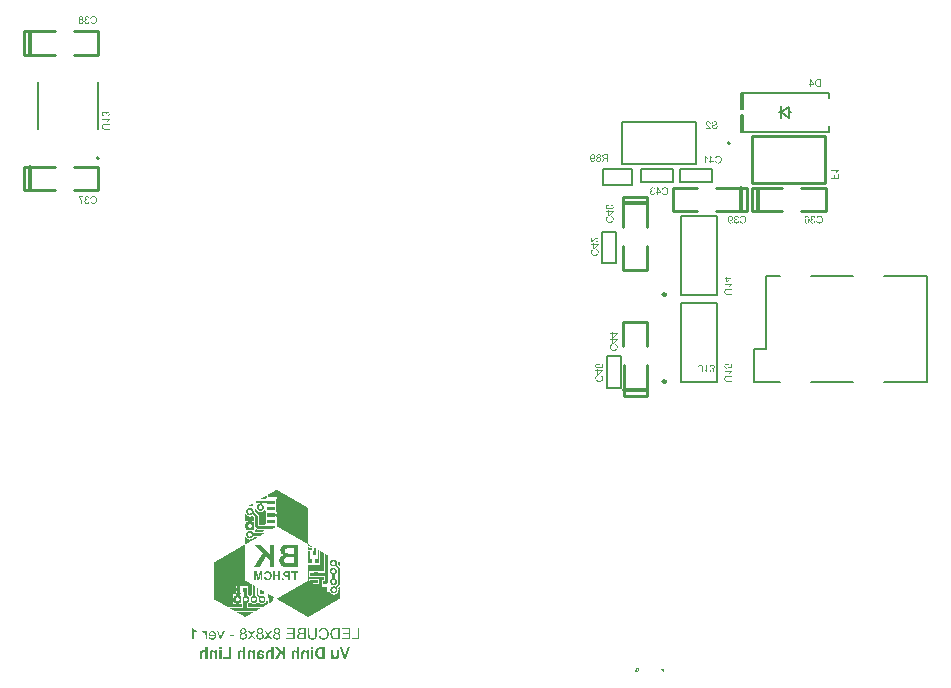
<source format=gbr>
%TF.GenerationSoftware,Altium Limited,Altium Designer,22.10.1 (41)*%
G04 Layer_Color=32896*
%FSLAX25Y25*%
%MOIN*%
%TF.SameCoordinates,BEAA4B2D-68BC-4382-99D5-5DCEA874A810*%
%TF.FilePolarity,Positive*%
%TF.FileFunction,Legend,Bot*%
%TF.Part,Single*%
G01*
G75*
%TA.AperFunction,NonConductor*%
%ADD56C,0.00787*%
%ADD57C,0.00984*%
%ADD58C,0.00197*%
%ADD59C,0.00500*%
%ADD60C,0.01000*%
%ADD61C,0.01300*%
%ADD62C,0.00600*%
G36*
X101587Y163371D02*
X101602D01*
Y163342D01*
X101617D01*
Y163327D01*
X101631D01*
Y163240D01*
X101617D01*
Y163225D01*
X101602D01*
Y163210D01*
X101587D01*
Y163167D01*
X101573D01*
Y163152D01*
X101558D01*
Y163137D01*
X101544D01*
Y163079D01*
X101529D01*
Y163050D01*
X101515D01*
Y163035D01*
X101500D01*
Y162977D01*
X101485D01*
Y162962D01*
X101471D01*
Y162948D01*
X101456D01*
Y162919D01*
X101442D01*
Y162875D01*
X101427D01*
Y162860D01*
X101412D01*
Y162846D01*
X101398D01*
Y162787D01*
X101383D01*
Y162773D01*
X101369D01*
Y162758D01*
X101354D01*
Y162744D01*
X101340D01*
Y162729D01*
X99371D01*
Y162758D01*
X99429D01*
Y162787D01*
X99444D01*
Y162802D01*
X99502D01*
Y162817D01*
X99517D01*
Y162831D01*
X99531D01*
Y162846D01*
X99546D01*
Y162860D01*
X99590D01*
Y162875D01*
X99604D01*
Y162890D01*
X99619D01*
Y162904D01*
X99677D01*
Y162933D01*
X99735D01*
Y162948D01*
X99750D01*
Y162962D01*
X99765D01*
Y162977D01*
X99779D01*
Y162992D01*
X99794D01*
Y163006D01*
X99852D01*
Y163035D01*
X99910D01*
Y163050D01*
X99925D01*
Y163065D01*
X99940D01*
Y163079D01*
X99983D01*
Y163094D01*
X99998D01*
Y163108D01*
X100013D01*
Y163123D01*
X100027D01*
Y163137D01*
X100042D01*
Y163152D01*
X100100D01*
Y163181D01*
X100158D01*
Y163196D01*
X100173D01*
Y163210D01*
X100188D01*
Y163225D01*
X100202D01*
Y163240D01*
X100217D01*
Y163254D01*
X100275D01*
Y163283D01*
X100333D01*
Y163298D01*
X100348D01*
Y163312D01*
X100363D01*
Y163327D01*
X100406D01*
Y163342D01*
X100421D01*
Y163356D01*
X100450D01*
Y163385D01*
X100508D01*
Y163400D01*
X100523D01*
Y163429D01*
X100581D01*
Y163444D01*
X100596D01*
Y163458D01*
X100654D01*
Y163488D01*
X100669D01*
Y163502D01*
X100698D01*
Y163531D01*
X100756D01*
Y163546D01*
X100771D01*
Y163560D01*
X100815D01*
Y163575D01*
X100829D01*
Y163590D01*
X100844D01*
Y163604D01*
X100873D01*
Y163633D01*
X100931D01*
Y163648D01*
X100946D01*
Y163677D01*
X101004D01*
Y163692D01*
X101019D01*
Y163706D01*
X101077D01*
Y163735D01*
X101106D01*
Y163750D01*
X101121D01*
Y163765D01*
X101135D01*
Y163779D01*
X101179D01*
Y163794D01*
X101194D01*
Y163808D01*
X101252D01*
Y163838D01*
X101267D01*
Y163852D01*
X101310D01*
Y163867D01*
X101325D01*
Y163881D01*
X101354D01*
Y163896D01*
X101369D01*
Y163910D01*
X101412D01*
Y163925D01*
X101427D01*
Y163940D01*
X101442D01*
Y163954D01*
X101500D01*
Y163983D01*
X101573D01*
Y163998D01*
X101587D01*
Y163371D01*
D02*
G37*
G36*
X104373Y162350D02*
X104387D01*
Y162321D01*
X104402D01*
Y162306D01*
X104417D01*
Y162292D01*
X104431D01*
Y161329D01*
X104417D01*
Y161300D01*
X104402D01*
Y161285D01*
X104387D01*
Y161271D01*
X104358D01*
Y161256D01*
X101748D01*
Y161271D01*
X101733D01*
Y161285D01*
X101719D01*
Y161533D01*
X100129D01*
Y161519D01*
X100115D01*
Y161110D01*
X100129D01*
Y161096D01*
X100144D01*
Y161081D01*
X100188D01*
Y161067D01*
X100202D01*
Y161052D01*
X100217D01*
Y161038D01*
X100231D01*
Y161023D01*
X100246D01*
Y161008D01*
X100260D01*
Y160994D01*
X100290D01*
Y160979D01*
X100333D01*
Y160965D01*
X100348D01*
Y160950D01*
X100363D01*
Y160935D01*
X100392D01*
Y160906D01*
X100421D01*
Y160892D01*
X100435D01*
Y160863D01*
X100450D01*
Y160833D01*
X100465D01*
Y160819D01*
X100479D01*
Y160775D01*
X100494D01*
Y160760D01*
X100508D01*
Y160746D01*
X100523D01*
Y160731D01*
X100538D01*
Y160717D01*
X100552D01*
Y160702D01*
X100567D01*
Y160687D01*
X100581D01*
Y160629D01*
X100596D01*
Y160615D01*
X100610D01*
Y160600D01*
X100625D01*
Y160542D01*
X100640D01*
Y160527D01*
X100654D01*
Y160512D01*
X100669D01*
Y160396D01*
X100683D01*
Y160381D01*
X100698D01*
Y160367D01*
X100713D01*
Y159812D01*
X100698D01*
Y159798D01*
X100683D01*
Y159783D01*
X100669D01*
Y159667D01*
X100654D01*
Y159652D01*
X100625D01*
Y159579D01*
X100610D01*
Y159550D01*
X100596D01*
Y159535D01*
X100581D01*
Y159492D01*
X100567D01*
Y159477D01*
X100552D01*
Y159462D01*
X100538D01*
Y159433D01*
X100523D01*
Y159390D01*
X100508D01*
Y159375D01*
X100494D01*
Y159360D01*
X100479D01*
Y159346D01*
X100465D01*
Y159331D01*
X100450D01*
Y159317D01*
X100435D01*
Y159302D01*
X100421D01*
Y159288D01*
X100406D01*
Y159273D01*
X100392D01*
Y159258D01*
X100377D01*
Y159244D01*
X100363D01*
Y159229D01*
X100348D01*
Y159215D01*
X100333D01*
Y159200D01*
X100319D01*
Y159185D01*
X100304D01*
Y159171D01*
X100290D01*
Y159156D01*
X100275D01*
Y159142D01*
X100260D01*
Y159127D01*
X100246D01*
Y159113D01*
X100188D01*
Y159098D01*
X100173D01*
Y159083D01*
X100158D01*
Y159069D01*
X100144D01*
Y159054D01*
X100115D01*
Y159040D01*
X100100D01*
Y159025D01*
X100056D01*
Y159010D01*
X99998D01*
Y158996D01*
X99983D01*
Y158981D01*
X99954D01*
Y158967D01*
X99867D01*
Y158952D01*
X99852D01*
Y158938D01*
X99837D01*
Y158923D01*
X99269D01*
Y158938D01*
X99254D01*
Y158952D01*
X99240D01*
Y158967D01*
X99123D01*
Y158981D01*
X99108D01*
Y158996D01*
X99094D01*
Y159010D01*
X99035D01*
Y159025D01*
X99021D01*
Y159040D01*
X99006D01*
Y159054D01*
X98948D01*
Y159069D01*
X98933D01*
Y159083D01*
X98919D01*
Y159098D01*
X98904D01*
Y159113D01*
X98890D01*
Y159127D01*
X98875D01*
Y159142D01*
X98860D01*
Y159156D01*
X98802D01*
Y159171D01*
X98787D01*
Y159185D01*
X98773D01*
Y159200D01*
X98758D01*
Y159215D01*
X98744D01*
Y159229D01*
X98729D01*
Y159244D01*
X98715D01*
Y159258D01*
X98700D01*
Y159273D01*
X98685D01*
Y159288D01*
X98671D01*
Y159302D01*
X98656D01*
Y159317D01*
X98642D01*
Y159331D01*
X98627D01*
Y159346D01*
X98612D01*
Y159390D01*
X98598D01*
Y159419D01*
X98583D01*
Y159433D01*
X98569D01*
Y159448D01*
X98554D01*
Y159462D01*
X98540D01*
Y159477D01*
X98525D01*
Y159506D01*
X98510D01*
Y159550D01*
X98496D01*
Y159565D01*
X98481D01*
Y159579D01*
X98467D01*
Y159681D01*
X98452D01*
Y159696D01*
X98438D01*
Y159710D01*
X98423D01*
Y159827D01*
X98408D01*
Y159842D01*
X98394D01*
Y159856D01*
X98379D01*
Y160294D01*
X98394D01*
Y160308D01*
X98408D01*
Y160323D01*
X98423D01*
Y160469D01*
X98438D01*
Y160483D01*
X98452D01*
Y160498D01*
X98467D01*
Y160556D01*
X98481D01*
Y160571D01*
X98496D01*
Y160585D01*
X98510D01*
Y160644D01*
X98525D01*
Y160658D01*
X98540D01*
Y160673D01*
X98554D01*
Y160731D01*
X98569D01*
Y160760D01*
X98598D01*
Y160790D01*
X98612D01*
Y160804D01*
X98642D01*
Y160819D01*
X98656D01*
Y160833D01*
X98671D01*
Y160848D01*
X98685D01*
Y160863D01*
X98700D01*
Y160892D01*
X98715D01*
Y160906D01*
X98729D01*
Y160921D01*
X98744D01*
Y160935D01*
X98758D01*
Y160950D01*
X98787D01*
Y160979D01*
X98817D01*
Y160994D01*
X98831D01*
Y161023D01*
X98846D01*
Y161038D01*
X98875D01*
Y161067D01*
X98890D01*
Y161081D01*
X98962D01*
Y161096D01*
X98977D01*
Y161110D01*
X98992D01*
Y161125D01*
X99050D01*
Y161140D01*
X99065D01*
Y161154D01*
X99079D01*
Y161169D01*
X99138D01*
Y161183D01*
X99152D01*
Y161198D01*
X99167D01*
Y161213D01*
X99269D01*
Y161227D01*
X99283D01*
Y161242D01*
X99298D01*
Y161475D01*
X99283D01*
Y161504D01*
X99269D01*
Y161519D01*
X99254D01*
Y161533D01*
X98263D01*
Y161548D01*
X98248D01*
Y161563D01*
X98233D01*
Y161577D01*
X98175D01*
Y161592D01*
X98146D01*
Y161621D01*
X98131D01*
Y161635D01*
X98102D01*
Y161665D01*
X98088D01*
Y161679D01*
X98058D01*
Y161694D01*
X98044D01*
Y161708D01*
X98029D01*
Y161723D01*
X98015D01*
Y161738D01*
X98000D01*
Y161767D01*
X97971D01*
Y161796D01*
X97956D01*
Y161810D01*
X97942D01*
Y161825D01*
X97913D01*
Y161840D01*
X97898D01*
Y161854D01*
X97883D01*
Y161883D01*
X97913D01*
Y161898D01*
X97927D01*
Y161913D01*
X97942D01*
Y161927D01*
X97956D01*
Y161942D01*
X97971D01*
Y161956D01*
X98029D01*
Y161971D01*
X98044D01*
Y161985D01*
X98088D01*
Y162000D01*
X98102D01*
Y162015D01*
X98117D01*
Y162029D01*
X98175D01*
Y162058D01*
X98204D01*
Y162088D01*
X98219D01*
Y162102D01*
X98277D01*
Y162117D01*
X98292D01*
Y162131D01*
X98335D01*
Y162146D01*
X98350D01*
Y162160D01*
X98365D01*
Y162175D01*
X98379D01*
Y162190D01*
X98394D01*
Y162204D01*
X98452D01*
Y162233D01*
X98510D01*
Y162248D01*
X98525D01*
Y162262D01*
X98540D01*
Y162277D01*
X98598D01*
Y162306D01*
X98627D01*
Y162335D01*
X98656D01*
Y162350D01*
X98671D01*
Y162335D01*
X98685D01*
Y162350D01*
X98715D01*
Y162365D01*
X104373D01*
Y162350D01*
D02*
G37*
G36*
X97140Y160498D02*
X97125D01*
Y160483D01*
X95477D01*
Y160512D01*
X95492D01*
Y160527D01*
X95550D01*
Y160556D01*
X95608D01*
Y160571D01*
X95623D01*
Y160585D01*
X95638D01*
Y160600D01*
X95652D01*
Y160585D01*
X95667D01*
Y160600D01*
X95681D01*
Y160615D01*
X95696D01*
Y160629D01*
X95725D01*
Y160658D01*
X95783D01*
Y160673D01*
X95798D01*
Y160687D01*
X95812D01*
Y160702D01*
X95856D01*
Y160717D01*
X95871D01*
Y160731D01*
X95900D01*
Y160746D01*
X95915D01*
Y160760D01*
X95958D01*
Y160775D01*
X95973D01*
Y160804D01*
X96031D01*
Y160819D01*
X96046D01*
Y160833D01*
X96104D01*
Y160863D01*
X96119D01*
Y160877D01*
X96148D01*
Y160906D01*
X96206D01*
Y160921D01*
X96221D01*
Y160935D01*
X96235D01*
Y160950D01*
X96250D01*
Y160935D01*
X96265D01*
Y160950D01*
X96279D01*
Y160965D01*
X96294D01*
Y160979D01*
X96352D01*
Y161008D01*
X96381D01*
Y161023D01*
X96396D01*
Y161052D01*
X96454D01*
Y161067D01*
X96469D01*
Y161081D01*
X96527D01*
Y161110D01*
X96542D01*
Y161125D01*
X96556D01*
Y161140D01*
X96571D01*
Y161154D01*
X96629D01*
Y161169D01*
X96644D01*
Y161183D01*
X96702D01*
Y161213D01*
X96717D01*
Y161227D01*
X96775D01*
Y161256D01*
X96804D01*
Y161271D01*
X96819D01*
Y161285D01*
X96863D01*
Y161300D01*
X96877D01*
Y161315D01*
X96892D01*
Y161329D01*
X96950D01*
Y161358D01*
X97008D01*
Y161373D01*
X97023D01*
Y161388D01*
X97038D01*
Y161402D01*
X97052D01*
Y161417D01*
X97067D01*
Y161431D01*
X97140D01*
Y160498D01*
D02*
G37*
G36*
X94515Y159871D02*
X94529D01*
Y159842D01*
X94544D01*
Y159827D01*
X94558D01*
Y159798D01*
X94573D01*
Y159710D01*
X94587D01*
Y159696D01*
X94602D01*
Y159681D01*
X94617D01*
Y159623D01*
X94631D01*
Y159608D01*
X94646D01*
Y159594D01*
X94660D01*
Y159535D01*
X94646D01*
Y159521D01*
X94631D01*
Y159506D01*
X94617D01*
Y159448D01*
X94602D01*
Y159433D01*
X94587D01*
Y159419D01*
X94573D01*
Y159360D01*
X94558D01*
Y159346D01*
X94544D01*
Y159331D01*
X94529D01*
Y159302D01*
X94515D01*
Y159215D01*
X94500D01*
Y159200D01*
X94471D01*
Y159885D01*
X94456D01*
Y159900D01*
X94471D01*
Y159929D01*
X94515D01*
Y159871D01*
D02*
G37*
G36*
X104417Y160192D02*
X104431D01*
Y159229D01*
Y159215D01*
Y159171D01*
X104417D01*
Y159156D01*
X101733D01*
Y159171D01*
X101719D01*
Y160192D01*
X101733D01*
Y160206D01*
X104417D01*
Y160192D01*
D02*
G37*
G36*
X105000Y165952D02*
X105029D01*
Y165937D01*
X105058D01*
Y165923D01*
X105073D01*
Y165908D01*
X105102D01*
Y165894D01*
X105131D01*
Y165879D01*
X105160D01*
Y165865D01*
X105175D01*
Y165850D01*
X105204D01*
Y165835D01*
X105233D01*
Y165821D01*
X105248D01*
Y165806D01*
X105292D01*
Y165792D01*
X105306D01*
Y165777D01*
X105335D01*
Y165762D01*
X105365D01*
Y165748D01*
X105379D01*
Y165733D01*
X105408D01*
Y165719D01*
X105423D01*
Y165704D01*
X105467D01*
Y165690D01*
X105481D01*
Y165675D01*
X105510D01*
Y165660D01*
X105540D01*
Y165646D01*
X105554D01*
Y165631D01*
X105583D01*
Y165617D01*
X105613D01*
Y165602D01*
X105642D01*
Y165587D01*
X105656D01*
Y165573D01*
X105685D01*
Y165558D01*
X105715D01*
Y165544D01*
X105729D01*
Y165529D01*
X105758D01*
Y165515D01*
X105788D01*
Y165500D01*
X105817D01*
Y165485D01*
X105846D01*
Y165471D01*
X105860D01*
Y165456D01*
X105890D01*
Y165442D01*
X105904D01*
Y165427D01*
X105933D01*
Y165412D01*
X105963D01*
Y165398D01*
X105977D01*
Y165383D01*
X106021D01*
Y165369D01*
X106035D01*
Y165354D01*
X106065D01*
Y165340D01*
X106094D01*
Y165325D01*
X106108D01*
Y165310D01*
X106138D01*
Y165296D01*
X106167D01*
Y165281D01*
X106196D01*
Y165267D01*
X106210D01*
Y165252D01*
X106240D01*
Y165237D01*
X106269D01*
Y165223D01*
X106283D01*
Y165208D01*
X106313D01*
Y165194D01*
X106342D01*
Y165179D01*
X106371D01*
Y165165D01*
X106385D01*
Y165150D01*
X106415D01*
Y165135D01*
X106444D01*
Y165121D01*
X106458D01*
Y165106D01*
X106502D01*
Y165092D01*
X106517D01*
Y165077D01*
X106546D01*
Y165062D01*
X106575D01*
Y165048D01*
X106590D01*
Y165033D01*
X106619D01*
Y165019D01*
X106633D01*
Y165004D01*
X106677D01*
Y164990D01*
X106692D01*
Y164975D01*
X106721D01*
Y164960D01*
X106750D01*
Y164946D01*
X106765D01*
Y164931D01*
X106794D01*
Y164917D01*
X106823D01*
Y164902D01*
X106852D01*
Y164887D01*
X106867D01*
Y164873D01*
X106896D01*
Y164858D01*
X106925D01*
Y164844D01*
X106940D01*
Y164829D01*
X106969D01*
Y164815D01*
X106998D01*
Y164800D01*
X107027D01*
Y164785D01*
X107056D01*
Y164771D01*
X107071D01*
Y164756D01*
X107100D01*
Y164742D01*
X107115D01*
Y164727D01*
X107144D01*
Y164713D01*
X107173D01*
Y164698D01*
X107187D01*
Y164683D01*
X107231D01*
Y164669D01*
X107246D01*
Y164654D01*
X107275D01*
Y164640D01*
X107304D01*
Y164625D01*
X107319D01*
Y164610D01*
X107348D01*
Y164596D01*
X107377D01*
Y164581D01*
X107406D01*
Y164567D01*
X107421D01*
Y164552D01*
X107450D01*
Y164538D01*
X107479D01*
Y164523D01*
X107494D01*
Y164508D01*
X107523D01*
Y164494D01*
X107552D01*
Y164479D01*
X107581D01*
Y164465D01*
X107596D01*
Y164450D01*
X107625D01*
Y164435D01*
X107654D01*
Y164421D01*
X107669D01*
Y164406D01*
X107712D01*
Y164392D01*
X107727D01*
Y164377D01*
X107756D01*
Y164363D01*
X107785D01*
Y164348D01*
X107800D01*
Y164333D01*
X107829D01*
Y164319D01*
X107844D01*
Y164304D01*
X107887D01*
Y164290D01*
X107902D01*
Y164275D01*
X107931D01*
Y164260D01*
X107960D01*
Y164246D01*
X107975D01*
Y164231D01*
X108004D01*
Y164217D01*
X108033D01*
Y164202D01*
X108063D01*
Y164188D01*
X108077D01*
Y164173D01*
X108106D01*
Y164158D01*
X108135D01*
Y164144D01*
X108150D01*
Y164129D01*
X108179D01*
Y164115D01*
X108208D01*
Y164100D01*
X108238D01*
Y164085D01*
X108267D01*
Y164071D01*
X108281D01*
Y164056D01*
X108310D01*
Y164042D01*
X108325D01*
Y164027D01*
X108354D01*
Y164013D01*
X108383D01*
Y163998D01*
X108413D01*
Y163983D01*
X108442D01*
Y163969D01*
X108456D01*
Y163954D01*
X108485D01*
Y163940D01*
X108515D01*
Y163925D01*
X108529D01*
Y163910D01*
X108558D01*
Y163896D01*
X108588D01*
Y163881D01*
X108617D01*
Y163867D01*
X108631D01*
Y163852D01*
X108660D01*
Y163838D01*
X108690D01*
Y163823D01*
X108704D01*
Y163808D01*
X108748D01*
Y163794D01*
X108763D01*
Y163779D01*
X108792D01*
Y163765D01*
X108806D01*
Y163750D01*
X108835D01*
Y163735D01*
X108865D01*
Y163721D01*
X108879D01*
Y163706D01*
X108923D01*
Y163692D01*
X108938D01*
Y163677D01*
X108967D01*
Y163663D01*
X108996D01*
Y163648D01*
X109010D01*
Y163633D01*
X109040D01*
Y163619D01*
X109069D01*
Y163604D01*
X109098D01*
Y163590D01*
X109113D01*
Y163575D01*
X109142D01*
Y163560D01*
X109171D01*
Y163546D01*
X109185D01*
Y163531D01*
X109229D01*
Y163517D01*
X109244D01*
Y163502D01*
X109273D01*
Y163488D01*
X109288D01*
Y163473D01*
X109317D01*
Y163458D01*
X109346D01*
Y163444D01*
X109360D01*
Y163429D01*
X109404D01*
Y163415D01*
X109419D01*
Y163400D01*
X109448D01*
Y163385D01*
X109477D01*
Y163371D01*
X109492D01*
Y163356D01*
X109521D01*
Y163342D01*
X109535D01*
Y163327D01*
X109579D01*
Y163312D01*
X109594D01*
Y163298D01*
X109623D01*
Y163283D01*
X109652D01*
Y163269D01*
X109667D01*
Y163254D01*
X109696D01*
Y163240D01*
X109725D01*
Y163225D01*
X109754D01*
Y163210D01*
X109769D01*
Y163196D01*
X109798D01*
Y163181D01*
X109827D01*
Y163167D01*
X109842D01*
Y163152D01*
X109871D01*
Y163137D01*
X109900D01*
Y163123D01*
X109915D01*
Y163108D01*
X109958D01*
Y163094D01*
X109973D01*
Y163079D01*
X110002D01*
Y163065D01*
X110031D01*
Y163050D01*
X110046D01*
Y163035D01*
X110075D01*
Y163021D01*
X110090D01*
Y163006D01*
X110133D01*
Y162992D01*
X110148D01*
Y162977D01*
X110177D01*
Y162962D01*
X110206D01*
Y162948D01*
X110221D01*
Y162933D01*
X110250D01*
Y162919D01*
X110279D01*
Y162904D01*
X110308D01*
Y162890D01*
X110323D01*
Y162875D01*
X110352D01*
Y162860D01*
X110381D01*
Y162846D01*
X110396D01*
Y162831D01*
X110440D01*
Y162817D01*
X110454D01*
Y162802D01*
X110483D01*
Y162787D01*
X110512D01*
Y162773D01*
X110527D01*
Y162758D01*
X110556D01*
Y162744D01*
X110571D01*
Y162729D01*
X110615D01*
Y162715D01*
X110629D01*
Y162700D01*
X110658D01*
Y162685D01*
X110687D01*
Y162671D01*
X110702D01*
Y162656D01*
X110731D01*
Y162642D01*
X110760D01*
Y162627D01*
X110790D01*
Y162612D01*
X110804D01*
Y162598D01*
X110833D01*
Y162583D01*
X110863D01*
Y162569D01*
X110877D01*
Y162554D01*
X110921D01*
Y162540D01*
X110935D01*
Y162525D01*
X110965D01*
Y162510D01*
X110994D01*
Y162496D01*
X111008D01*
Y162481D01*
X111038D01*
Y162467D01*
X111052D01*
Y162452D01*
X111081D01*
Y162437D01*
X111110D01*
Y162423D01*
X111140D01*
Y162408D01*
X111169D01*
Y162394D01*
X111183D01*
Y162379D01*
X111213D01*
Y162365D01*
X111242D01*
Y162350D01*
X111256D01*
Y162335D01*
X111285D01*
Y162321D01*
X111315D01*
Y162306D01*
X111344D01*
Y162292D01*
X111358D01*
Y162277D01*
X111388D01*
Y162262D01*
X111417D01*
Y162248D01*
X111431D01*
Y162233D01*
X111475D01*
Y162219D01*
X111490D01*
Y162204D01*
X111519D01*
Y162190D01*
X111533D01*
Y162175D01*
X111563D01*
Y162160D01*
X111592D01*
Y162146D01*
X111606D01*
Y162131D01*
X111650D01*
Y162117D01*
X111665D01*
Y162102D01*
X111694D01*
Y162088D01*
X111723D01*
Y162073D01*
X111738D01*
Y162058D01*
X111767D01*
Y162044D01*
X111796D01*
Y162029D01*
X111825D01*
Y162015D01*
X111840D01*
Y162000D01*
X111869D01*
Y161985D01*
X111898D01*
Y161971D01*
X111913D01*
Y161956D01*
X111956D01*
Y161942D01*
X111971D01*
Y161927D01*
X112000D01*
Y161913D01*
X112015D01*
Y161898D01*
X112044D01*
Y161883D01*
X112073D01*
Y161869D01*
X112088D01*
Y161854D01*
X112131D01*
Y161840D01*
X112146D01*
Y161825D01*
X112175D01*
Y161810D01*
X112204D01*
Y161796D01*
X112219D01*
Y161781D01*
X112248D01*
Y161767D01*
X112277D01*
Y161752D01*
X112306D01*
Y161738D01*
X112321D01*
Y161723D01*
X112350D01*
Y161708D01*
X112379D01*
Y161694D01*
X112394D01*
Y161679D01*
X112423D01*
Y161665D01*
X112452D01*
Y161650D01*
X112481D01*
Y161635D01*
X112510D01*
Y161621D01*
X112525D01*
Y161606D01*
X112554D01*
Y161592D01*
X112569D01*
Y161577D01*
X112612D01*
Y161563D01*
X112627D01*
Y161548D01*
X112656D01*
Y161533D01*
X112685D01*
Y161519D01*
X112700D01*
Y161504D01*
X112729D01*
Y161490D01*
X112758D01*
Y161475D01*
X112773D01*
Y161460D01*
X112802D01*
Y161446D01*
X112831D01*
Y161431D01*
X112860D01*
Y161417D01*
X112875D01*
Y161402D01*
X112904D01*
Y161388D01*
X112933D01*
Y161373D01*
X112948D01*
Y161358D01*
X112992D01*
Y161344D01*
X113006D01*
Y161329D01*
X113035D01*
Y161315D01*
X113050D01*
Y161300D01*
X113079D01*
Y161285D01*
X113108D01*
Y161271D01*
X113123D01*
Y161256D01*
X113167D01*
Y161242D01*
X113181D01*
Y161227D01*
X113210D01*
Y161213D01*
X113240D01*
Y161198D01*
X113254D01*
Y161183D01*
X113283D01*
Y161169D01*
X113312D01*
Y161154D01*
X113342D01*
Y161140D01*
X113356D01*
Y161125D01*
X113385D01*
Y161110D01*
X113415D01*
Y161096D01*
X113429D01*
Y161081D01*
X113473D01*
Y161067D01*
X113488D01*
Y161052D01*
X113517D01*
Y161038D01*
X113546D01*
Y161023D01*
X113560D01*
Y161008D01*
X113590D01*
Y160994D01*
X113604D01*
Y160979D01*
X113648D01*
Y160965D01*
X113663D01*
Y160950D01*
X113692D01*
Y160935D01*
X113721D01*
Y160921D01*
X113735D01*
Y160906D01*
X113765D01*
Y160892D01*
X113794D01*
Y160877D01*
X113823D01*
Y160863D01*
X113838D01*
Y160848D01*
X113867D01*
Y160833D01*
X113896D01*
Y160819D01*
X113910D01*
Y160804D01*
X113940D01*
Y160790D01*
X113969D01*
Y160775D01*
X113998D01*
Y160760D01*
X114027D01*
Y160746D01*
X114042D01*
Y160731D01*
X114071D01*
Y160717D01*
X114085D01*
Y160702D01*
X114129D01*
Y160687D01*
X114144D01*
Y160673D01*
X114173D01*
Y160658D01*
X114202D01*
Y160644D01*
X114217D01*
Y160629D01*
X114246D01*
Y160615D01*
X114275D01*
Y160600D01*
X114290D01*
Y160585D01*
X114319D01*
Y160571D01*
X114348D01*
Y160556D01*
X114377D01*
Y160542D01*
X114392D01*
Y160527D01*
X114421D01*
Y160512D01*
X114450D01*
Y160498D01*
X114465D01*
Y160483D01*
X114508D01*
Y160469D01*
X114523D01*
Y160454D01*
X114552D01*
Y160440D01*
X114567D01*
Y160425D01*
X114596D01*
Y160410D01*
X114625D01*
Y160396D01*
X114640D01*
Y160381D01*
X114683D01*
Y160367D01*
X114698D01*
Y160352D01*
X114727D01*
Y160337D01*
X114756D01*
Y160323D01*
X114771D01*
Y160308D01*
X114800D01*
Y160294D01*
X114829D01*
Y160279D01*
X114858D01*
Y160265D01*
X114873D01*
Y160250D01*
X114902D01*
Y160235D01*
X114931D01*
Y160221D01*
X114946D01*
Y160206D01*
X114990D01*
Y160192D01*
X115004D01*
Y160177D01*
X115033D01*
Y160162D01*
X115048D01*
Y160148D01*
X115077D01*
Y160133D01*
X115106D01*
Y160119D01*
X115121D01*
Y160104D01*
X115165D01*
Y160090D01*
X115179D01*
Y160075D01*
X115208D01*
Y160060D01*
X115237D01*
Y160046D01*
X115252D01*
Y160031D01*
X115281D01*
Y160017D01*
X115310D01*
Y160002D01*
X115340D01*
Y159987D01*
X115354D01*
Y159973D01*
X115383D01*
Y159958D01*
X115412D01*
Y159944D01*
X115427D01*
Y159929D01*
X115456D01*
Y159915D01*
X115471D01*
Y159900D01*
X115485D01*
Y159885D01*
X115500D01*
Y147781D01*
X115515D01*
Y147752D01*
X115602D01*
Y147723D01*
X115617D01*
Y147708D01*
X115675D01*
Y147679D01*
X115733D01*
Y147665D01*
X115748D01*
Y147650D01*
X115792D01*
Y147635D01*
X115806D01*
Y147621D01*
X115821D01*
Y147606D01*
X115850D01*
Y147577D01*
X115908D01*
Y147563D01*
X115923D01*
Y147548D01*
X115937D01*
Y147533D01*
X115981D01*
Y147519D01*
X115996D01*
Y147504D01*
X116025D01*
Y147490D01*
X116040D01*
Y147475D01*
X116083D01*
Y147460D01*
X116098D01*
Y147431D01*
X116156D01*
Y147417D01*
X116171D01*
Y147402D01*
X116229D01*
Y147388D01*
X116244D01*
Y147373D01*
X116258D01*
Y147358D01*
X116273D01*
Y147329D01*
X116331D01*
Y147315D01*
X116346D01*
Y147300D01*
X116404D01*
Y147271D01*
X116419D01*
Y147256D01*
X116463D01*
Y147242D01*
X116477D01*
Y147227D01*
X116506D01*
Y147213D01*
X116521D01*
Y147198D01*
X116535D01*
Y147183D01*
X116550D01*
Y147198D01*
X116565D01*
Y147183D01*
X116579D01*
Y147169D01*
X116594D01*
Y147154D01*
X116652D01*
Y147125D01*
X116710D01*
Y147110D01*
X116725D01*
Y147096D01*
X116740D01*
Y147081D01*
X116754D01*
Y147067D01*
X116769D01*
Y147052D01*
X116827D01*
Y147023D01*
X116842D01*
Y147008D01*
X116871D01*
Y147023D01*
X116885D01*
Y147008D01*
X116900D01*
Y146994D01*
X116915D01*
Y146979D01*
X116929D01*
Y146965D01*
X116944D01*
Y146950D01*
X117002D01*
Y146892D01*
X116929D01*
Y146906D01*
X116273D01*
Y146921D01*
X116258D01*
Y146935D01*
X116244D01*
Y146950D01*
X116229D01*
Y147110D01*
X116215D01*
Y147125D01*
X115471D01*
Y147767D01*
X115456D01*
Y147781D01*
X115442D01*
Y147796D01*
X115427D01*
Y147810D01*
X115398D01*
Y147825D01*
X115369D01*
Y147840D01*
X115354D01*
Y147854D01*
X115310D01*
Y147869D01*
X115296D01*
Y147883D01*
X115267D01*
Y147898D01*
X115237D01*
Y147913D01*
X115223D01*
Y147927D01*
X115194D01*
Y147942D01*
X115165D01*
Y147956D01*
X115135D01*
Y147971D01*
X115121D01*
Y147985D01*
X115092D01*
Y148000D01*
X115062D01*
Y148015D01*
X115048D01*
Y148029D01*
X115004D01*
Y148044D01*
X114990D01*
Y148058D01*
X114960D01*
Y148073D01*
X114931D01*
Y148088D01*
X114917D01*
Y148102D01*
X114887D01*
Y148117D01*
X114858D01*
Y148131D01*
X114829D01*
Y148146D01*
X114815D01*
Y148160D01*
X114785D01*
Y148175D01*
X114756D01*
Y148190D01*
X114742D01*
Y148204D01*
X114698D01*
Y148219D01*
X114683D01*
Y148233D01*
X114654D01*
Y148248D01*
X114625D01*
Y148263D01*
X114610D01*
Y148277D01*
X114581D01*
Y148292D01*
X114552D01*
Y148306D01*
X114523D01*
Y148321D01*
X114508D01*
Y148335D01*
X114479D01*
Y148350D01*
X114450D01*
Y148365D01*
X114435D01*
Y148379D01*
X114406D01*
Y148394D01*
X114377D01*
Y148408D01*
X114348D01*
Y148423D01*
X114333D01*
Y148438D01*
X114304D01*
Y148452D01*
X114275D01*
Y148467D01*
X114260D01*
Y148481D01*
X114231D01*
Y148496D01*
X114202D01*
Y148510D01*
X114188D01*
Y148525D01*
X114144D01*
Y148540D01*
X114129D01*
Y148554D01*
X114100D01*
Y148569D01*
X114085D01*
Y148583D01*
X114056D01*
Y148598D01*
X114027D01*
Y148612D01*
X114013D01*
Y148627D01*
X113969D01*
Y148642D01*
X113954D01*
Y148656D01*
X113925D01*
Y148671D01*
X113896D01*
Y148685D01*
X113881D01*
Y148700D01*
X113852D01*
Y148715D01*
X113838D01*
Y148729D01*
X113794D01*
Y148744D01*
X113779D01*
Y148758D01*
X113750D01*
Y148773D01*
X113721D01*
Y148787D01*
X113706D01*
Y148802D01*
X113677D01*
Y148817D01*
X113648D01*
Y148831D01*
X113619D01*
Y148846D01*
X113604D01*
Y148860D01*
X113575D01*
Y148875D01*
X113546D01*
Y148890D01*
X113531D01*
Y148904D01*
X113488D01*
Y148919D01*
X113473D01*
Y148933D01*
X113444D01*
Y148948D01*
X113415D01*
Y148962D01*
X113400D01*
Y148977D01*
X113371D01*
Y148992D01*
X113356D01*
Y149006D01*
X113312D01*
Y149021D01*
X113298D01*
Y149035D01*
X113269D01*
Y149050D01*
X113240D01*
Y149065D01*
X113225D01*
Y149079D01*
X113196D01*
Y149094D01*
X113167D01*
Y149108D01*
X113137D01*
Y149123D01*
X113123D01*
Y149137D01*
X113094D01*
Y149152D01*
X113065D01*
Y149167D01*
X113050D01*
Y149181D01*
X113006D01*
Y149196D01*
X112992D01*
Y149210D01*
X112962D01*
Y149225D01*
X112933D01*
Y149240D01*
X112919D01*
Y149254D01*
X112890D01*
Y149269D01*
X112875D01*
Y149283D01*
X112846D01*
Y149298D01*
X112817D01*
Y149312D01*
X112787D01*
Y149327D01*
X112758D01*
Y149342D01*
X112744D01*
Y149356D01*
X112715D01*
Y149371D01*
X112685D01*
Y149385D01*
X112671D01*
Y149400D01*
X112642D01*
Y149415D01*
X112612D01*
Y149429D01*
X112583D01*
Y149444D01*
X112569D01*
Y149458D01*
X112540D01*
Y149473D01*
X112510D01*
Y149487D01*
X112496D01*
Y149502D01*
X112452D01*
Y149517D01*
X112437D01*
Y149531D01*
X112408D01*
Y149546D01*
X112379D01*
Y149560D01*
X112365D01*
Y149575D01*
X112335D01*
Y149590D01*
X112306D01*
Y149604D01*
X112277D01*
Y149619D01*
X112262D01*
Y149633D01*
X112233D01*
Y149648D01*
X112204D01*
Y149662D01*
X112190D01*
Y149677D01*
X112160D01*
Y149692D01*
X112131D01*
Y149706D01*
X112102D01*
Y149721D01*
X112088D01*
Y149735D01*
X112058D01*
Y149750D01*
X112029D01*
Y149765D01*
X112015D01*
Y149779D01*
X111971D01*
Y149794D01*
X111956D01*
Y149808D01*
X111927D01*
Y149823D01*
X111898D01*
Y149838D01*
X111883D01*
Y149852D01*
X111854D01*
Y149867D01*
X111840D01*
Y149881D01*
X111796D01*
Y149896D01*
X111781D01*
Y149910D01*
X111752D01*
Y149925D01*
X111723D01*
Y149940D01*
X111708D01*
Y149954D01*
X111679D01*
Y149969D01*
X111650D01*
Y149983D01*
X111621D01*
Y149998D01*
X111606D01*
Y150013D01*
X111577D01*
Y150027D01*
X111548D01*
Y150042D01*
X111533D01*
Y150056D01*
X111504D01*
Y150071D01*
X111475D01*
Y150085D01*
X111460D01*
Y150100D01*
X111417D01*
Y150115D01*
X111402D01*
Y150129D01*
X111373D01*
Y150144D01*
X111358D01*
Y150158D01*
X111329D01*
Y150173D01*
X111300D01*
Y150188D01*
X111285D01*
Y150202D01*
X111242D01*
Y150217D01*
X111227D01*
Y150231D01*
X111198D01*
Y150246D01*
X111169D01*
Y150260D01*
X111154D01*
Y150275D01*
X111125D01*
Y150290D01*
X111096D01*
Y150304D01*
X111067D01*
Y150319D01*
X111052D01*
Y150333D01*
X111023D01*
Y150348D01*
X110994D01*
Y150363D01*
X110979D01*
Y150377D01*
X110935D01*
Y150392D01*
X110921D01*
Y150406D01*
X110892D01*
Y150421D01*
X110877D01*
Y150435D01*
X110848D01*
Y150450D01*
X110819D01*
Y150465D01*
X110804D01*
Y150479D01*
X110760D01*
Y150494D01*
X110746D01*
Y150508D01*
X110717D01*
Y150523D01*
X110687D01*
Y150538D01*
X110673D01*
Y150552D01*
X110644D01*
Y150567D01*
X110629D01*
Y150581D01*
X110585D01*
Y150596D01*
X110571D01*
Y150610D01*
X110542D01*
Y150625D01*
X110512D01*
Y150640D01*
X110498D01*
Y150654D01*
X110469D01*
Y150669D01*
X110440D01*
Y150683D01*
X110410D01*
Y150698D01*
X110396D01*
Y150713D01*
X110367D01*
Y150727D01*
X110337D01*
Y150742D01*
X110323D01*
Y150756D01*
X110279D01*
Y150771D01*
X110265D01*
Y150785D01*
X110235D01*
Y150800D01*
X110206D01*
Y150815D01*
X110192D01*
Y150829D01*
X110162D01*
Y150844D01*
X110148D01*
Y150858D01*
X110104D01*
Y150873D01*
X110090D01*
Y150888D01*
X110060D01*
Y150902D01*
X110031D01*
Y150917D01*
X110017D01*
Y150931D01*
X109987D01*
Y150946D01*
X109958D01*
Y150960D01*
X109944D01*
Y150975D01*
X109915D01*
Y150990D01*
X109885D01*
Y151004D01*
X109856D01*
Y151019D01*
X109842D01*
Y151033D01*
X109812D01*
Y151048D01*
X109783D01*
Y151063D01*
X109769D01*
Y151077D01*
X109725D01*
Y151092D01*
X109710D01*
Y151106D01*
X109681D01*
Y151121D01*
X109652D01*
Y151135D01*
X109637D01*
Y151150D01*
X109608D01*
Y151165D01*
X109594D01*
Y151179D01*
X109550D01*
Y151194D01*
X109535D01*
Y151208D01*
X109506D01*
Y151223D01*
X109477D01*
Y151237D01*
X109462D01*
Y151252D01*
X109433D01*
Y151267D01*
X109404D01*
Y151281D01*
X109375D01*
Y151296D01*
X109360D01*
Y151310D01*
X109331D01*
Y151325D01*
X109302D01*
Y151340D01*
X109288D01*
Y151354D01*
X109244D01*
Y151369D01*
X109229D01*
Y151383D01*
X109200D01*
Y151398D01*
X109171D01*
Y151412D01*
X109156D01*
Y151427D01*
X109127D01*
Y151442D01*
X109113D01*
Y151456D01*
X109069D01*
Y151471D01*
X109054D01*
Y151485D01*
X109025D01*
Y151500D01*
X108996D01*
Y151515D01*
X108981D01*
Y151529D01*
X108952D01*
Y151544D01*
X108923D01*
Y151558D01*
X108894D01*
Y151573D01*
X108879D01*
Y151587D01*
X108850D01*
Y151602D01*
X108821D01*
Y151617D01*
X108806D01*
Y151631D01*
X108763D01*
Y151646D01*
X108748D01*
Y151660D01*
X108719D01*
Y151675D01*
X108690D01*
Y151690D01*
X108675D01*
Y151704D01*
X108646D01*
Y151719D01*
X108631D01*
Y151733D01*
X108602D01*
Y151748D01*
X108573D01*
Y151762D01*
X108558D01*
Y151777D01*
X108515D01*
Y151792D01*
X108500D01*
Y151806D01*
X108471D01*
Y151821D01*
X108442D01*
Y151835D01*
X108427D01*
Y151850D01*
X108398D01*
Y151865D01*
X108369D01*
Y151879D01*
X108340D01*
Y151894D01*
X108325D01*
Y151908D01*
X108296D01*
Y151923D01*
X108267D01*
Y151937D01*
X108252D01*
Y151952D01*
X108208D01*
Y151967D01*
X108194D01*
Y151981D01*
X108165D01*
Y151996D01*
X108150D01*
Y152010D01*
X108121D01*
Y152025D01*
X108092D01*
Y152040D01*
X108077D01*
Y152054D01*
X108033D01*
Y152069D01*
X108019D01*
Y152083D01*
X107990D01*
Y152098D01*
X107960D01*
Y152112D01*
X107946D01*
Y152127D01*
X107917D01*
Y152142D01*
X107887D01*
Y152156D01*
X107858D01*
Y152171D01*
X107844D01*
Y152185D01*
X107815D01*
Y152200D01*
X107785D01*
Y152215D01*
X107771D01*
Y152229D01*
X107727D01*
Y152244D01*
X107712D01*
Y152258D01*
X107683D01*
Y152273D01*
X107669D01*
Y152287D01*
X107640D01*
Y152302D01*
X107610D01*
Y152317D01*
X107596D01*
Y152331D01*
X107552D01*
Y152346D01*
X107537D01*
Y152360D01*
X107508D01*
Y152375D01*
X107479D01*
Y152390D01*
X107465D01*
Y152404D01*
X107435D01*
Y152419D01*
X107406D01*
Y152433D01*
X107377D01*
Y152448D01*
X107362D01*
Y152462D01*
X107333D01*
Y152477D01*
X107304D01*
Y152492D01*
X107290D01*
Y152506D01*
X107260D01*
Y152521D01*
X107231D01*
Y152535D01*
X107217D01*
Y152550D01*
X107173D01*
Y152565D01*
X107158D01*
Y152579D01*
X107129D01*
Y152594D01*
X107115D01*
Y152608D01*
X107085D01*
Y152623D01*
X107056D01*
Y152638D01*
X107042D01*
Y152652D01*
X106998D01*
Y152667D01*
X106983D01*
Y152681D01*
X106954D01*
Y152696D01*
X106925D01*
Y152710D01*
X106910D01*
Y152725D01*
X106881D01*
Y152740D01*
X106852D01*
Y152754D01*
X106823D01*
Y152769D01*
X106808D01*
Y152783D01*
X106779D01*
Y152798D01*
X106750D01*
Y152813D01*
X106735D01*
Y152827D01*
X106692D01*
Y152842D01*
X106677D01*
Y152856D01*
X106648D01*
Y152871D01*
X106633D01*
Y152885D01*
X106604D01*
Y152900D01*
X106575D01*
Y152915D01*
X106560D01*
Y152929D01*
X106517D01*
Y152944D01*
X106502D01*
Y152958D01*
X106473D01*
Y152973D01*
X106444D01*
Y152988D01*
X106429D01*
Y153002D01*
X106400D01*
Y153017D01*
X106385D01*
Y153031D01*
X106342D01*
Y153046D01*
X106327D01*
Y153060D01*
X106298D01*
Y153075D01*
X106269D01*
Y153090D01*
X106254D01*
Y153104D01*
X106225D01*
Y153119D01*
X106196D01*
Y153133D01*
X106167D01*
Y153148D01*
X106152D01*
Y153163D01*
X106123D01*
Y153177D01*
X106094D01*
Y153192D01*
X106079D01*
Y153206D01*
X106035D01*
Y153221D01*
X106021D01*
Y153235D01*
X105992D01*
Y153250D01*
X105963D01*
Y153265D01*
X105948D01*
Y153279D01*
X105919D01*
Y153294D01*
X105890D01*
Y153308D01*
X105860D01*
Y153323D01*
X105846D01*
Y153338D01*
X105817D01*
Y153352D01*
X105788D01*
Y153367D01*
X105773D01*
Y153381D01*
X105744D01*
Y153396D01*
X105715D01*
Y153410D01*
X105700D01*
Y153425D01*
X105671D01*
Y153440D01*
X105642D01*
Y153454D01*
X105613D01*
Y153469D01*
X105598D01*
Y153483D01*
X105569D01*
Y153498D01*
X105540D01*
Y153513D01*
X105525D01*
Y153527D01*
X105496D01*
Y153542D01*
X105467D01*
Y153556D01*
X105438D01*
Y153571D01*
X105423D01*
Y153585D01*
X105394D01*
Y153600D01*
X105365D01*
Y153615D01*
X105350D01*
Y153629D01*
X105306D01*
Y153644D01*
X105292D01*
Y153658D01*
X105262D01*
Y153673D01*
X105233D01*
Y153688D01*
X105219D01*
Y153702D01*
X105175D01*
Y153717D01*
X105160D01*
Y153731D01*
X105131D01*
Y153746D01*
X105102D01*
Y153760D01*
X105073D01*
Y153775D01*
X105044D01*
Y153790D01*
X105029D01*
Y153804D01*
X104985D01*
Y153819D01*
X104971D01*
Y156867D01*
X104956D01*
Y156910D01*
X104942D01*
Y156925D01*
X104927D01*
Y156940D01*
X104912D01*
Y156954D01*
X104898D01*
Y156969D01*
X104883D01*
Y156983D01*
X104869D01*
Y156998D01*
X104854D01*
Y157012D01*
X104840D01*
Y157027D01*
X104825D01*
Y157042D01*
X104810D01*
Y157056D01*
X104796D01*
Y157071D01*
X104781D01*
Y157085D01*
X104767D01*
Y157100D01*
X104752D01*
Y157115D01*
X104737D01*
Y157129D01*
X104431D01*
Y157056D01*
X104417D01*
Y157042D01*
X104402D01*
Y157027D01*
X104387D01*
Y157012D01*
X104373D01*
Y156998D01*
X101733D01*
Y157027D01*
X101719D01*
Y157698D01*
Y157712D01*
Y158033D01*
X101733D01*
Y158048D01*
X101748D01*
Y158063D01*
X101762D01*
Y158077D01*
X101777D01*
Y158092D01*
X101806D01*
Y158106D01*
X101835D01*
Y158092D01*
X101894D01*
Y158106D01*
X104256D01*
Y158092D01*
X104271D01*
Y158106D01*
X104285D01*
Y158092D01*
X104315D01*
Y158106D01*
X104344D01*
Y158092D01*
X104373D01*
Y158077D01*
X104387D01*
Y158063D01*
X104402D01*
Y158048D01*
X104417D01*
Y158033D01*
X104431D01*
Y157975D01*
X104446D01*
Y157960D01*
X104956D01*
Y157975D01*
X104971D01*
Y158529D01*
X104956D01*
Y158558D01*
X104942D01*
Y158573D01*
X104927D01*
Y158602D01*
X104898D01*
Y158617D01*
X104883D01*
Y158646D01*
X104854D01*
Y158675D01*
X104840D01*
Y158763D01*
X104825D01*
Y158777D01*
X104810D01*
Y158806D01*
X104796D01*
Y162729D01*
X104810D01*
Y162744D01*
X104825D01*
Y162758D01*
X104854D01*
Y162773D01*
X104869D01*
Y162787D01*
X104883D01*
Y162802D01*
X104898D01*
Y162817D01*
X104942D01*
Y162831D01*
X104956D01*
Y162846D01*
X104971D01*
Y163400D01*
X104956D01*
Y163415D01*
X102025D01*
Y163429D01*
X101996D01*
Y164260D01*
X102010D01*
Y164275D01*
X102025D01*
Y164290D01*
X102040D01*
Y164304D01*
X102098D01*
Y164333D01*
X102156D01*
Y164348D01*
X102171D01*
Y164363D01*
X102185D01*
Y164377D01*
X102215D01*
Y164392D01*
X102229D01*
Y164406D01*
X102258D01*
Y164421D01*
X102273D01*
Y164435D01*
X102331D01*
Y164450D01*
X102346D01*
Y164479D01*
X102404D01*
Y164494D01*
X102419D01*
Y164508D01*
X102433D01*
Y164523D01*
X102462D01*
Y164538D01*
X102492D01*
Y164552D01*
X102506D01*
Y164567D01*
X102521D01*
Y164581D01*
X102579D01*
Y164596D01*
X102594D01*
Y164610D01*
X102638D01*
Y164625D01*
X102652D01*
Y164640D01*
X102667D01*
Y164654D01*
X102681D01*
Y164669D01*
X102696D01*
Y164683D01*
X102754D01*
Y164713D01*
X102769D01*
Y164727D01*
X102827D01*
Y164742D01*
X102842D01*
Y164756D01*
X102885D01*
Y164771D01*
X102900D01*
Y164785D01*
X102915D01*
Y164800D01*
X102929D01*
Y164815D01*
X102944D01*
Y164829D01*
X103002D01*
Y164858D01*
X103060D01*
Y164873D01*
X103075D01*
Y164887D01*
X103090D01*
Y164902D01*
X103133D01*
Y164917D01*
X103148D01*
Y164931D01*
X103177D01*
Y164960D01*
X103235D01*
Y164975D01*
X103250D01*
Y164990D01*
X103265D01*
Y165004D01*
X103308D01*
Y165019D01*
X103323D01*
Y165033D01*
X103338D01*
Y165048D01*
X103352D01*
Y165062D01*
X103381D01*
Y165077D01*
X103425D01*
Y165106D01*
X103483D01*
Y165121D01*
X103498D01*
Y165135D01*
X103556D01*
Y165150D01*
X103571D01*
Y165179D01*
X103600D01*
Y165208D01*
X103658D01*
Y165223D01*
X103673D01*
Y165237D01*
X103688D01*
Y165252D01*
X103731D01*
Y165267D01*
X103746D01*
Y165281D01*
X103790D01*
Y165296D01*
X103804D01*
Y165310D01*
X103833D01*
Y165325D01*
X103848D01*
Y165354D01*
X103906D01*
Y165369D01*
X103921D01*
Y165383D01*
X103979D01*
Y165412D01*
X103994D01*
Y165427D01*
X104023D01*
Y165456D01*
X104081D01*
Y165471D01*
X104096D01*
Y165485D01*
X104140D01*
Y165500D01*
X104154D01*
Y165515D01*
X104169D01*
Y165529D01*
X104227D01*
Y165544D01*
X104242D01*
Y165558D01*
X104256D01*
Y165573D01*
X104271D01*
Y165587D01*
X104285D01*
Y165602D01*
X104329D01*
Y165617D01*
X104344D01*
Y165631D01*
X104402D01*
Y165660D01*
X104460D01*
Y165675D01*
X104475D01*
Y165690D01*
X104490D01*
Y165704D01*
X104504D01*
Y165719D01*
X104519D01*
Y165733D01*
X104577D01*
Y165762D01*
X104592D01*
Y165777D01*
X104650D01*
Y165806D01*
X104679D01*
Y165821D01*
X104694D01*
Y165835D01*
X104737D01*
Y165850D01*
X104752D01*
Y165865D01*
X104767D01*
Y165879D01*
X104825D01*
Y165908D01*
X104883D01*
Y165923D01*
X104898D01*
Y165937D01*
X104912D01*
Y165952D01*
X104971D01*
Y165981D01*
X105000D01*
Y165952D01*
D02*
G37*
G36*
X104387Y155933D02*
X104417D01*
Y155919D01*
X104431D01*
Y154912D01*
X104417D01*
Y154898D01*
X104402D01*
Y154883D01*
X101748D01*
Y154898D01*
X101733D01*
Y154912D01*
X101719D01*
Y155919D01*
X101733D01*
Y155933D01*
X101748D01*
Y155948D01*
X104387D01*
Y155933D01*
D02*
G37*
G36*
X97883Y159594D02*
X97898D01*
Y159579D01*
X97927D01*
Y159565D01*
X98000D01*
Y159550D01*
X98015D01*
Y159535D01*
X98029D01*
Y159521D01*
X98088D01*
Y159506D01*
X98102D01*
Y159433D01*
X98131D01*
Y159404D01*
X98146D01*
Y159346D01*
X98160D01*
Y159331D01*
X98175D01*
Y159317D01*
X98190D01*
Y159258D01*
X98204D01*
Y159244D01*
X98219D01*
Y159229D01*
X98233D01*
Y159215D01*
X98248D01*
Y159200D01*
X98263D01*
Y159185D01*
X98277D01*
Y159127D01*
X98292D01*
Y159113D01*
X98306D01*
Y159098D01*
X98321D01*
Y159083D01*
X98335D01*
Y159069D01*
X98350D01*
Y159054D01*
X98365D01*
Y159040D01*
X98379D01*
Y159025D01*
X98394D01*
Y159010D01*
X98408D01*
Y158996D01*
X98423D01*
Y158981D01*
X98438D01*
Y158967D01*
X98452D01*
Y158952D01*
X98467D01*
Y158938D01*
X98481D01*
Y158923D01*
X98496D01*
Y158908D01*
X98510D01*
Y158894D01*
X98525D01*
Y158879D01*
X98540D01*
Y158865D01*
X98554D01*
Y158850D01*
X98569D01*
Y158835D01*
X98583D01*
Y158821D01*
X98598D01*
Y158806D01*
X98612D01*
Y158792D01*
X98671D01*
Y158777D01*
X98685D01*
Y158763D01*
X98700D01*
Y158748D01*
X98715D01*
Y158733D01*
X98729D01*
Y158719D01*
X98744D01*
Y158704D01*
X98773D01*
Y158690D01*
X98831D01*
Y158660D01*
X98846D01*
Y158646D01*
X98933D01*
Y158631D01*
X98948D01*
Y158617D01*
X98977D01*
Y158602D01*
X99050D01*
Y158588D01*
X99065D01*
Y158573D01*
X99079D01*
Y158558D01*
X99240D01*
Y158544D01*
X99254D01*
Y158529D01*
X99283D01*
Y158515D01*
X99808D01*
Y158529D01*
X99837D01*
Y158544D01*
X99852D01*
Y158558D01*
X100013D01*
Y158573D01*
X100027D01*
Y158588D01*
X100042D01*
Y158602D01*
X100144D01*
Y158617D01*
X100158D01*
Y158631D01*
X100173D01*
Y158646D01*
X100231D01*
Y158660D01*
X100246D01*
Y158675D01*
X100260D01*
Y158690D01*
X100319D01*
Y158704D01*
X100348D01*
Y158733D01*
X100377D01*
Y158748D01*
X100392D01*
Y158763D01*
X100406D01*
Y158777D01*
X100450D01*
Y158792D01*
X100479D01*
Y158806D01*
X100494D01*
Y158821D01*
X100508D01*
Y158835D01*
X100523D01*
Y158850D01*
X100538D01*
Y158865D01*
X100552D01*
Y158879D01*
X100567D01*
Y158894D01*
X100581D01*
Y158908D01*
X100610D01*
Y158923D01*
X100625D01*
Y158938D01*
X100640D01*
Y158952D01*
X100654D01*
Y158967D01*
X100669D01*
Y158996D01*
X100683D01*
Y159010D01*
X100698D01*
Y159025D01*
X100727D01*
Y159054D01*
X100756D01*
Y159069D01*
X100771D01*
Y159083D01*
X100785D01*
Y159098D01*
X100844D01*
Y159083D01*
X100858D01*
Y159069D01*
X100888D01*
Y159054D01*
X100975D01*
Y159040D01*
X100990D01*
Y159025D01*
X101019D01*
Y159010D01*
X101135D01*
Y158996D01*
X101150D01*
Y158981D01*
X101179D01*
Y158967D01*
X101296D01*
Y158952D01*
X101310D01*
Y158938D01*
X101325D01*
Y158923D01*
X101340D01*
Y158908D01*
X101354D01*
Y154490D01*
X101340D01*
Y154475D01*
X101325D01*
Y154460D01*
X101310D01*
Y154446D01*
X101296D01*
Y154431D01*
X101237D01*
Y154417D01*
X101223D01*
Y154402D01*
X101208D01*
Y154387D01*
X101150D01*
Y154373D01*
X101135D01*
Y154358D01*
X101121D01*
Y154344D01*
X101106D01*
Y154329D01*
X101048D01*
Y154315D01*
X101033D01*
Y154300D01*
X101019D01*
Y154285D01*
X101004D01*
Y154271D01*
X100990D01*
Y154256D01*
X100960D01*
Y154242D01*
X100902D01*
Y154227D01*
X100873D01*
Y154212D01*
X99123D01*
Y154227D01*
X99094D01*
Y154242D01*
X99079D01*
Y154256D01*
X99065D01*
Y157246D01*
X99050D01*
Y157260D01*
X99035D01*
Y157275D01*
X99021D01*
Y157392D01*
X99006D01*
Y157406D01*
X98992D01*
Y157421D01*
X98977D01*
Y157479D01*
X98962D01*
Y157494D01*
X98948D01*
Y157508D01*
X98933D01*
Y157523D01*
X98919D01*
Y157537D01*
X98904D01*
Y157552D01*
X98890D01*
Y157567D01*
X98875D01*
Y157625D01*
X98860D01*
Y157640D01*
X98846D01*
Y157654D01*
X98831D01*
Y157669D01*
X98817D01*
Y157683D01*
X98802D01*
Y157698D01*
X98787D01*
Y157712D01*
X98773D01*
Y157727D01*
X98758D01*
Y157742D01*
X98744D01*
Y157756D01*
X98729D01*
Y157771D01*
X98715D01*
Y157785D01*
X98700D01*
Y157800D01*
X98685D01*
Y157815D01*
X98671D01*
Y157829D01*
X98656D01*
Y157844D01*
X98642D01*
Y157858D01*
X98627D01*
Y157873D01*
X98612D01*
Y157887D01*
X98598D01*
Y157902D01*
X98583D01*
Y157917D01*
X98569D01*
Y157931D01*
X98554D01*
Y157946D01*
X98540D01*
Y157960D01*
X98525D01*
Y157975D01*
X98510D01*
Y157990D01*
X98496D01*
Y158004D01*
X98481D01*
Y158019D01*
X98467D01*
Y158033D01*
X98452D01*
Y158048D01*
X98438D01*
Y158063D01*
X98423D01*
Y158077D01*
X98408D01*
Y158092D01*
X98394D01*
Y158106D01*
X98379D01*
Y158121D01*
X98365D01*
Y158135D01*
X98350D01*
Y158150D01*
X98335D01*
Y158165D01*
X98321D01*
Y158179D01*
X98306D01*
Y158194D01*
X98292D01*
Y158208D01*
X98277D01*
Y158223D01*
X98263D01*
Y158238D01*
X98248D01*
Y158252D01*
X98233D01*
Y158267D01*
X98219D01*
Y158281D01*
X98204D01*
Y158296D01*
X98190D01*
Y158310D01*
X98175D01*
Y158325D01*
X98160D01*
Y158340D01*
X98146D01*
Y158354D01*
X98131D01*
Y158369D01*
X98117D01*
Y158383D01*
X98102D01*
Y158398D01*
X98088D01*
Y158413D01*
X98073D01*
Y158427D01*
X98058D01*
Y158442D01*
X98044D01*
Y158456D01*
X98029D01*
Y158471D01*
X98015D01*
Y158485D01*
X98000D01*
Y158500D01*
X97985D01*
Y158515D01*
X97971D01*
Y158529D01*
X97956D01*
Y158544D01*
X97942D01*
Y158558D01*
X97927D01*
Y158573D01*
X97913D01*
Y158588D01*
X97898D01*
Y158602D01*
X97883D01*
Y158617D01*
X97869D01*
Y158631D01*
X97854D01*
Y158646D01*
X97840D01*
Y158660D01*
X97825D01*
Y158675D01*
X97810D01*
Y158690D01*
X97796D01*
Y158704D01*
X97781D01*
Y158719D01*
X97767D01*
Y158733D01*
X97752D01*
Y158748D01*
X97737D01*
Y158763D01*
X97723D01*
Y158777D01*
X97708D01*
Y158792D01*
X97694D01*
Y158806D01*
X97679D01*
Y158821D01*
X97665D01*
Y158835D01*
X97650D01*
Y158865D01*
X97635D01*
Y159025D01*
X97621D01*
Y159040D01*
X97606D01*
Y159069D01*
X97592D01*
Y159185D01*
X97577D01*
Y159200D01*
X97562D01*
Y159215D01*
X97548D01*
Y159229D01*
X97562D01*
Y159244D01*
X97577D01*
Y159258D01*
X97592D01*
Y159317D01*
X97606D01*
Y159331D01*
X97621D01*
Y159346D01*
X97635D01*
Y159360D01*
X97650D01*
Y159375D01*
X97665D01*
Y159390D01*
X97679D01*
Y159433D01*
X97694D01*
Y159462D01*
X97708D01*
Y159477D01*
X97723D01*
Y159506D01*
X97737D01*
Y159550D01*
X97752D01*
Y159565D01*
X97767D01*
Y159579D01*
X97781D01*
Y159594D01*
X97796D01*
Y159608D01*
X97883D01*
Y159594D01*
D02*
G37*
G36*
X96294Y159871D02*
X96308D01*
Y159856D01*
X96323D01*
Y159842D01*
X96440D01*
Y159827D01*
X96469D01*
Y159812D01*
X96483D01*
Y159798D01*
X96556D01*
Y159783D01*
X96585D01*
Y159769D01*
X96600D01*
Y159754D01*
X96629D01*
Y159740D01*
X96673D01*
Y159725D01*
X96688D01*
Y159710D01*
X96702D01*
Y159696D01*
X96717D01*
Y159681D01*
X96731D01*
Y159667D01*
X96746D01*
Y159652D01*
X96775D01*
Y159637D01*
X96790D01*
Y159623D01*
X96819D01*
Y159608D01*
X96848D01*
Y159594D01*
X96863D01*
Y159579D01*
X96877D01*
Y159565D01*
X96892D01*
Y159550D01*
X96906D01*
Y159535D01*
X96921D01*
Y159521D01*
X96935D01*
Y159506D01*
X96950D01*
Y159492D01*
X96965D01*
Y159477D01*
X96979D01*
Y159462D01*
X96994D01*
Y159404D01*
X97008D01*
Y159390D01*
X97023D01*
Y159375D01*
X97038D01*
Y159360D01*
X97052D01*
Y159346D01*
X97067D01*
Y159331D01*
X97081D01*
Y159317D01*
X97096D01*
Y159258D01*
X97110D01*
Y159244D01*
X97125D01*
Y159215D01*
X97140D01*
Y159156D01*
X97169D01*
Y159142D01*
X97183D01*
Y159054D01*
X97198D01*
Y159040D01*
X97212D01*
Y159010D01*
X97227D01*
Y158850D01*
X97242D01*
Y158835D01*
X97256D01*
Y158821D01*
X97271D01*
Y158573D01*
X97285D01*
Y158558D01*
X97344D01*
Y158544D01*
X97358D01*
Y158529D01*
X97373D01*
Y158515D01*
X97402D01*
Y158500D01*
X97417D01*
Y158485D01*
X97431D01*
Y158471D01*
X97446D01*
Y158456D01*
X97460D01*
Y158442D01*
X97475D01*
Y158427D01*
X97490D01*
Y158413D01*
X97504D01*
Y158383D01*
X97519D01*
Y158369D01*
X97533D01*
Y158354D01*
X97548D01*
Y158340D01*
X97562D01*
Y158325D01*
X97577D01*
Y158310D01*
X97592D01*
Y158296D01*
X97606D01*
Y158281D01*
X97621D01*
Y158267D01*
X97635D01*
Y158252D01*
X97650D01*
Y158238D01*
X97665D01*
Y158223D01*
X97679D01*
Y158208D01*
X97694D01*
Y158194D01*
X97708D01*
Y158179D01*
X97723D01*
Y158165D01*
X97737D01*
Y158150D01*
X97752D01*
Y158135D01*
X97767D01*
Y158121D01*
X97781D01*
Y158106D01*
X97796D01*
Y158092D01*
X97810D01*
Y158077D01*
X97825D01*
Y158063D01*
X97840D01*
Y158048D01*
X97854D01*
Y158033D01*
X97869D01*
Y158019D01*
X97883D01*
Y158004D01*
X97898D01*
Y157990D01*
X97913D01*
Y157975D01*
X97927D01*
Y157960D01*
X97956D01*
Y157931D01*
X97971D01*
Y157917D01*
X97985D01*
Y157902D01*
X98000D01*
Y157887D01*
X98015D01*
Y157873D01*
X98029D01*
Y157858D01*
X98044D01*
Y157844D01*
X98058D01*
Y157829D01*
X98073D01*
Y157815D01*
X98088D01*
Y157800D01*
X98102D01*
Y157785D01*
X98117D01*
Y157771D01*
X98131D01*
Y157756D01*
X98146D01*
Y157742D01*
X98160D01*
Y157727D01*
X98175D01*
Y157712D01*
X98190D01*
Y157698D01*
X98204D01*
Y157683D01*
X98233D01*
Y157654D01*
X98248D01*
Y157640D01*
X98263D01*
Y157625D01*
X98277D01*
Y157610D01*
X98292D01*
Y157596D01*
X98306D01*
Y157581D01*
X98321D01*
Y157567D01*
X98335D01*
Y157552D01*
X98350D01*
Y157537D01*
X98365D01*
Y157523D01*
X98379D01*
Y157508D01*
X98394D01*
Y157494D01*
X98408D01*
Y157479D01*
X98423D01*
Y157465D01*
X98438D01*
Y157450D01*
X98452D01*
Y157435D01*
X98467D01*
Y157421D01*
X98481D01*
Y157406D01*
X98525D01*
Y157392D01*
X98540D01*
Y157377D01*
X98554D01*
Y157333D01*
X98569D01*
Y157319D01*
X98583D01*
Y157304D01*
X98598D01*
Y157290D01*
X98612D01*
Y157275D01*
X98627D01*
Y157260D01*
X98642D01*
Y157246D01*
X98656D01*
Y154067D01*
X98671D01*
Y154052D01*
X98685D01*
Y154037D01*
X98700D01*
Y154023D01*
X98715D01*
Y154008D01*
X98729D01*
Y153994D01*
X98744D01*
Y153979D01*
X98758D01*
Y153965D01*
X98773D01*
Y153950D01*
X98787D01*
Y153935D01*
X98802D01*
Y153921D01*
X98817D01*
Y153906D01*
X98831D01*
Y153877D01*
X98846D01*
Y153863D01*
X98860D01*
Y153848D01*
X98890D01*
Y153833D01*
X104373D01*
Y153819D01*
X104387D01*
Y153790D01*
X104402D01*
Y153775D01*
X104417D01*
Y153760D01*
X104431D01*
Y153469D01*
X104417D01*
Y153454D01*
X104373D01*
Y153425D01*
X104315D01*
Y153410D01*
X104300D01*
Y153396D01*
X104285D01*
Y153381D01*
X104271D01*
Y153367D01*
X104256D01*
Y153352D01*
X104198D01*
Y153323D01*
X104183D01*
Y153308D01*
X104125D01*
Y153279D01*
X104067D01*
Y153265D01*
X104052D01*
Y153250D01*
X104037D01*
Y153235D01*
X104023D01*
Y153221D01*
X104008D01*
Y153206D01*
X103950D01*
Y153177D01*
X103892D01*
Y153163D01*
X103877D01*
Y153148D01*
X103863D01*
Y153133D01*
X103848D01*
Y153119D01*
X103833D01*
Y153104D01*
X103775D01*
Y153075D01*
X103717D01*
Y153060D01*
X103702D01*
Y153031D01*
X103644D01*
Y153017D01*
X103629D01*
Y153002D01*
X103615D01*
Y152988D01*
X103600D01*
Y152973D01*
X103585D01*
Y152958D01*
X103527D01*
Y152929D01*
X103469D01*
Y152915D01*
X103454D01*
Y152900D01*
X103440D01*
Y152885D01*
X103410D01*
Y152871D01*
X103381D01*
Y152856D01*
X103367D01*
Y152842D01*
X103352D01*
Y152827D01*
X103294D01*
Y152813D01*
X103279D01*
Y152783D01*
X103221D01*
Y152769D01*
X103206D01*
Y152754D01*
X103177D01*
Y152740D01*
X103163D01*
Y152725D01*
X101777D01*
Y152740D01*
X101748D01*
Y152754D01*
X101733D01*
Y152783D01*
X101719D01*
Y153002D01*
X98583D01*
Y153017D01*
X98569D01*
Y153031D01*
X98554D01*
Y153046D01*
X98496D01*
Y153060D01*
X98467D01*
Y153090D01*
X98452D01*
Y153104D01*
X98423D01*
Y153133D01*
X98408D01*
Y153148D01*
X98379D01*
Y153177D01*
X98365D01*
Y153192D01*
X98335D01*
Y153206D01*
X98321D01*
Y153235D01*
X98292D01*
Y153250D01*
X98277D01*
Y153279D01*
X98248D01*
Y153294D01*
X98233D01*
Y153323D01*
X98204D01*
Y153338D01*
X98190D01*
Y153367D01*
X98175D01*
Y153381D01*
X98146D01*
Y153410D01*
X98131D01*
Y153425D01*
X98102D01*
Y153454D01*
X98073D01*
Y153469D01*
X98058D01*
Y153498D01*
X98044D01*
Y153513D01*
X98015D01*
Y153527D01*
X98000D01*
Y153556D01*
X97971D01*
Y153571D01*
X97956D01*
Y153600D01*
X97927D01*
Y153629D01*
X97913D01*
Y153644D01*
X97898D01*
Y153658D01*
X97883D01*
Y153688D01*
X97869D01*
Y153775D01*
X97854D01*
Y153790D01*
X97840D01*
Y153804D01*
X97825D01*
Y156940D01*
X97810D01*
Y156954D01*
X97796D01*
Y156969D01*
X97781D01*
Y156983D01*
X97767D01*
Y156998D01*
X97737D01*
Y157027D01*
X97723D01*
Y157042D01*
X97708D01*
Y157056D01*
X97694D01*
Y157071D01*
X97679D01*
Y157085D01*
X97665D01*
Y157100D01*
X97650D01*
Y157115D01*
X97635D01*
Y157129D01*
X97621D01*
Y157144D01*
X97606D01*
Y157158D01*
X97592D01*
Y157173D01*
X97577D01*
Y157187D01*
X97562D01*
Y157202D01*
X97548D01*
Y157217D01*
X97533D01*
Y157231D01*
X97519D01*
Y157246D01*
X97504D01*
Y157260D01*
X97490D01*
Y157275D01*
X97475D01*
Y157290D01*
X97460D01*
Y157304D01*
X97446D01*
Y157319D01*
X97431D01*
Y157333D01*
X97417D01*
Y157348D01*
X97402D01*
Y157362D01*
X97387D01*
Y157377D01*
X97373D01*
Y157392D01*
X97358D01*
Y157406D01*
X97344D01*
Y157421D01*
X97329D01*
Y157435D01*
X97315D01*
Y157450D01*
X97300D01*
Y157465D01*
X97285D01*
Y157479D01*
X97271D01*
Y157494D01*
X97256D01*
Y157508D01*
X97242D01*
Y157523D01*
X97227D01*
Y157537D01*
X97212D01*
Y157552D01*
X97198D01*
Y157567D01*
X97183D01*
Y157581D01*
X97169D01*
Y157596D01*
X97140D01*
Y157625D01*
X97125D01*
Y157640D01*
X97110D01*
Y157654D01*
X97096D01*
Y157669D01*
X97081D01*
Y157683D01*
X97067D01*
Y157698D01*
X97052D01*
Y157712D01*
X97038D01*
Y157727D01*
X97023D01*
Y157742D01*
X97008D01*
Y157756D01*
X96994D01*
Y157771D01*
X96877D01*
Y157756D01*
X96863D01*
Y157742D01*
X96848D01*
Y157727D01*
X96819D01*
Y157698D01*
X96804D01*
Y157683D01*
X96731D01*
Y157669D01*
X96717D01*
Y157654D01*
X96702D01*
Y157640D01*
X96688D01*
Y157625D01*
X96673D01*
Y157596D01*
X96615D01*
Y157581D01*
X96585D01*
Y157567D01*
X96571D01*
Y157552D01*
X96513D01*
Y157537D01*
X96498D01*
Y157523D01*
X96483D01*
Y157508D01*
X96381D01*
Y157494D01*
X96352D01*
Y157465D01*
X96323D01*
Y157450D01*
X95740D01*
Y157465D01*
X95725D01*
Y157479D01*
X95710D01*
Y157494D01*
X95681D01*
Y157508D01*
X95579D01*
Y157537D01*
X95550D01*
Y157552D01*
X95492D01*
Y157567D01*
X95477D01*
Y157581D01*
X95463D01*
Y157596D01*
X95404D01*
Y157610D01*
X95390D01*
Y157625D01*
X95375D01*
Y157640D01*
X95360D01*
Y157654D01*
X95331D01*
Y157669D01*
X95317D01*
Y157683D01*
X95273D01*
Y157698D01*
X95258D01*
Y157712D01*
X95244D01*
Y157727D01*
X95229D01*
Y157742D01*
X95215D01*
Y157756D01*
X95200D01*
Y157771D01*
X95185D01*
Y157785D01*
X95171D01*
Y157800D01*
X95156D01*
Y157815D01*
X95142D01*
Y157829D01*
X95127D01*
Y157844D01*
X95113D01*
Y157858D01*
X95098D01*
Y157873D01*
X95083D01*
Y157887D01*
X95069D01*
Y157902D01*
X95054D01*
Y157917D01*
X95040D01*
Y157931D01*
X95025D01*
Y157990D01*
X95010D01*
Y158004D01*
X94996D01*
Y158019D01*
X94981D01*
Y158033D01*
X94967D01*
Y158048D01*
X94952D01*
Y158063D01*
X94937D01*
Y158121D01*
X94923D01*
Y158150D01*
X94894D01*
Y158252D01*
X94879D01*
Y158281D01*
X94850D01*
Y158325D01*
X94835D01*
Y158340D01*
X94850D01*
Y158427D01*
X94835D01*
Y158456D01*
X94821D01*
Y158471D01*
X94806D01*
Y158485D01*
X94792D01*
Y158850D01*
X94806D01*
Y158879D01*
X94835D01*
Y158908D01*
X94850D01*
Y158996D01*
X94835D01*
Y159025D01*
X94850D01*
Y159054D01*
X94865D01*
Y159069D01*
X94879D01*
Y159098D01*
X94894D01*
Y159171D01*
X94908D01*
Y159185D01*
X94923D01*
Y159215D01*
X94937D01*
Y159244D01*
X94952D01*
Y159273D01*
X94967D01*
Y159288D01*
X94981D01*
Y159317D01*
X94996D01*
Y159331D01*
X95010D01*
Y159346D01*
X95025D01*
Y159390D01*
X95040D01*
Y159404D01*
X95054D01*
Y159433D01*
X95069D01*
Y159462D01*
X95083D01*
Y159477D01*
X95113D01*
Y159492D01*
X95127D01*
Y159506D01*
X95142D01*
Y159521D01*
X95156D01*
Y159535D01*
X95171D01*
Y159565D01*
X95185D01*
Y159579D01*
X95200D01*
Y159594D01*
X95215D01*
Y159608D01*
X95244D01*
Y159623D01*
X95258D01*
Y159652D01*
X95331D01*
Y159667D01*
X95346D01*
Y159681D01*
X95360D01*
Y159696D01*
X95375D01*
Y159710D01*
X95390D01*
Y159725D01*
X95404D01*
Y159740D01*
X95419D01*
Y159754D01*
X95477D01*
Y159769D01*
X95492D01*
Y159783D01*
X95506D01*
Y159798D01*
X95579D01*
Y159812D01*
X95594D01*
Y159827D01*
X95608D01*
Y159842D01*
X95725D01*
Y159856D01*
X95754D01*
Y159871D01*
X95769D01*
Y159885D01*
X96294D01*
Y159871D01*
D02*
G37*
G36*
X94500Y158106D02*
X94515D01*
Y158033D01*
X94529D01*
Y158004D01*
X94558D01*
Y157975D01*
X94573D01*
Y157917D01*
X94602D01*
Y157887D01*
X94617D01*
Y157829D01*
X94631D01*
Y157815D01*
X94646D01*
Y157800D01*
X94660D01*
Y157785D01*
X94675D01*
Y157771D01*
X94690D01*
Y157756D01*
X94704D01*
Y157698D01*
X94719D01*
Y157683D01*
X94733D01*
Y157669D01*
X94748D01*
Y157654D01*
X94762D01*
Y157640D01*
X94777D01*
Y157625D01*
X94792D01*
Y157610D01*
X94806D01*
Y157596D01*
X94821D01*
Y157581D01*
X94835D01*
Y157567D01*
X94850D01*
Y157552D01*
X94865D01*
Y157537D01*
X94879D01*
Y157523D01*
X94894D01*
Y157508D01*
X94908D01*
Y157494D01*
X94923D01*
Y157479D01*
X94937D01*
Y157465D01*
X94952D01*
Y157450D01*
X94967D01*
Y157435D01*
X94981D01*
Y157421D01*
X94996D01*
Y157406D01*
X95010D01*
Y157392D01*
X95025D01*
Y157377D01*
X95040D01*
Y157362D01*
X95054D01*
Y157348D01*
X95069D01*
Y157333D01*
X95083D01*
Y157319D01*
X95142D01*
Y157304D01*
X95156D01*
Y157290D01*
X95171D01*
Y157275D01*
X95185D01*
Y157260D01*
X95200D01*
Y157246D01*
X95215D01*
Y157231D01*
X95273D01*
Y157217D01*
X95302D01*
Y157202D01*
X95317D01*
Y157187D01*
X95404D01*
Y157173D01*
X95433D01*
Y157158D01*
X95448D01*
Y157144D01*
X95463D01*
Y157129D01*
X95521D01*
Y157115D01*
X95535D01*
Y157100D01*
X95550D01*
Y157085D01*
X95754D01*
Y157056D01*
X95769D01*
Y157042D01*
X96294D01*
Y157056D01*
X96308D01*
Y157071D01*
X96323D01*
Y157085D01*
X96513D01*
Y157100D01*
X96527D01*
Y157115D01*
X96542D01*
Y157129D01*
X96600D01*
Y157144D01*
X96629D01*
Y157158D01*
X96644D01*
Y157173D01*
X96658D01*
Y157187D01*
X96731D01*
Y157202D01*
X96746D01*
Y157217D01*
X96775D01*
Y157231D01*
X96819D01*
Y157246D01*
X96833D01*
Y157260D01*
X96863D01*
Y157275D01*
X96906D01*
Y157260D01*
X96935D01*
Y157246D01*
X96950D01*
Y157231D01*
X96965D01*
Y157217D01*
X96979D01*
Y157202D01*
X96994D01*
Y157187D01*
X97008D01*
Y157173D01*
X97023D01*
Y157158D01*
X97038D01*
Y157144D01*
X97052D01*
Y157129D01*
X97067D01*
Y157115D01*
X97081D01*
Y157100D01*
X97096D01*
Y157085D01*
X97110D01*
Y157071D01*
X97125D01*
Y157056D01*
X97140D01*
Y157042D01*
X97154D01*
Y157027D01*
X97169D01*
Y157012D01*
X97183D01*
Y156998D01*
X97198D01*
Y156983D01*
X97212D01*
Y156969D01*
X97227D01*
Y156954D01*
X97242D01*
Y156940D01*
X97256D01*
Y156925D01*
X97271D01*
Y156910D01*
X97285D01*
Y156896D01*
X97300D01*
Y156881D01*
X97315D01*
Y156867D01*
X97329D01*
Y156852D01*
X97344D01*
Y156837D01*
X97358D01*
Y156823D01*
X97373D01*
Y156808D01*
X97387D01*
Y156779D01*
X97402D01*
Y156750D01*
X97417D01*
Y156721D01*
X97431D01*
Y156706D01*
X97446D01*
Y155540D01*
X97431D01*
Y155525D01*
X97417D01*
Y155510D01*
X97402D01*
Y155496D01*
X97387D01*
Y155481D01*
X96600D01*
Y155467D01*
X96585D01*
Y155131D01*
X96600D01*
Y155117D01*
X97227D01*
Y155102D01*
X97256D01*
Y155073D01*
X97271D01*
Y152652D01*
X97256D01*
Y152638D01*
X94821D01*
Y152652D01*
X94806D01*
Y152667D01*
X94792D01*
Y153323D01*
X94471D01*
Y153819D01*
Y153833D01*
Y154431D01*
X94777D01*
Y154446D01*
X94792D01*
Y155087D01*
X94806D01*
Y155117D01*
X95477D01*
Y155160D01*
X95492D01*
Y155175D01*
X95477D01*
Y155481D01*
X94471D01*
Y158135D01*
X94500D01*
Y158106D01*
D02*
G37*
G36*
X96162Y152215D02*
X96177D01*
Y152200D01*
X96206D01*
Y152185D01*
X96381D01*
Y152171D01*
X96396D01*
Y152156D01*
X96410D01*
Y152142D01*
X96440D01*
Y152127D01*
X96513D01*
Y152112D01*
X96527D01*
Y152098D01*
X96571D01*
Y152083D01*
X96615D01*
Y152069D01*
X96629D01*
Y152054D01*
X96644D01*
Y152040D01*
X96673D01*
Y152010D01*
X96688D01*
Y151996D01*
X96760D01*
Y151981D01*
X96775D01*
Y151952D01*
X96804D01*
Y151937D01*
X96819D01*
Y151923D01*
X96833D01*
Y151908D01*
X96848D01*
Y151894D01*
X96863D01*
Y151879D01*
X96877D01*
Y151865D01*
X96892D01*
Y151850D01*
X96906D01*
Y151835D01*
X96921D01*
Y151821D01*
X96935D01*
Y151806D01*
X96950D01*
Y151792D01*
X96965D01*
Y151777D01*
X96979D01*
Y151762D01*
X96994D01*
Y151748D01*
X97008D01*
Y151733D01*
X97023D01*
Y151719D01*
X97038D01*
Y151690D01*
X97052D01*
Y151631D01*
X97081D01*
Y151617D01*
X97096D01*
Y151587D01*
X97125D01*
Y151558D01*
X97140D01*
Y151500D01*
X97154D01*
Y151485D01*
X97169D01*
Y151471D01*
X97183D01*
Y151412D01*
X97198D01*
Y151398D01*
X99138D01*
Y151412D01*
X99152D01*
Y151427D01*
X99167D01*
Y151442D01*
X99181D01*
Y151456D01*
X99196D01*
Y151471D01*
X99210D01*
Y151485D01*
X99225D01*
Y151500D01*
X99240D01*
Y151515D01*
X99254D01*
Y151529D01*
X99269D01*
Y151544D01*
X99327D01*
Y151529D01*
X99342D01*
Y151544D01*
X99371D01*
Y151558D01*
X99385D01*
Y151573D01*
X99400D01*
Y151587D01*
X99560D01*
Y151573D01*
X100975D01*
Y151558D01*
X101033D01*
Y151573D01*
X101106D01*
Y151529D01*
X101048D01*
Y151500D01*
X100990D01*
Y151485D01*
X100975D01*
Y151471D01*
X100960D01*
Y151456D01*
X100917D01*
Y151442D01*
X100902D01*
Y151427D01*
X100888D01*
Y151412D01*
X100873D01*
Y151398D01*
X100858D01*
Y151383D01*
X100800D01*
Y151354D01*
X100742D01*
Y151340D01*
X100727D01*
Y151325D01*
X100713D01*
Y151310D01*
X100683D01*
Y151296D01*
X100669D01*
Y151281D01*
X100625D01*
Y151252D01*
X100567D01*
Y151237D01*
X100552D01*
Y151223D01*
X100538D01*
Y151208D01*
X100494D01*
Y151194D01*
X100479D01*
Y151179D01*
X100465D01*
Y151165D01*
X100450D01*
Y151150D01*
X100392D01*
Y151135D01*
X100377D01*
Y151106D01*
X100319D01*
Y151092D01*
X100304D01*
Y151077D01*
X100246D01*
Y151048D01*
X100231D01*
Y151033D01*
X100202D01*
Y151004D01*
X100144D01*
Y150990D01*
X100129D01*
Y150975D01*
X100085D01*
Y150960D01*
X100071D01*
Y150946D01*
X100056D01*
Y150931D01*
X99998D01*
Y150917D01*
X99983D01*
Y150902D01*
X99969D01*
Y150888D01*
X99954D01*
Y150873D01*
X99940D01*
Y150858D01*
X99896D01*
Y150844D01*
X99881D01*
Y150829D01*
X99823D01*
Y150800D01*
X99765D01*
Y150785D01*
X99750D01*
Y150771D01*
X99735D01*
Y150756D01*
X99677D01*
Y150742D01*
X99663D01*
Y150727D01*
X99633D01*
Y150713D01*
X99590D01*
Y150698D01*
X99575D01*
Y150683D01*
X99560D01*
Y150669D01*
X99546D01*
Y150654D01*
X99531D01*
Y150640D01*
X99517D01*
Y150625D01*
X99473D01*
Y150610D01*
X99458D01*
Y150596D01*
X99429D01*
Y150581D01*
X97212D01*
Y150567D01*
X97183D01*
Y150494D01*
X97169D01*
Y150479D01*
X97140D01*
Y150421D01*
X97125D01*
Y150392D01*
X97110D01*
Y150377D01*
X97096D01*
Y150363D01*
X97081D01*
Y150319D01*
X97067D01*
Y150304D01*
X97052D01*
Y150275D01*
X97038D01*
Y150260D01*
X97023D01*
Y150246D01*
X97008D01*
Y150231D01*
X96994D01*
Y150217D01*
X96979D01*
Y150202D01*
X96965D01*
Y150188D01*
X96950D01*
Y150173D01*
X96935D01*
Y150158D01*
X96921D01*
Y150144D01*
X96906D01*
Y150129D01*
X96892D01*
Y150115D01*
X96877D01*
Y150100D01*
X96863D01*
Y150085D01*
X96848D01*
Y150071D01*
X96833D01*
Y150056D01*
X96819D01*
Y150042D01*
X96804D01*
Y150027D01*
X96790D01*
Y150013D01*
X96775D01*
Y149998D01*
X96760D01*
Y149983D01*
X96746D01*
Y149969D01*
X96731D01*
Y149954D01*
X96717D01*
Y149940D01*
X96688D01*
Y149925D01*
X96644D01*
Y149910D01*
X96629D01*
Y149896D01*
X96600D01*
Y149881D01*
X96542D01*
Y149852D01*
X96513D01*
Y149838D01*
X96440D01*
Y149823D01*
X96425D01*
Y149808D01*
X96396D01*
Y149794D01*
X96265D01*
Y149779D01*
X96250D01*
Y149765D01*
X96235D01*
Y149750D01*
X95827D01*
Y149765D01*
X95812D01*
Y149779D01*
X95798D01*
Y149794D01*
X95638D01*
Y149808D01*
X95623D01*
Y149823D01*
X95608D01*
Y149838D01*
X95550D01*
Y149852D01*
X95535D01*
Y149867D01*
X95521D01*
Y149881D01*
X95463D01*
Y149896D01*
X95448D01*
Y149910D01*
X95433D01*
Y149925D01*
X95390D01*
Y149940D01*
X95360D01*
Y149954D01*
X95346D01*
Y149969D01*
X95331D01*
Y149983D01*
X95317D01*
Y149998D01*
X95302D01*
Y150013D01*
X95288D01*
Y150027D01*
X95258D01*
Y150042D01*
X95244D01*
Y150056D01*
X95215D01*
Y150071D01*
X95185D01*
Y150085D01*
X95171D01*
Y150100D01*
X95156D01*
Y150115D01*
X95142D01*
Y150129D01*
X95127D01*
Y150144D01*
X95113D01*
Y150188D01*
X95098D01*
Y150202D01*
X95083D01*
Y150217D01*
X95069D01*
Y150246D01*
X95054D01*
Y150260D01*
X95040D01*
Y150275D01*
X95025D01*
Y150290D01*
X95010D01*
Y150304D01*
X94996D01*
Y150319D01*
X94981D01*
Y150377D01*
X94967D01*
Y150392D01*
X94952D01*
Y150406D01*
X94937D01*
Y150465D01*
X94923D01*
Y150479D01*
X94908D01*
Y150494D01*
X94894D01*
Y150538D01*
X94879D01*
Y150581D01*
X94865D01*
Y150596D01*
X94850D01*
Y150727D01*
X94835D01*
Y150756D01*
X94821D01*
Y150771D01*
X94806D01*
Y150815D01*
X94792D01*
Y151150D01*
X94806D01*
Y151179D01*
X94821D01*
Y151208D01*
X94835D01*
Y151252D01*
X94850D01*
Y151354D01*
X94865D01*
Y151369D01*
X94879D01*
Y151427D01*
X94894D01*
Y151485D01*
X94908D01*
Y151500D01*
X94923D01*
Y151515D01*
X94937D01*
Y151573D01*
X94952D01*
Y151587D01*
X94967D01*
Y151602D01*
X94981D01*
Y151646D01*
X94996D01*
Y151675D01*
X95010D01*
Y151690D01*
X95025D01*
Y151704D01*
X95040D01*
Y151719D01*
X95054D01*
Y151733D01*
X95069D01*
Y151748D01*
X95083D01*
Y151762D01*
X95098D01*
Y151777D01*
X95113D01*
Y151792D01*
X95127D01*
Y151806D01*
X95142D01*
Y151821D01*
X95156D01*
Y151835D01*
X95171D01*
Y151850D01*
X95185D01*
Y151865D01*
X95200D01*
Y151879D01*
X95215D01*
Y151894D01*
X95229D01*
Y151908D01*
X95244D01*
Y151923D01*
X95258D01*
Y151937D01*
X95273D01*
Y151952D01*
X95288D01*
Y151967D01*
X95302D01*
Y151981D01*
X95317D01*
Y151996D01*
X95346D01*
Y152010D01*
X95375D01*
Y152025D01*
X95390D01*
Y152040D01*
X95419D01*
Y152054D01*
X95433D01*
Y152069D01*
X95448D01*
Y152083D01*
X95506D01*
Y152098D01*
X95521D01*
Y152112D01*
X95535D01*
Y152127D01*
X95565D01*
Y152142D01*
X95594D01*
Y152127D01*
X95638D01*
Y152142D01*
X95652D01*
Y152156D01*
X95667D01*
Y152171D01*
X95696D01*
Y152185D01*
X95856D01*
Y152200D01*
X95885D01*
Y152215D01*
X95900D01*
Y152229D01*
X96162D01*
Y152215D01*
D02*
G37*
G36*
X98204Y152769D02*
X98233D01*
Y152754D01*
X98248D01*
Y152740D01*
X98263D01*
Y152725D01*
X98321D01*
Y152710D01*
X98335D01*
Y152696D01*
X98350D01*
Y152681D01*
X98408D01*
Y152667D01*
X98423D01*
Y152652D01*
X98438D01*
Y152638D01*
X98540D01*
Y152623D01*
X98554D01*
Y152608D01*
X98569D01*
Y152594D01*
X100785D01*
Y152579D01*
X100800D01*
Y152565D01*
X100815D01*
Y152550D01*
X100844D01*
Y152506D01*
X100829D01*
Y152492D01*
X100815D01*
Y152477D01*
X100800D01*
Y152419D01*
X100785D01*
Y152404D01*
X100771D01*
Y152390D01*
X100756D01*
Y152375D01*
X100742D01*
Y152360D01*
X100727D01*
Y152346D01*
X100713D01*
Y152287D01*
X100698D01*
Y152273D01*
X100683D01*
Y152258D01*
X100669D01*
Y152244D01*
X100654D01*
Y152229D01*
X100640D01*
Y152215D01*
X100625D01*
Y152156D01*
X100610D01*
Y152142D01*
X100596D01*
Y152127D01*
X100581D01*
Y152112D01*
X100567D01*
Y152098D01*
X100552D01*
Y152083D01*
X100538D01*
Y152040D01*
X100523D01*
Y152010D01*
X100508D01*
Y151996D01*
X100494D01*
Y151981D01*
X100479D01*
Y151952D01*
X99254D01*
Y151937D01*
X99240D01*
Y151923D01*
X99225D01*
Y151908D01*
X99123D01*
Y151894D01*
X99108D01*
Y151879D01*
X99094D01*
Y151865D01*
X99050D01*
Y151850D01*
X99021D01*
Y151835D01*
X99006D01*
Y151821D01*
X98992D01*
Y151806D01*
X97898D01*
Y151821D01*
X97883D01*
Y151835D01*
X97869D01*
Y151894D01*
X97854D01*
Y151908D01*
X97840D01*
Y151923D01*
X97825D01*
Y151981D01*
X97810D01*
Y151996D01*
X97796D01*
Y152010D01*
X97781D01*
Y152054D01*
X97767D01*
Y152083D01*
X97752D01*
Y152098D01*
X97737D01*
Y152112D01*
X97723D01*
Y152127D01*
X97708D01*
Y152142D01*
X97694D01*
Y152171D01*
X97679D01*
Y152215D01*
X97665D01*
Y152229D01*
X97650D01*
Y152258D01*
X97635D01*
Y152492D01*
Y152506D01*
Y152521D01*
X97650D01*
Y152550D01*
X97679D01*
Y152565D01*
X97694D01*
Y152579D01*
X97708D01*
Y152594D01*
X97767D01*
Y152608D01*
X97781D01*
Y152623D01*
X97796D01*
Y152638D01*
X97854D01*
Y152652D01*
X97869D01*
Y152667D01*
X97883D01*
Y152681D01*
X97898D01*
Y152696D01*
X97913D01*
Y152710D01*
X97927D01*
Y152725D01*
X98029D01*
Y152740D01*
X98044D01*
Y152754D01*
X98058D01*
Y152769D01*
X98073D01*
Y152783D01*
X98204D01*
Y152769D01*
D02*
G37*
G36*
X94500Y151923D02*
X94515D01*
Y151792D01*
X94529D01*
Y151777D01*
X94544D01*
Y151762D01*
X94558D01*
Y151748D01*
X94573D01*
Y151660D01*
X94558D01*
Y151631D01*
X94529D01*
Y151587D01*
X94515D01*
Y151544D01*
X94500D01*
Y151529D01*
X94471D01*
Y151952D01*
X94500D01*
Y151923D01*
D02*
G37*
G36*
Y150435D02*
X94515D01*
Y150377D01*
X94529D01*
Y150333D01*
X94544D01*
Y150304D01*
X94558D01*
Y150275D01*
X94573D01*
Y150217D01*
X94587D01*
Y150202D01*
X94602D01*
Y150188D01*
X94617D01*
Y150173D01*
X94631D01*
Y150158D01*
X94646D01*
Y150129D01*
X94660D01*
Y150085D01*
X94675D01*
Y150071D01*
X94690D01*
Y150056D01*
X94704D01*
Y150042D01*
X94719D01*
Y150027D01*
X94733D01*
Y149998D01*
X94748D01*
Y149954D01*
X94762D01*
Y149940D01*
X94777D01*
Y149925D01*
X94792D01*
Y149910D01*
X94806D01*
Y149896D01*
X94821D01*
Y149881D01*
X94835D01*
Y149867D01*
X94850D01*
Y149852D01*
X94865D01*
Y149838D01*
X94879D01*
Y149823D01*
X94894D01*
Y149808D01*
X94908D01*
Y149794D01*
X94923D01*
Y149779D01*
X94937D01*
Y149765D01*
X94952D01*
Y149750D01*
X94967D01*
Y149735D01*
X94981D01*
Y149721D01*
X94996D01*
Y149706D01*
X95040D01*
Y149692D01*
X95054D01*
Y149677D01*
X95083D01*
Y149662D01*
X95098D01*
Y149648D01*
X95113D01*
Y149633D01*
X95127D01*
Y149619D01*
X95142D01*
Y149604D01*
X95185D01*
Y149590D01*
X95200D01*
Y149575D01*
X95229D01*
Y149560D01*
X95244D01*
Y149546D01*
X95258D01*
Y149531D01*
X95273D01*
Y149517D01*
X95346D01*
Y149502D01*
X95360D01*
Y149487D01*
X95375D01*
Y149473D01*
X95477D01*
Y149444D01*
X95492D01*
Y149429D01*
X95608D01*
Y149415D01*
X95623D01*
Y149400D01*
X95638D01*
Y149385D01*
X95842D01*
Y149371D01*
X95856D01*
Y149356D01*
X95871D01*
Y149342D01*
X96192D01*
Y149356D01*
X96206D01*
Y149371D01*
X96235D01*
Y149385D01*
X96425D01*
Y149400D01*
X96440D01*
Y149415D01*
X96454D01*
Y149429D01*
X96571D01*
Y149444D01*
X96585D01*
Y149458D01*
X96600D01*
Y149473D01*
X96658D01*
Y149487D01*
X96673D01*
Y149502D01*
X96688D01*
Y149517D01*
X96790D01*
Y149531D01*
X96804D01*
Y149546D01*
X96819D01*
Y149560D01*
X96833D01*
Y149575D01*
X96848D01*
Y149590D01*
X96863D01*
Y149604D01*
X96906D01*
Y149619D01*
X96950D01*
Y149648D01*
X96965D01*
Y149662D01*
X96994D01*
Y149692D01*
X97023D01*
Y149706D01*
X97081D01*
Y149721D01*
X97096D01*
Y149735D01*
X97110D01*
Y149750D01*
X97125D01*
Y149765D01*
X97140D01*
Y149779D01*
X97154D01*
Y149794D01*
X97169D01*
Y149808D01*
X97183D01*
Y149823D01*
X97198D01*
Y149838D01*
X97212D01*
Y149852D01*
X97227D01*
Y149867D01*
X97242D01*
Y149881D01*
X97256D01*
Y149896D01*
X97271D01*
Y149910D01*
X97285D01*
Y149925D01*
X97300D01*
Y149940D01*
X97315D01*
Y149998D01*
X97329D01*
Y150027D01*
X97358D01*
Y150042D01*
X97373D01*
Y150056D01*
X97387D01*
Y150071D01*
X97402D01*
Y150100D01*
X97417D01*
Y150158D01*
X98627D01*
Y150173D01*
X98656D01*
Y150129D01*
X98642D01*
Y150115D01*
X98627D01*
Y150100D01*
X98569D01*
Y150085D01*
X98554D01*
Y150056D01*
X98496D01*
Y150042D01*
X98481D01*
Y150027D01*
X98423D01*
Y149998D01*
X98408D01*
Y149983D01*
X98394D01*
Y149969D01*
X98379D01*
Y149954D01*
X98321D01*
Y149940D01*
X98306D01*
Y149925D01*
X98263D01*
Y149910D01*
X98248D01*
Y149896D01*
X98233D01*
Y149881D01*
X98219D01*
Y149867D01*
X98204D01*
Y149852D01*
X98146D01*
Y149823D01*
X98131D01*
Y149808D01*
X98073D01*
Y149794D01*
X98058D01*
Y149779D01*
X98000D01*
Y149750D01*
X97985D01*
Y149735D01*
X97971D01*
Y149721D01*
X97956D01*
Y149706D01*
X97898D01*
Y149677D01*
X97840D01*
Y149662D01*
X97825D01*
Y149648D01*
X97810D01*
Y149633D01*
X97752D01*
Y149604D01*
X97723D01*
Y149575D01*
X97665D01*
Y149560D01*
X97650D01*
Y149546D01*
X97635D01*
Y149531D01*
X97577D01*
Y149502D01*
X97519D01*
Y149487D01*
X97504D01*
Y149473D01*
X97490D01*
Y149458D01*
X97475D01*
Y149429D01*
X97417D01*
Y149415D01*
X97402D01*
Y149400D01*
X97344D01*
Y149385D01*
X97329D01*
Y149356D01*
X97300D01*
Y149342D01*
X97285D01*
Y149327D01*
X97242D01*
Y149312D01*
X97227D01*
Y149298D01*
X97212D01*
Y149283D01*
X97169D01*
Y149269D01*
X97154D01*
Y149254D01*
X97096D01*
Y149240D01*
X97081D01*
Y149225D01*
X97067D01*
Y149210D01*
X97052D01*
Y149181D01*
X96994D01*
Y149167D01*
X96979D01*
Y149152D01*
X96921D01*
Y149123D01*
X96906D01*
Y149108D01*
X96848D01*
Y149094D01*
X96833D01*
Y149079D01*
X96819D01*
Y149065D01*
X96804D01*
Y149050D01*
X96746D01*
Y149021D01*
X96731D01*
Y149006D01*
X96673D01*
Y148992D01*
X96658D01*
Y148977D01*
X96629D01*
Y148962D01*
X96615D01*
Y148948D01*
X96585D01*
Y148933D01*
X96571D01*
Y148919D01*
X96556D01*
Y148904D01*
X96498D01*
Y148875D01*
X96440D01*
Y148860D01*
X96425D01*
Y148846D01*
X96410D01*
Y148831D01*
X96396D01*
Y148817D01*
X96381D01*
Y148802D01*
X96323D01*
Y148773D01*
X96308D01*
Y148758D01*
X96250D01*
Y148729D01*
X96192D01*
Y148715D01*
X96177D01*
Y148700D01*
X96162D01*
Y148685D01*
X96148D01*
Y148671D01*
X96133D01*
Y148656D01*
X96075D01*
Y148627D01*
X96017D01*
Y148612D01*
X96002D01*
Y148598D01*
X95987D01*
Y148583D01*
X95973D01*
Y148569D01*
X95958D01*
Y148554D01*
X95900D01*
Y148525D01*
X95842D01*
Y148510D01*
X95827D01*
Y148481D01*
X95769D01*
Y148467D01*
X95754D01*
Y148452D01*
X95740D01*
Y148438D01*
X95725D01*
Y148423D01*
X95681D01*
Y148408D01*
X95652D01*
Y148379D01*
X95594D01*
Y148365D01*
X95579D01*
Y148350D01*
X95521D01*
Y148321D01*
X95506D01*
Y148306D01*
X95477D01*
Y148277D01*
X95419D01*
Y148263D01*
X95404D01*
Y148248D01*
X95390D01*
Y148233D01*
X95346D01*
Y148219D01*
X95331D01*
Y148204D01*
X95273D01*
Y148175D01*
X95244D01*
Y148160D01*
X95229D01*
Y148146D01*
X95215D01*
Y148131D01*
X95171D01*
Y148117D01*
X95156D01*
Y148102D01*
X95098D01*
Y148073D01*
X95083D01*
Y148058D01*
X95054D01*
Y148029D01*
X94996D01*
Y148015D01*
X94981D01*
Y148000D01*
X94937D01*
Y147985D01*
X94923D01*
Y147971D01*
X94908D01*
Y147956D01*
X94850D01*
Y147927D01*
X94806D01*
Y147913D01*
X94792D01*
Y147898D01*
X94762D01*
Y147883D01*
X94748D01*
Y147869D01*
X94733D01*
Y147854D01*
X94675D01*
Y147840D01*
X94660D01*
Y147825D01*
X94471D01*
Y150450D01*
X94500D01*
Y150435D01*
D02*
G37*
G36*
X115835Y146702D02*
X115850D01*
Y146673D01*
X115865D01*
Y146658D01*
X115850D01*
Y146556D01*
X115865D01*
Y146527D01*
X115879D01*
Y146512D01*
X116623D01*
Y146498D01*
X116652D01*
Y146483D01*
X116681D01*
Y146410D01*
X116696D01*
Y146381D01*
X116710D01*
Y146367D01*
X116725D01*
Y146279D01*
X116740D01*
Y146265D01*
X116754D01*
Y146250D01*
X116769D01*
Y146192D01*
X116783D01*
Y146177D01*
X116798D01*
Y146162D01*
X116813D01*
Y146133D01*
X116827D01*
Y146031D01*
X116856D01*
Y146002D01*
X116871D01*
Y145958D01*
X116856D01*
Y145944D01*
X116842D01*
Y145929D01*
X115485D01*
Y145944D01*
X115471D01*
Y146717D01*
X115835D01*
Y146702D01*
D02*
G37*
G36*
X104110Y147665D02*
X104125D01*
Y147621D01*
X104110D01*
Y147606D01*
X104125D01*
Y143275D01*
X104110D01*
Y143027D01*
X104125D01*
Y140198D01*
X104110D01*
Y140183D01*
X102594D01*
Y142458D01*
X102579D01*
Y142473D01*
X102565D01*
Y142488D01*
X102550D01*
Y142502D01*
X102535D01*
Y142517D01*
X102521D01*
Y142531D01*
X102506D01*
Y142546D01*
X102492D01*
Y142560D01*
X102477D01*
Y142575D01*
X102462D01*
Y142590D01*
X102448D01*
Y142604D01*
X102433D01*
Y142619D01*
X102419D01*
Y142633D01*
X102404D01*
Y142648D01*
X102390D01*
Y142663D01*
X102375D01*
Y142677D01*
X102360D01*
Y142692D01*
X102346D01*
Y142706D01*
X102331D01*
Y142721D01*
X102317D01*
Y142735D01*
X102302D01*
Y142750D01*
X102287D01*
Y142765D01*
X102273D01*
Y142779D01*
X102258D01*
Y142794D01*
X102244D01*
Y142808D01*
X102229D01*
Y142823D01*
X102215D01*
Y142838D01*
X102200D01*
Y142867D01*
X102185D01*
Y142881D01*
X102171D01*
Y142896D01*
X102156D01*
Y142910D01*
X102142D01*
Y142925D01*
X102127D01*
Y142940D01*
X102112D01*
Y142954D01*
X102098D01*
Y142969D01*
X102083D01*
Y142983D01*
X102069D01*
Y142998D01*
X102054D01*
Y143012D01*
X102040D01*
Y143027D01*
X102025D01*
Y143042D01*
X102010D01*
Y143056D01*
X101996D01*
Y143071D01*
X101981D01*
Y143085D01*
X101967D01*
Y143100D01*
X101952D01*
Y143115D01*
X101937D01*
Y143129D01*
X101923D01*
Y143144D01*
X101908D01*
Y143158D01*
X101894D01*
Y143173D01*
X101879D01*
Y143187D01*
X101865D01*
Y143202D01*
X101850D01*
Y143217D01*
X101835D01*
Y143231D01*
X101821D01*
Y143246D01*
X101806D01*
Y143260D01*
X101792D01*
Y143275D01*
X101777D01*
Y143290D01*
X101762D01*
Y143304D01*
X101748D01*
Y143333D01*
X101719D01*
Y143348D01*
X101704D01*
Y143377D01*
X101675D01*
Y143406D01*
X101660D01*
Y143421D01*
X101646D01*
Y143435D01*
X101631D01*
Y143450D01*
X101617D01*
Y143465D01*
X101602D01*
Y143479D01*
X101587D01*
Y143494D01*
X101573D01*
Y143508D01*
X101558D01*
Y143523D01*
X101544D01*
Y143537D01*
X101529D01*
Y143552D01*
X101515D01*
Y143567D01*
X101500D01*
Y143581D01*
X101485D01*
Y143596D01*
X101471D01*
Y143610D01*
X101456D01*
Y143625D01*
X101442D01*
Y143640D01*
X101427D01*
Y143654D01*
X101412D01*
Y143669D01*
X101398D01*
Y143683D01*
X101369D01*
Y143669D01*
X101354D01*
Y143640D01*
X101340D01*
Y143625D01*
X101325D01*
Y143596D01*
X101310D01*
Y143581D01*
X101296D01*
Y143537D01*
X101281D01*
Y143523D01*
X101267D01*
Y143494D01*
X101252D01*
Y143465D01*
X101237D01*
Y143450D01*
X101223D01*
Y143421D01*
X101208D01*
Y143392D01*
X101194D01*
Y143377D01*
X101179D01*
Y143348D01*
X101165D01*
Y143333D01*
X101150D01*
Y143290D01*
X101135D01*
Y143275D01*
X101121D01*
Y143246D01*
X101106D01*
Y143217D01*
X101092D01*
Y143202D01*
X101077D01*
Y143173D01*
X101063D01*
Y143158D01*
X101048D01*
Y143115D01*
X101033D01*
Y143100D01*
X101019D01*
Y143071D01*
X101004D01*
Y143042D01*
X100990D01*
Y143027D01*
X100975D01*
Y142998D01*
X100960D01*
Y142969D01*
X100946D01*
Y142940D01*
X100931D01*
Y142925D01*
X100917D01*
Y142896D01*
X100902D01*
Y142867D01*
X100888D01*
Y142852D01*
X100873D01*
Y142823D01*
X100858D01*
Y142794D01*
X100844D01*
Y142779D01*
X100829D01*
Y142750D01*
X100815D01*
Y142721D01*
X100800D01*
Y142692D01*
X100785D01*
Y142677D01*
X100771D01*
Y142648D01*
X100756D01*
Y142619D01*
X100742D01*
Y142604D01*
X100727D01*
Y142575D01*
X100713D01*
Y142546D01*
X100698D01*
Y142517D01*
X100683D01*
Y142502D01*
X100669D01*
Y142473D01*
X100654D01*
Y142444D01*
X100640D01*
Y142429D01*
X100625D01*
Y142400D01*
X100610D01*
Y142371D01*
X100596D01*
Y142342D01*
X100581D01*
Y142327D01*
X100567D01*
Y142298D01*
X100552D01*
Y142269D01*
X100538D01*
Y142254D01*
X100523D01*
Y142225D01*
X100508D01*
Y142196D01*
X100494D01*
Y142181D01*
X100479D01*
Y142152D01*
X100465D01*
Y142123D01*
X100450D01*
Y142094D01*
X100435D01*
Y142079D01*
X100421D01*
Y142050D01*
X100406D01*
Y142021D01*
X100392D01*
Y142006D01*
X100377D01*
Y141977D01*
X100363D01*
Y141948D01*
X100348D01*
Y141919D01*
X100333D01*
Y141904D01*
X100319D01*
Y141875D01*
X100304D01*
Y141846D01*
X100290D01*
Y141831D01*
X100275D01*
Y141802D01*
X100260D01*
Y141773D01*
X100246D01*
Y141744D01*
X100231D01*
Y141729D01*
X100217D01*
Y141700D01*
X100202D01*
Y141671D01*
X100188D01*
Y141656D01*
X100173D01*
Y141627D01*
X100158D01*
Y141598D01*
X100144D01*
Y141583D01*
X100129D01*
Y141554D01*
X100115D01*
Y141525D01*
X100100D01*
Y141496D01*
X100085D01*
Y141481D01*
X100071D01*
Y141452D01*
X100056D01*
Y141423D01*
X100042D01*
Y141408D01*
X100027D01*
Y141379D01*
X100013D01*
Y141350D01*
X99998D01*
Y141321D01*
X99983D01*
Y141306D01*
X99969D01*
Y141277D01*
X99954D01*
Y141248D01*
X99940D01*
Y141233D01*
X99925D01*
Y141204D01*
X99910D01*
Y141175D01*
X99896D01*
Y141146D01*
X99881D01*
Y141131D01*
X99867D01*
Y141102D01*
X99852D01*
Y141073D01*
X99837D01*
Y141058D01*
X99823D01*
Y141029D01*
X99808D01*
Y141000D01*
X99794D01*
Y140985D01*
X99779D01*
Y140956D01*
X99765D01*
Y140927D01*
X99750D01*
Y140898D01*
X99735D01*
Y140883D01*
X99721D01*
Y140854D01*
X99706D01*
Y140825D01*
X99692D01*
Y140810D01*
X99677D01*
Y140781D01*
X99663D01*
Y140752D01*
X99648D01*
Y140723D01*
X99633D01*
Y140708D01*
X99619D01*
Y140679D01*
X99604D01*
Y140650D01*
X99590D01*
Y140635D01*
X99575D01*
Y140606D01*
X99560D01*
Y140577D01*
X99546D01*
Y140548D01*
X99531D01*
Y140533D01*
X99517D01*
Y140504D01*
X99502D01*
Y140475D01*
X99488D01*
Y140460D01*
X99473D01*
Y140431D01*
X99458D01*
Y140402D01*
X99444D01*
Y140373D01*
X99429D01*
Y140358D01*
X99415D01*
Y140329D01*
X99400D01*
Y140300D01*
X99385D01*
Y140285D01*
X99371D01*
Y140256D01*
X99356D01*
Y140227D01*
X99342D01*
Y140213D01*
X99327D01*
Y140183D01*
X97417D01*
Y140169D01*
X97387D01*
Y140183D01*
X97373D01*
Y140213D01*
X97387D01*
Y140227D01*
X97402D01*
Y140256D01*
X97417D01*
Y140271D01*
X97431D01*
Y140300D01*
X97446D01*
Y140329D01*
X97460D01*
Y140344D01*
X97475D01*
Y140373D01*
X97490D01*
Y140387D01*
X97504D01*
Y140417D01*
X97519D01*
Y140431D01*
X97533D01*
Y140460D01*
X97548D01*
Y140490D01*
X97562D01*
Y140504D01*
X97577D01*
Y140533D01*
X97592D01*
Y140548D01*
X97606D01*
Y140562D01*
X97621D01*
Y140592D01*
X97635D01*
Y140606D01*
X97650D01*
Y140635D01*
X97665D01*
Y140665D01*
X97679D01*
Y140679D01*
X97694D01*
Y140708D01*
X97708D01*
Y140723D01*
X97723D01*
Y140752D01*
X97737D01*
Y140767D01*
X97752D01*
Y140796D01*
X97767D01*
Y140810D01*
X97781D01*
Y140840D01*
X97796D01*
Y140869D01*
X97810D01*
Y140883D01*
X97825D01*
Y140912D01*
X97840D01*
Y140927D01*
X97854D01*
Y140956D01*
X97869D01*
Y140971D01*
X97883D01*
Y141000D01*
X97898D01*
Y141029D01*
X97913D01*
Y141044D01*
X97927D01*
Y141073D01*
X97942D01*
Y141087D01*
X97956D01*
Y141102D01*
X97971D01*
Y141131D01*
X97985D01*
Y141146D01*
X98000D01*
Y141175D01*
X98015D01*
Y141204D01*
X98029D01*
Y141219D01*
X98044D01*
Y141248D01*
X98058D01*
Y141262D01*
X98073D01*
Y141292D01*
X98088D01*
Y141306D01*
X98102D01*
Y141335D01*
X98117D01*
Y141350D01*
X98131D01*
Y141379D01*
X98146D01*
Y141408D01*
X98160D01*
Y141423D01*
X98175D01*
Y141452D01*
X98190D01*
Y141467D01*
X98204D01*
Y141496D01*
X98219D01*
Y141510D01*
X98233D01*
Y141540D01*
X98248D01*
Y141569D01*
X98263D01*
Y141583D01*
X98277D01*
Y141613D01*
X98292D01*
Y141627D01*
X98306D01*
Y141642D01*
X98321D01*
Y141671D01*
X98335D01*
Y141685D01*
X98350D01*
Y141715D01*
X98365D01*
Y141729D01*
X98379D01*
Y141758D01*
X98394D01*
Y141788D01*
X98408D01*
Y141802D01*
X98423D01*
Y141831D01*
X98438D01*
Y141846D01*
X98452D01*
Y141875D01*
X98467D01*
Y141890D01*
X98481D01*
Y141919D01*
X98496D01*
Y141948D01*
X98510D01*
Y141963D01*
X98525D01*
Y141992D01*
X98540D01*
Y142006D01*
X98554D01*
Y142035D01*
X98569D01*
Y142050D01*
X98583D01*
Y142079D01*
X98598D01*
Y142108D01*
X98612D01*
Y142123D01*
X98627D01*
Y142152D01*
X98642D01*
Y142167D01*
X98656D01*
Y142181D01*
X98671D01*
Y142210D01*
X98685D01*
Y142225D01*
X98700D01*
Y142254D01*
X98715D01*
Y142269D01*
X98729D01*
Y142298D01*
X98744D01*
Y142327D01*
X98758D01*
Y142342D01*
X98773D01*
Y142371D01*
X98787D01*
Y142385D01*
X98802D01*
Y142415D01*
X98817D01*
Y142429D01*
X98831D01*
Y142458D01*
X98846D01*
Y142488D01*
X98860D01*
Y142502D01*
X98875D01*
Y142531D01*
X98890D01*
Y142546D01*
X98904D01*
Y142575D01*
X98919D01*
Y142590D01*
X98933D01*
Y142619D01*
X98948D01*
Y142633D01*
X98962D01*
Y142663D01*
X98977D01*
Y142692D01*
X98992D01*
Y142706D01*
X99006D01*
Y142721D01*
X99021D01*
Y142750D01*
X99035D01*
Y142765D01*
X99050D01*
Y142794D01*
X99065D01*
Y142808D01*
X99079D01*
Y142838D01*
X99094D01*
Y142867D01*
X99108D01*
Y142881D01*
X99123D01*
Y142910D01*
X99138D01*
Y142925D01*
X99152D01*
Y142954D01*
X99167D01*
Y142969D01*
X99181D01*
Y142998D01*
X99196D01*
Y143027D01*
X99210D01*
Y143042D01*
X99225D01*
Y143071D01*
X99240D01*
Y143085D01*
X99254D01*
Y143115D01*
X99269D01*
Y143129D01*
X99283D01*
Y143144D01*
X99298D01*
Y143187D01*
X99313D01*
Y143202D01*
X99327D01*
Y143231D01*
X99342D01*
Y143246D01*
X99356D01*
Y143260D01*
X99371D01*
Y143290D01*
X99385D01*
Y143304D01*
X99400D01*
Y143333D01*
X99415D01*
Y143348D01*
X99429D01*
Y143377D01*
X99444D01*
Y143406D01*
X99458D01*
Y143421D01*
X99473D01*
Y143450D01*
X99488D01*
Y143465D01*
X99502D01*
Y143494D01*
X99517D01*
Y143508D01*
X99531D01*
Y143537D01*
X99546D01*
Y143567D01*
X99560D01*
Y143581D01*
X99575D01*
Y143610D01*
X99590D01*
Y143625D01*
X99604D01*
Y143654D01*
X99619D01*
Y143669D01*
X99633D01*
Y143698D01*
X99648D01*
Y143727D01*
X99663D01*
Y143742D01*
X99677D01*
Y143771D01*
X99692D01*
Y143785D01*
X99706D01*
Y143800D01*
X99721D01*
Y143829D01*
X99735D01*
Y143844D01*
X99750D01*
Y143873D01*
X99765D01*
Y143902D01*
X99779D01*
Y143917D01*
X99794D01*
Y143946D01*
X99808D01*
Y143960D01*
X99823D01*
Y143990D01*
X99837D01*
Y144004D01*
X99852D01*
Y144033D01*
X99867D01*
Y144048D01*
X99881D01*
Y144077D01*
X99896D01*
Y144106D01*
X99910D01*
Y144121D01*
X99925D01*
Y144150D01*
X99940D01*
Y144165D01*
X99954D01*
Y144194D01*
X99969D01*
Y144208D01*
X99983D01*
Y144237D01*
X99998D01*
Y144267D01*
X100013D01*
Y144281D01*
X100027D01*
Y144310D01*
X100042D01*
Y144325D01*
X100056D01*
Y144340D01*
X100071D01*
Y144369D01*
X100085D01*
Y144383D01*
X100100D01*
Y144413D01*
X100115D01*
Y144442D01*
X100129D01*
Y144456D01*
X100144D01*
Y144485D01*
X100158D01*
Y144500D01*
X100173D01*
Y144529D01*
X100188D01*
Y144544D01*
X100202D01*
Y144573D01*
X100217D01*
Y144602D01*
X100231D01*
Y144617D01*
X100246D01*
Y144646D01*
X100260D01*
Y144660D01*
X100275D01*
Y144690D01*
X100290D01*
Y144704D01*
X100304D01*
Y144733D01*
X100319D01*
Y144777D01*
X100304D01*
Y144792D01*
X100290D01*
Y144806D01*
X100275D01*
Y144821D01*
X100260D01*
Y144835D01*
X100246D01*
Y144850D01*
X100231D01*
Y144879D01*
X100202D01*
Y144908D01*
X100188D01*
Y144923D01*
X100173D01*
Y144938D01*
X100158D01*
Y144952D01*
X100144D01*
Y144967D01*
X100129D01*
Y144981D01*
X100115D01*
Y144996D01*
X100100D01*
Y145010D01*
X100085D01*
Y145025D01*
X100071D01*
Y145040D01*
X100056D01*
Y145054D01*
X100042D01*
Y145069D01*
X100027D01*
Y145083D01*
X100013D01*
Y145098D01*
X99998D01*
Y145113D01*
X99983D01*
Y145127D01*
X99969D01*
Y145142D01*
X99954D01*
Y145156D01*
X99940D01*
Y145171D01*
X99925D01*
Y145185D01*
X99910D01*
Y145200D01*
X99896D01*
Y145215D01*
X99881D01*
Y145229D01*
X99867D01*
Y145244D01*
X99852D01*
Y145258D01*
X99837D01*
Y145273D01*
X99823D01*
Y145288D01*
X99808D01*
Y145302D01*
X99794D01*
Y145317D01*
X99779D01*
Y145331D01*
X99765D01*
Y145346D01*
X99750D01*
Y145360D01*
X99735D01*
Y145375D01*
X99721D01*
Y145404D01*
X99692D01*
Y145419D01*
X99677D01*
Y145448D01*
X99663D01*
Y145463D01*
X99648D01*
Y145477D01*
X99633D01*
Y145492D01*
X99619D01*
Y145506D01*
X99604D01*
Y145521D01*
X99590D01*
Y145535D01*
X99575D01*
Y145550D01*
X99560D01*
Y145565D01*
X99546D01*
Y145579D01*
X99531D01*
Y145594D01*
X99517D01*
Y145608D01*
X99502D01*
Y145623D01*
X99488D01*
Y145638D01*
X99473D01*
Y145652D01*
X99458D01*
Y145667D01*
X99444D01*
Y145681D01*
X99429D01*
Y145696D01*
X99415D01*
Y145710D01*
X99400D01*
Y145725D01*
X99385D01*
Y145740D01*
X99371D01*
Y145754D01*
X99356D01*
Y145769D01*
X99342D01*
Y145783D01*
X99327D01*
Y145812D01*
X99298D01*
Y145842D01*
X99283D01*
Y145856D01*
X99269D01*
Y145871D01*
X99254D01*
Y145885D01*
X99240D01*
Y145900D01*
X99225D01*
Y145915D01*
X99210D01*
Y145929D01*
X99196D01*
Y145944D01*
X99181D01*
Y145958D01*
X99167D01*
Y145973D01*
X99152D01*
Y145987D01*
X99138D01*
Y146002D01*
X99123D01*
Y146017D01*
X99108D01*
Y146031D01*
X99094D01*
Y146046D01*
X99079D01*
Y146060D01*
X99065D01*
Y146075D01*
X99050D01*
Y146090D01*
X99035D01*
Y146104D01*
X99021D01*
Y146119D01*
X99006D01*
Y146133D01*
X98992D01*
Y146148D01*
X98977D01*
Y146162D01*
X98962D01*
Y146177D01*
X98948D01*
Y146192D01*
X98933D01*
Y146206D01*
X98919D01*
Y146221D01*
X98904D01*
Y146235D01*
X98890D01*
Y146250D01*
X98875D01*
Y146279D01*
X98846D01*
Y146294D01*
X98831D01*
Y146308D01*
X98817D01*
Y146323D01*
X98802D01*
Y146352D01*
X98773D01*
Y146381D01*
X98758D01*
Y146396D01*
X98744D01*
Y146410D01*
X98729D01*
Y146425D01*
X98715D01*
Y146440D01*
X98700D01*
Y146454D01*
X98685D01*
Y146469D01*
X98671D01*
Y146483D01*
X98656D01*
Y146498D01*
X98642D01*
Y146512D01*
X98627D01*
Y146527D01*
X98612D01*
Y146542D01*
X98598D01*
Y146556D01*
X98583D01*
Y146571D01*
X98569D01*
Y146585D01*
X98554D01*
Y146600D01*
X98540D01*
Y146615D01*
X98525D01*
Y146629D01*
X98510D01*
Y146644D01*
X98496D01*
Y146658D01*
X98481D01*
Y146673D01*
X98467D01*
Y146687D01*
X98452D01*
Y146702D01*
X98438D01*
Y146717D01*
X98423D01*
Y146731D01*
X98408D01*
Y146746D01*
X98394D01*
Y146775D01*
X98379D01*
Y146790D01*
X98365D01*
Y146804D01*
X98350D01*
Y146819D01*
X98335D01*
Y146833D01*
X98321D01*
Y146848D01*
X98306D01*
Y146862D01*
X98292D01*
Y146877D01*
X98277D01*
Y146892D01*
X98263D01*
Y146906D01*
X98248D01*
Y146921D01*
X98233D01*
Y146935D01*
X98219D01*
Y146950D01*
X98204D01*
Y146965D01*
X98190D01*
Y146979D01*
X98175D01*
Y146994D01*
X98160D01*
Y147008D01*
X98146D01*
Y147023D01*
X98131D01*
Y147037D01*
X98117D01*
Y147052D01*
X98102D01*
Y147081D01*
X98073D01*
Y147096D01*
X98058D01*
Y147110D01*
X98044D01*
Y147125D01*
X98029D01*
Y147154D01*
X98000D01*
Y147183D01*
X97985D01*
Y147198D01*
X97971D01*
Y147213D01*
X97956D01*
Y147227D01*
X97942D01*
Y147242D01*
X97927D01*
Y147256D01*
X97913D01*
Y147271D01*
X97898D01*
Y147285D01*
X97883D01*
Y147300D01*
X97869D01*
Y147315D01*
X97854D01*
Y147329D01*
X97840D01*
Y147344D01*
X97825D01*
Y147358D01*
X97810D01*
Y147373D01*
X97796D01*
Y147388D01*
X97781D01*
Y147402D01*
X97767D01*
Y147417D01*
X97752D01*
Y147431D01*
X97737D01*
Y147446D01*
X97723D01*
Y147460D01*
X97708D01*
Y147475D01*
X97694D01*
Y147490D01*
X97679D01*
Y147504D01*
X97665D01*
Y147519D01*
X97650D01*
Y147548D01*
X97621D01*
Y147577D01*
X97606D01*
Y147592D01*
X97592D01*
Y147606D01*
X97577D01*
Y147621D01*
X97562D01*
Y147635D01*
X97548D01*
Y147650D01*
X97533D01*
Y147679D01*
X99546D01*
Y147665D01*
X99560D01*
Y147650D01*
X99575D01*
Y147635D01*
X99590D01*
Y147621D01*
X99604D01*
Y147606D01*
X99619D01*
Y147592D01*
X99633D01*
Y147577D01*
X99648D01*
Y147563D01*
X99663D01*
Y147548D01*
X99677D01*
Y147519D01*
X99692D01*
Y147504D01*
X99706D01*
Y147490D01*
X99721D01*
Y147475D01*
X99735D01*
Y147460D01*
X99750D01*
Y147446D01*
X99765D01*
Y147431D01*
X99779D01*
Y147417D01*
X99794D01*
Y147402D01*
X99808D01*
Y147388D01*
X99823D01*
Y147373D01*
X99837D01*
Y147358D01*
X99852D01*
Y147329D01*
X99881D01*
Y147300D01*
X99896D01*
Y147285D01*
X99910D01*
Y147271D01*
X99925D01*
Y147256D01*
X99940D01*
Y147242D01*
X99954D01*
Y147227D01*
X99969D01*
Y147213D01*
X99983D01*
Y147198D01*
X99998D01*
Y147169D01*
X100013D01*
Y147154D01*
X100027D01*
Y147140D01*
X100042D01*
Y147125D01*
X100056D01*
Y147110D01*
X100071D01*
Y147096D01*
X100085D01*
Y147081D01*
X100100D01*
Y147067D01*
X100115D01*
Y147052D01*
X100129D01*
Y147037D01*
X100144D01*
Y147023D01*
X100158D01*
Y147008D01*
X100173D01*
Y146979D01*
X100202D01*
Y146950D01*
X100217D01*
Y146935D01*
X100231D01*
Y146921D01*
X100246D01*
Y146906D01*
X100260D01*
Y146892D01*
X100275D01*
Y146877D01*
X100290D01*
Y146862D01*
X100304D01*
Y146848D01*
X100319D01*
Y146833D01*
X100333D01*
Y146819D01*
X100348D01*
Y146790D01*
X100363D01*
Y146775D01*
X100377D01*
Y146760D01*
X100392D01*
Y146746D01*
X100406D01*
Y146731D01*
X100421D01*
Y146717D01*
X100435D01*
Y146702D01*
X100450D01*
Y146687D01*
X100465D01*
Y146673D01*
X100479D01*
Y146658D01*
X100494D01*
Y146629D01*
X100523D01*
Y146600D01*
X100538D01*
Y146585D01*
X100552D01*
Y146571D01*
X100567D01*
Y146556D01*
X100581D01*
Y146542D01*
X100596D01*
Y146527D01*
X100610D01*
Y146512D01*
X100625D01*
Y146498D01*
X100640D01*
Y146483D01*
X100654D01*
Y146469D01*
X100669D01*
Y146454D01*
X100683D01*
Y146440D01*
X100698D01*
Y146410D01*
X100713D01*
Y146396D01*
X100727D01*
Y146381D01*
X100742D01*
Y146367D01*
X100756D01*
Y146352D01*
X100771D01*
Y146337D01*
X100785D01*
Y146323D01*
X100800D01*
Y146308D01*
X100815D01*
Y146294D01*
X100829D01*
Y146265D01*
X100844D01*
Y146250D01*
X100858D01*
Y146235D01*
X100873D01*
Y146221D01*
X100888D01*
Y146206D01*
X100902D01*
Y146192D01*
X100917D01*
Y146177D01*
X100931D01*
Y146162D01*
X100946D01*
Y146148D01*
X100960D01*
Y146133D01*
X100975D01*
Y146119D01*
X100990D01*
Y146104D01*
X101004D01*
Y146075D01*
X101019D01*
Y146060D01*
X101033D01*
Y146046D01*
X101048D01*
Y146031D01*
X101063D01*
Y146017D01*
X101077D01*
Y146002D01*
X101092D01*
Y145987D01*
X101106D01*
Y145973D01*
X101121D01*
Y145958D01*
X101135D01*
Y145944D01*
X101150D01*
Y145929D01*
X101165D01*
Y145915D01*
X101179D01*
Y145885D01*
X101194D01*
Y145871D01*
X101208D01*
Y145856D01*
X101223D01*
Y145842D01*
X101237D01*
Y145827D01*
X101252D01*
Y145812D01*
X101267D01*
Y145798D01*
X101281D01*
Y145783D01*
X101296D01*
Y145769D01*
X101310D01*
Y145754D01*
X101325D01*
Y145725D01*
X101354D01*
Y145696D01*
X101369D01*
Y145681D01*
X101383D01*
Y145667D01*
X101398D01*
Y145652D01*
X101412D01*
Y145638D01*
X101427D01*
Y145623D01*
X101442D01*
Y145608D01*
X101456D01*
Y145594D01*
X101471D01*
Y145579D01*
X101485D01*
Y145565D01*
X101500D01*
Y145550D01*
X101515D01*
Y145535D01*
X101529D01*
Y145506D01*
X101544D01*
Y145492D01*
X101558D01*
Y145477D01*
X101573D01*
Y145463D01*
X101587D01*
Y145448D01*
X101602D01*
Y145433D01*
X101617D01*
Y145419D01*
X101631D01*
Y145404D01*
X101646D01*
Y145375D01*
X101675D01*
Y145346D01*
X101690D01*
Y145331D01*
X101704D01*
Y145317D01*
X101719D01*
Y145302D01*
X101733D01*
Y145288D01*
X101748D01*
Y145273D01*
X101762D01*
Y145258D01*
X101777D01*
Y145244D01*
X101792D01*
Y145229D01*
X101806D01*
Y145215D01*
X101821D01*
Y145200D01*
X101835D01*
Y145185D01*
X101850D01*
Y145156D01*
X101879D01*
Y145127D01*
X101894D01*
Y145113D01*
X101908D01*
Y145098D01*
X101923D01*
Y145083D01*
X101937D01*
Y145069D01*
X101952D01*
Y145054D01*
X101967D01*
Y145040D01*
X101981D01*
Y145025D01*
X101996D01*
Y144996D01*
X102010D01*
Y144981D01*
X102025D01*
Y144967D01*
X102040D01*
Y144952D01*
X102054D01*
Y144938D01*
X102069D01*
Y144923D01*
X102083D01*
Y144908D01*
X102098D01*
Y144894D01*
X102112D01*
Y144879D01*
X102127D01*
Y144865D01*
X102142D01*
Y144850D01*
X102156D01*
Y144835D01*
X102171D01*
Y144806D01*
X102200D01*
Y144777D01*
X102215D01*
Y144763D01*
X102229D01*
Y144748D01*
X102244D01*
Y144733D01*
X102258D01*
Y144719D01*
X102273D01*
Y144704D01*
X102287D01*
Y144690D01*
X102302D01*
Y144675D01*
X102317D01*
Y144660D01*
X102331D01*
Y144646D01*
X102346D01*
Y144631D01*
X102360D01*
Y144602D01*
X102375D01*
Y144588D01*
X102390D01*
Y144573D01*
X102404D01*
Y144558D01*
X102419D01*
Y144544D01*
X102433D01*
Y144529D01*
X102448D01*
Y144515D01*
X102462D01*
Y144500D01*
X102477D01*
Y144485D01*
X102492D01*
Y144471D01*
X102506D01*
Y144456D01*
X102521D01*
Y144427D01*
X102535D01*
Y144413D01*
X102550D01*
Y144398D01*
X102565D01*
Y144383D01*
X102579D01*
Y144398D01*
X102594D01*
Y147665D01*
X102608D01*
Y147679D01*
X104110D01*
Y147665D01*
D02*
G37*
G36*
X117585Y146585D02*
X117600D01*
Y146571D01*
X117615D01*
Y146556D01*
X117673D01*
Y146527D01*
X117731D01*
Y146512D01*
X117746D01*
Y146498D01*
X117760D01*
Y146483D01*
X117775D01*
Y146498D01*
X117790D01*
Y146483D01*
X117804D01*
Y146469D01*
X117819D01*
Y146454D01*
X117833D01*
Y146440D01*
X117848D01*
Y146425D01*
X117906D01*
Y146410D01*
X117921D01*
Y146381D01*
X117979D01*
Y146367D01*
X117994D01*
Y146352D01*
X118052D01*
Y146323D01*
X118067D01*
Y146308D01*
X118081D01*
Y146294D01*
X118096D01*
Y146265D01*
X118110D01*
Y145535D01*
X118125D01*
Y145521D01*
X118140D01*
Y145506D01*
X118154D01*
Y145083D01*
Y145069D01*
Y144252D01*
X118140D01*
Y144237D01*
X117265D01*
Y144252D01*
X117250D01*
Y144267D01*
X117235D01*
Y145506D01*
X117250D01*
Y145521D01*
X117542D01*
Y145535D01*
X117556D01*
Y146600D01*
X117585D01*
Y146585D01*
D02*
G37*
G36*
X122952Y143494D02*
X122967D01*
Y143479D01*
X123010D01*
Y143465D01*
X123025D01*
Y143450D01*
X123054D01*
Y143421D01*
X123069D01*
Y143406D01*
X123127D01*
Y143392D01*
X123142D01*
Y143377D01*
X123200D01*
Y143348D01*
X123215D01*
Y143333D01*
X123229D01*
Y143348D01*
X123258D01*
Y143333D01*
X123273D01*
Y143304D01*
X123302D01*
Y143275D01*
X123360D01*
Y143260D01*
X123375D01*
Y143246D01*
X123390D01*
Y143231D01*
X123433D01*
Y143217D01*
X123448D01*
Y143202D01*
X123477D01*
Y143173D01*
X123492D01*
Y143158D01*
X123550D01*
Y143144D01*
X123535D01*
Y143129D01*
X123462D01*
Y143144D01*
X123433D01*
Y143158D01*
X123419D01*
Y143173D01*
X123404D01*
Y143187D01*
X123302D01*
Y143202D01*
X123287D01*
Y143217D01*
X123273D01*
Y143231D01*
X123215D01*
Y143246D01*
X123200D01*
Y143260D01*
X123185D01*
Y143275D01*
X123127D01*
Y143290D01*
X123112D01*
Y143304D01*
X123098D01*
Y143319D01*
X123069D01*
Y143348D01*
X123054D01*
Y143362D01*
X123040D01*
Y143377D01*
X123025D01*
Y143392D01*
X123010D01*
Y143406D01*
X122996D01*
Y143421D01*
X122967D01*
Y143435D01*
X122952D01*
Y143465D01*
X122923D01*
Y143479D01*
X122908D01*
Y143508D01*
X122952D01*
Y143494D01*
D02*
G37*
G36*
X118635Y145987D02*
X118650D01*
Y145973D01*
X118665D01*
Y145958D01*
X118694D01*
Y145929D01*
X118752D01*
Y145900D01*
X118810D01*
Y145885D01*
X118825D01*
Y145871D01*
X118840D01*
Y145856D01*
X118898D01*
Y145827D01*
X118927D01*
Y145812D01*
X118942D01*
Y145798D01*
X118985D01*
Y145783D01*
X119000D01*
Y145769D01*
X119015D01*
Y145754D01*
X119058D01*
Y145740D01*
X119073D01*
Y145725D01*
X119131D01*
Y145710D01*
X119146D01*
Y145681D01*
X119160D01*
Y143246D01*
Y143231D01*
Y142692D01*
X119146D01*
Y142677D01*
X119131D01*
Y142663D01*
X119117D01*
Y142604D01*
X119102D01*
Y142590D01*
X119088D01*
Y142575D01*
X119073D01*
Y142560D01*
X119058D01*
Y142546D01*
X119044D01*
Y142531D01*
X119029D01*
Y141467D01*
X119015D01*
Y141437D01*
X119000D01*
Y141423D01*
X118985D01*
Y141408D01*
X118971D01*
Y141394D01*
X117658D01*
Y141408D01*
X117644D01*
Y142896D01*
X117658D01*
Y142910D01*
X118592D01*
Y142925D01*
X118606D01*
Y145987D01*
X118621D01*
Y146002D01*
X118635D01*
Y145987D01*
D02*
G37*
G36*
X116127Y144252D02*
X116112D01*
Y144237D01*
X115967D01*
Y144223D01*
X115952D01*
Y142925D01*
X115967D01*
Y142910D01*
X116535D01*
Y142896D01*
X116565D01*
Y142881D01*
X116579D01*
Y142852D01*
X116594D01*
Y141467D01*
X116579D01*
Y141437D01*
X116550D01*
Y141408D01*
X116535D01*
Y141394D01*
X115471D01*
Y142254D01*
Y142269D01*
Y145521D01*
X116127D01*
Y144252D01*
D02*
G37*
G36*
X125431Y142065D02*
X125446D01*
Y142050D01*
X125460D01*
Y142035D01*
X125490D01*
Y142021D01*
X125519D01*
Y142006D01*
X125548D01*
Y141977D01*
X125606D01*
Y141963D01*
X125621D01*
Y141948D01*
X125635D01*
Y141933D01*
X125650D01*
Y141948D01*
X125665D01*
Y141933D01*
X125679D01*
Y141919D01*
X125694D01*
Y141904D01*
X125708D01*
Y141890D01*
X125723D01*
Y141875D01*
X125781D01*
Y141860D01*
X125796D01*
Y141831D01*
X125854D01*
Y141817D01*
X125869D01*
Y141802D01*
X125898D01*
Y141788D01*
X125927D01*
Y141773D01*
X125956D01*
Y141758D01*
X125971D01*
Y141729D01*
X126000D01*
Y141073D01*
Y141058D01*
Y140519D01*
X125971D01*
Y140533D01*
X125956D01*
Y140548D01*
X125942D01*
Y140562D01*
X125927D01*
Y140577D01*
X125912D01*
Y140592D01*
X125898D01*
Y140606D01*
X125883D01*
Y140621D01*
X125869D01*
Y140635D01*
X125854D01*
Y140650D01*
X125840D01*
Y140665D01*
X125825D01*
Y140679D01*
X125810D01*
Y140694D01*
X125796D01*
Y140708D01*
X125781D01*
Y140723D01*
X125767D01*
Y140737D01*
X125752D01*
Y140752D01*
X125738D01*
Y140767D01*
X125723D01*
Y140781D01*
X125708D01*
Y140796D01*
X125694D01*
Y140810D01*
X125679D01*
Y140825D01*
X125665D01*
Y140840D01*
X125650D01*
Y140854D01*
X125635D01*
Y140869D01*
X125621D01*
Y140883D01*
X125606D01*
Y140898D01*
X125592D01*
Y140912D01*
X125577D01*
Y140927D01*
X125563D01*
Y140942D01*
X125548D01*
Y140956D01*
X125533D01*
Y140971D01*
X125519D01*
Y140985D01*
X125504D01*
Y141000D01*
X125490D01*
Y141015D01*
X125475D01*
Y141029D01*
X125460D01*
Y141044D01*
X125446D01*
Y141087D01*
X125460D01*
Y141117D01*
X125475D01*
Y141131D01*
X125490D01*
Y141423D01*
X125504D01*
Y141452D01*
X125519D01*
Y141467D01*
X125533D01*
Y141481D01*
X125519D01*
Y141510D01*
X125504D01*
Y141540D01*
X125490D01*
Y141846D01*
X125475D01*
Y141860D01*
X125446D01*
Y141963D01*
X125431D01*
Y141992D01*
X125417D01*
Y142006D01*
X125402D01*
Y142050D01*
X125388D01*
Y142065D01*
X125402D01*
Y142079D01*
X125431D01*
Y142065D01*
D02*
G37*
G36*
X112117Y147665D02*
X112131D01*
Y140198D01*
X112117D01*
Y140183D01*
X108646D01*
Y140198D01*
X108617D01*
Y140183D01*
X108602D01*
Y140198D01*
X108048D01*
Y140213D01*
X107887D01*
Y140227D01*
X107669D01*
Y140242D01*
X107596D01*
Y140256D01*
X107508D01*
Y140271D01*
X107450D01*
Y140285D01*
X107392D01*
Y140300D01*
X107319D01*
Y140315D01*
X107290D01*
Y140329D01*
X107231D01*
Y140344D01*
X107187D01*
Y140358D01*
X107158D01*
Y140373D01*
X107115D01*
Y140387D01*
X107085D01*
Y140402D01*
X107042D01*
Y140417D01*
X107012D01*
Y140431D01*
X106983D01*
Y140446D01*
X106954D01*
Y140460D01*
X106925D01*
Y140475D01*
X106896D01*
Y140490D01*
X106881D01*
Y140504D01*
X106837D01*
Y140519D01*
X106823D01*
Y140533D01*
X106794D01*
Y140548D01*
X106779D01*
Y140562D01*
X106750D01*
Y140577D01*
X106735D01*
Y140592D01*
X106721D01*
Y140606D01*
X106692D01*
Y140621D01*
X106677D01*
Y140635D01*
X106662D01*
Y140650D01*
X106633D01*
Y140665D01*
X106619D01*
Y140679D01*
X106604D01*
Y140694D01*
X106590D01*
Y140708D01*
X106575D01*
Y140723D01*
X106546D01*
Y140737D01*
X106531D01*
Y140752D01*
X106517D01*
Y140767D01*
X106502D01*
Y140781D01*
X106488D01*
Y140796D01*
X106473D01*
Y140810D01*
X106458D01*
Y140825D01*
X106444D01*
Y140840D01*
X106429D01*
Y140854D01*
X106415D01*
Y140869D01*
X106400D01*
Y140898D01*
X106385D01*
Y140912D01*
X106371D01*
Y140927D01*
X106356D01*
Y140942D01*
X106342D01*
Y140956D01*
X106327D01*
Y140985D01*
X106313D01*
Y141000D01*
X106298D01*
Y141029D01*
X106283D01*
Y141044D01*
X106269D01*
Y141058D01*
X106254D01*
Y141087D01*
X106240D01*
Y141102D01*
X106225D01*
Y141131D01*
X106210D01*
Y141146D01*
X106196D01*
Y141175D01*
X106181D01*
Y141190D01*
X106167D01*
Y141219D01*
X106152D01*
Y141248D01*
X106138D01*
Y141262D01*
X106123D01*
Y141306D01*
X106108D01*
Y141321D01*
X106094D01*
Y141350D01*
X106079D01*
Y141379D01*
X106065D01*
Y141408D01*
X106050D01*
Y141452D01*
X106035D01*
Y141467D01*
X106021D01*
Y141510D01*
X106006D01*
Y141554D01*
X105992D01*
Y141583D01*
X105977D01*
Y141642D01*
X105963D01*
Y141671D01*
X105948D01*
Y141729D01*
X105933D01*
Y141773D01*
X105919D01*
Y141831D01*
X105904D01*
Y141904D01*
X105890D01*
Y141948D01*
X105875D01*
Y142079D01*
X105860D01*
Y142167D01*
X105846D01*
Y142415D01*
Y142429D01*
Y142546D01*
X105860D01*
Y142633D01*
X105875D01*
Y142750D01*
X105890D01*
Y142808D01*
X105904D01*
Y142867D01*
X105919D01*
Y142925D01*
X105933D01*
Y142954D01*
X105948D01*
Y143027D01*
X105963D01*
Y143042D01*
X105977D01*
Y143100D01*
X105992D01*
Y143129D01*
X106006D01*
Y143158D01*
X106021D01*
Y143202D01*
X106035D01*
Y143217D01*
X106050D01*
Y143260D01*
X106065D01*
Y143275D01*
X106079D01*
Y143304D01*
X106094D01*
Y143333D01*
X106108D01*
Y143348D01*
X106123D01*
Y143377D01*
X106138D01*
Y143392D01*
X106152D01*
Y143421D01*
X106167D01*
Y143435D01*
X106181D01*
Y143465D01*
X106196D01*
Y143479D01*
X106210D01*
Y143494D01*
X106225D01*
Y143523D01*
X106240D01*
Y143537D01*
X106254D01*
Y143552D01*
X106269D01*
Y143567D01*
X106283D01*
Y143581D01*
X106298D01*
Y143610D01*
X106327D01*
Y143640D01*
X106342D01*
Y143654D01*
X106356D01*
Y143669D01*
X106371D01*
Y143683D01*
X106385D01*
Y143698D01*
X106400D01*
Y143712D01*
X106415D01*
Y143727D01*
X106444D01*
Y143742D01*
X106458D01*
Y143756D01*
X106473D01*
Y143771D01*
X106488D01*
Y143785D01*
X106517D01*
Y143800D01*
X106531D01*
Y143815D01*
X106546D01*
Y143829D01*
X106575D01*
Y143844D01*
X106590D01*
Y143858D01*
X106604D01*
Y143873D01*
X106633D01*
Y143887D01*
X106648D01*
Y143902D01*
X106677D01*
Y143917D01*
X106692D01*
Y143931D01*
X106721D01*
Y143946D01*
X106735D01*
Y143960D01*
X106765D01*
Y143975D01*
X106794D01*
Y143990D01*
X106808D01*
Y144004D01*
X106852D01*
Y144019D01*
X106867D01*
Y144033D01*
X106910D01*
Y144048D01*
X106940D01*
Y144062D01*
X106954D01*
Y144077D01*
X107012D01*
Y144092D01*
X107027D01*
Y144106D01*
X107085D01*
Y144121D01*
X107115D01*
Y144135D01*
X107144D01*
Y144150D01*
X107217D01*
Y144194D01*
X107202D01*
Y144208D01*
X107173D01*
Y144223D01*
X107144D01*
Y144237D01*
X107115D01*
Y144252D01*
X107085D01*
Y144267D01*
X107071D01*
Y144281D01*
X107042D01*
Y144296D01*
X107027D01*
Y144310D01*
X106998D01*
Y144325D01*
X106969D01*
Y144340D01*
X106954D01*
Y144354D01*
X106940D01*
Y144369D01*
X106925D01*
Y144383D01*
X106896D01*
Y144398D01*
X106881D01*
Y144413D01*
X106867D01*
Y144427D01*
X106837D01*
Y144442D01*
X106823D01*
Y144456D01*
X106808D01*
Y144471D01*
X106794D01*
Y144485D01*
X106779D01*
Y144500D01*
X106765D01*
Y144515D01*
X106750D01*
Y144529D01*
X106735D01*
Y144544D01*
X106721D01*
Y144558D01*
X106706D01*
Y144573D01*
X106692D01*
Y144588D01*
X106677D01*
Y144602D01*
X106662D01*
Y144617D01*
X106648D01*
Y144631D01*
X106633D01*
Y144660D01*
X106619D01*
Y144675D01*
X106604D01*
Y144690D01*
X106590D01*
Y144704D01*
X106575D01*
Y144733D01*
X106560D01*
Y144748D01*
X106546D01*
Y144763D01*
X106531D01*
Y144792D01*
X106517D01*
Y144806D01*
X106502D01*
Y144835D01*
X106488D01*
Y144850D01*
X106473D01*
Y144879D01*
X106458D01*
Y144908D01*
X106444D01*
Y144923D01*
X106429D01*
Y144952D01*
X106415D01*
Y144981D01*
X106400D01*
Y145010D01*
X106385D01*
Y145040D01*
X106371D01*
Y145069D01*
X106356D01*
Y145113D01*
X106342D01*
Y145142D01*
X106327D01*
Y145185D01*
X106313D01*
Y145215D01*
X106298D01*
Y145273D01*
X106283D01*
Y145317D01*
X106269D01*
Y145375D01*
X106254D01*
Y145448D01*
X106240D01*
Y145506D01*
X106225D01*
Y145696D01*
X106210D01*
Y145900D01*
X106225D01*
Y146090D01*
X106240D01*
Y146148D01*
X106254D01*
Y146221D01*
X106269D01*
Y146279D01*
X106283D01*
Y146308D01*
X106298D01*
Y146381D01*
X106313D01*
Y146410D01*
X106327D01*
Y146454D01*
X106342D01*
Y146483D01*
X106356D01*
Y146512D01*
X106371D01*
Y146556D01*
X106385D01*
Y146571D01*
X106400D01*
Y146615D01*
X106415D01*
Y146629D01*
X106429D01*
Y146658D01*
X106444D01*
Y146687D01*
X106458D01*
Y146702D01*
X106473D01*
Y146731D01*
X106488D01*
Y146760D01*
X106502D01*
Y146790D01*
X106517D01*
Y146804D01*
X106531D01*
Y146819D01*
X106546D01*
Y146848D01*
X106560D01*
Y146862D01*
X106575D01*
Y146892D01*
X106590D01*
Y146906D01*
X106604D01*
Y146921D01*
X106619D01*
Y146935D01*
X106633D01*
Y146950D01*
X106648D01*
Y146979D01*
X106662D01*
Y146994D01*
X106677D01*
Y147008D01*
X106692D01*
Y147023D01*
X106706D01*
Y147037D01*
X106721D01*
Y147052D01*
X106735D01*
Y147067D01*
X106750D01*
Y147081D01*
X106765D01*
Y147096D01*
X106779D01*
Y147110D01*
X106794D01*
Y147125D01*
X106808D01*
Y147140D01*
X106823D01*
Y147154D01*
X106837D01*
Y147169D01*
X106852D01*
Y147183D01*
X106881D01*
Y147198D01*
X106896D01*
Y147213D01*
X106910D01*
Y147227D01*
X106940D01*
Y147242D01*
X106954D01*
Y147256D01*
X106969D01*
Y147271D01*
X106998D01*
Y147285D01*
X107012D01*
Y147300D01*
X107042D01*
Y147315D01*
X107056D01*
Y147329D01*
X107085D01*
Y147344D01*
X107100D01*
Y147358D01*
X107129D01*
Y147373D01*
X107158D01*
Y147388D01*
X107173D01*
Y147402D01*
X107217D01*
Y147417D01*
X107231D01*
Y147431D01*
X107260D01*
Y147446D01*
X107290D01*
Y147460D01*
X107319D01*
Y147475D01*
X107362D01*
Y147490D01*
X107392D01*
Y147504D01*
X107450D01*
Y147519D01*
X107479D01*
Y147533D01*
X107523D01*
Y147548D01*
X107567D01*
Y147563D01*
X107610D01*
Y147577D01*
X107698D01*
Y147592D01*
X107742D01*
Y147606D01*
X107858D01*
Y147621D01*
X107946D01*
Y147635D01*
X108048D01*
Y147650D01*
X108281D01*
Y147665D01*
X108471D01*
Y147679D01*
X112117D01*
Y147665D01*
D02*
G37*
G36*
X121056Y144573D02*
X121085D01*
Y144558D01*
X121100D01*
Y144573D01*
X121115D01*
Y144558D01*
X121129D01*
Y144544D01*
X121144D01*
Y144529D01*
X121202D01*
Y144500D01*
X121231D01*
Y144485D01*
X121246D01*
Y144456D01*
X121304D01*
Y144442D01*
X121319D01*
Y144427D01*
X121377D01*
Y144398D01*
X121392D01*
Y144383D01*
X121435D01*
Y144369D01*
X121450D01*
Y144354D01*
X121479D01*
Y144340D01*
X121494D01*
Y144325D01*
X121537D01*
Y144310D01*
X121552D01*
Y144296D01*
X121567D01*
Y144281D01*
X121625D01*
Y144252D01*
X121654D01*
Y144237D01*
X121669D01*
Y144223D01*
X121683D01*
Y144208D01*
X121698D01*
Y144223D01*
X121713D01*
Y144208D01*
X121727D01*
Y144194D01*
X121742D01*
Y144179D01*
X121800D01*
Y144150D01*
X121858D01*
Y144135D01*
X121873D01*
Y144121D01*
X121888D01*
Y144106D01*
X121902D01*
Y144092D01*
X121917D01*
Y144077D01*
X121975D01*
Y144048D01*
X121990D01*
Y144033D01*
X122004D01*
Y144048D01*
X122033D01*
Y144033D01*
X122048D01*
Y144004D01*
X122106D01*
Y143990D01*
X122121D01*
Y143975D01*
X122135D01*
Y143960D01*
X122150D01*
Y135327D01*
X122135D01*
Y135298D01*
X122121D01*
Y135283D01*
X122106D01*
Y135269D01*
X122092D01*
Y135167D01*
X122077D01*
Y135152D01*
X122063D01*
Y135137D01*
X122048D01*
Y135079D01*
X122033D01*
Y135065D01*
X122019D01*
Y135050D01*
X122004D01*
Y135035D01*
X121990D01*
Y135021D01*
X121975D01*
Y135006D01*
X121960D01*
Y134992D01*
X121946D01*
Y134977D01*
X121931D01*
Y134962D01*
X121917D01*
Y134948D01*
X121902D01*
Y134933D01*
X121888D01*
Y134919D01*
X121873D01*
Y134904D01*
X121858D01*
Y134875D01*
X121844D01*
Y134846D01*
X121829D01*
Y134583D01*
X121815D01*
Y134569D01*
X121800D01*
Y134554D01*
X120517D01*
Y134569D01*
X120502D01*
Y134583D01*
X120487D01*
Y135590D01*
X120502D01*
Y135604D01*
X120517D01*
Y135619D01*
X120531D01*
Y135633D01*
X120546D01*
Y135648D01*
X120998D01*
Y135662D01*
X121027D01*
Y135677D01*
X121042D01*
Y137267D01*
X121027D01*
Y137296D01*
X121012D01*
Y137310D01*
X116244D01*
Y137325D01*
X116229D01*
Y138360D01*
X116258D01*
Y138375D01*
X116288D01*
Y138360D01*
X116302D01*
Y138375D01*
X117352D01*
Y138360D01*
X117367D01*
Y138375D01*
X117483D01*
Y138390D01*
X117527D01*
Y138404D01*
X118752D01*
Y138390D01*
X118781D01*
Y138375D01*
X120998D01*
Y138390D01*
X121012D01*
Y138404D01*
X121027D01*
Y138419D01*
X121042D01*
Y144573D01*
X121027D01*
Y144588D01*
X121056D01*
Y144573D01*
D02*
G37*
G36*
X106123Y135837D02*
X106108D01*
Y135823D01*
X105540D01*
Y135837D01*
X105525D01*
Y137106D01*
X104373D01*
Y135837D01*
X104358D01*
Y135823D01*
X103790D01*
Y135837D01*
X103775D01*
Y138127D01*
Y138142D01*
Y138740D01*
X103790D01*
Y138754D01*
X104373D01*
Y137602D01*
X105525D01*
Y138754D01*
X106123D01*
Y135837D01*
D02*
G37*
G36*
X100246Y135823D02*
X99721D01*
Y135837D01*
X99706D01*
Y135881D01*
Y135896D01*
Y137981D01*
X99692D01*
Y138010D01*
X99677D01*
Y137981D01*
X99663D01*
Y137967D01*
X99648D01*
Y137879D01*
X99633D01*
Y137821D01*
X99619D01*
Y137762D01*
X99604D01*
Y137690D01*
X99590D01*
Y137646D01*
X99575D01*
Y137573D01*
X99560D01*
Y137529D01*
X99546D01*
Y137456D01*
X99531D01*
Y137398D01*
X99517D01*
Y137354D01*
X99502D01*
Y137267D01*
X99488D01*
Y137238D01*
X99473D01*
Y137150D01*
X99458D01*
Y137106D01*
X99444D01*
Y137048D01*
X99429D01*
Y136975D01*
X99415D01*
Y136946D01*
X99400D01*
Y136858D01*
X99385D01*
Y136815D01*
X99371D01*
Y136756D01*
X99356D01*
Y136698D01*
X99342D01*
Y136654D01*
X99327D01*
Y136567D01*
X99313D01*
Y136538D01*
X99298D01*
Y136450D01*
X99283D01*
Y136406D01*
X99269D01*
Y136348D01*
X99254D01*
Y136290D01*
X99240D01*
Y136246D01*
X99225D01*
Y136158D01*
X99210D01*
Y136129D01*
X99196D01*
Y136056D01*
X99181D01*
Y135998D01*
X99167D01*
Y135954D01*
X99152D01*
Y135881D01*
X99138D01*
Y135837D01*
X99123D01*
Y135823D01*
X98569D01*
Y135837D01*
X98554D01*
Y135881D01*
X98540D01*
Y135910D01*
X98525D01*
Y135998D01*
X98510D01*
Y136042D01*
X98496D01*
Y136115D01*
X98481D01*
Y136158D01*
X98467D01*
Y136202D01*
X98452D01*
Y136290D01*
X98438D01*
Y136319D01*
X98423D01*
Y136406D01*
X98408D01*
Y136450D01*
X98394D01*
Y136508D01*
X98379D01*
Y136581D01*
X98365D01*
Y136610D01*
X98350D01*
Y136698D01*
X98335D01*
Y136742D01*
X98321D01*
Y136815D01*
X98306D01*
Y136858D01*
X98292D01*
Y136902D01*
X98277D01*
Y136990D01*
X98263D01*
Y137033D01*
X98248D01*
Y137106D01*
X98233D01*
Y137150D01*
X98219D01*
Y137208D01*
X98204D01*
Y137281D01*
X98190D01*
Y137310D01*
X98175D01*
Y137398D01*
X98160D01*
Y137442D01*
X98146D01*
Y137515D01*
X98131D01*
Y137558D01*
X98117D01*
Y137602D01*
X98102D01*
Y137675D01*
X98088D01*
Y137719D01*
X98073D01*
Y137792D01*
X98058D01*
Y137835D01*
X98044D01*
Y137908D01*
X98029D01*
Y137967D01*
X98015D01*
Y137981D01*
X98000D01*
Y138010D01*
X97985D01*
Y135852D01*
X97971D01*
Y135823D01*
X97446D01*
Y135852D01*
X97431D01*
Y138740D01*
X97446D01*
Y138754D01*
X98321D01*
Y138725D01*
X98335D01*
Y138696D01*
X98350D01*
Y138608D01*
X98365D01*
Y138579D01*
X98379D01*
Y138506D01*
X98394D01*
Y138462D01*
X98408D01*
Y138419D01*
X98423D01*
Y138331D01*
X98438D01*
Y138302D01*
X98452D01*
Y138229D01*
X98467D01*
Y138185D01*
X98481D01*
Y138127D01*
X98496D01*
Y138054D01*
X98510D01*
Y138025D01*
X98525D01*
Y137937D01*
X98540D01*
Y137894D01*
X98554D01*
Y137835D01*
X98569D01*
Y137777D01*
X98583D01*
Y137733D01*
X98598D01*
Y137660D01*
X98612D01*
Y137617D01*
X98627D01*
Y137544D01*
X98642D01*
Y137500D01*
X98656D01*
Y137456D01*
X98671D01*
Y137383D01*
X98685D01*
Y137340D01*
X98700D01*
Y137267D01*
X98715D01*
Y137223D01*
X98729D01*
Y137165D01*
X98744D01*
Y137106D01*
X98758D01*
Y137063D01*
X98773D01*
Y136990D01*
X98787D01*
Y136960D01*
X98802D01*
Y136888D01*
X98817D01*
Y136844D01*
X98831D01*
Y136829D01*
X98846D01*
Y136815D01*
X98860D01*
Y136844D01*
X98875D01*
Y136931D01*
X98890D01*
Y136960D01*
X98904D01*
Y137033D01*
X98919D01*
Y137092D01*
X98933D01*
Y137121D01*
X98948D01*
Y137208D01*
X98962D01*
Y137238D01*
X98977D01*
Y137325D01*
X98992D01*
Y137369D01*
X99006D01*
Y137413D01*
X99021D01*
Y137485D01*
X99035D01*
Y137515D01*
X99050D01*
Y137602D01*
X99065D01*
Y137631D01*
X99079D01*
Y137704D01*
X99094D01*
Y137748D01*
X99108D01*
Y137792D01*
X99123D01*
Y137879D01*
X99138D01*
Y137908D01*
X99152D01*
Y137981D01*
X99167D01*
Y138025D01*
X99181D01*
Y138083D01*
X99196D01*
Y138142D01*
X99210D01*
Y138185D01*
X99225D01*
Y138258D01*
X99240D01*
Y138302D01*
X99254D01*
Y138360D01*
X99269D01*
Y138419D01*
X99283D01*
Y138462D01*
X99298D01*
Y138535D01*
X99313D01*
Y138579D01*
X99327D01*
Y138652D01*
X99342D01*
Y138696D01*
X99356D01*
Y138740D01*
X99371D01*
Y138754D01*
X100246D01*
Y135823D01*
D02*
G37*
G36*
X102025Y138798D02*
X102185D01*
Y138783D01*
X102258D01*
Y138769D01*
X102302D01*
Y138754D01*
X102375D01*
Y138740D01*
X102404D01*
Y138725D01*
X102462D01*
Y138710D01*
X102492D01*
Y138696D01*
X102521D01*
Y138681D01*
X102550D01*
Y138667D01*
X102579D01*
Y138652D01*
X102608D01*
Y138637D01*
X102638D01*
Y138623D01*
X102652D01*
Y138608D01*
X102681D01*
Y138594D01*
X102696D01*
Y138579D01*
X102725D01*
Y138565D01*
X102740D01*
Y138550D01*
X102769D01*
Y138535D01*
X102783D01*
Y138521D01*
X102798D01*
Y138506D01*
X102813D01*
Y138492D01*
X102827D01*
Y138477D01*
X102856D01*
Y138462D01*
X102871D01*
Y138448D01*
X102885D01*
Y138433D01*
X102900D01*
Y138404D01*
X102929D01*
Y138375D01*
X102944D01*
Y138360D01*
X102958D01*
Y138346D01*
X102973D01*
Y138331D01*
X102988D01*
Y138302D01*
X103002D01*
Y138287D01*
X103017D01*
Y138273D01*
X103031D01*
Y138244D01*
X103046D01*
Y138215D01*
X103060D01*
Y138200D01*
X103075D01*
Y138171D01*
X103090D01*
Y138156D01*
X103104D01*
Y138112D01*
X103119D01*
Y138083D01*
X103133D01*
Y138069D01*
X103148D01*
Y138010D01*
X103163D01*
Y137996D01*
X103177D01*
Y137937D01*
X103192D01*
Y137908D01*
X103206D01*
Y137865D01*
X103221D01*
Y137806D01*
X103235D01*
Y137762D01*
X103250D01*
Y137660D01*
X103265D01*
Y137587D01*
X103279D01*
Y137383D01*
X103294D01*
Y137150D01*
X103279D01*
Y136975D01*
X103265D01*
Y136902D01*
X103250D01*
Y136800D01*
X103235D01*
Y136756D01*
X103221D01*
Y136698D01*
X103206D01*
Y136654D01*
X103192D01*
Y136625D01*
X103177D01*
Y136567D01*
X103163D01*
Y136552D01*
X103148D01*
Y136508D01*
X103133D01*
Y136479D01*
X103119D01*
Y136450D01*
X103104D01*
Y136421D01*
X103090D01*
Y136406D01*
X103075D01*
Y136377D01*
X103060D01*
Y136348D01*
X103046D01*
Y136333D01*
X103031D01*
Y136304D01*
X103017D01*
Y136290D01*
X103002D01*
Y136275D01*
X102988D01*
Y136246D01*
X102973D01*
Y136231D01*
X102958D01*
Y136217D01*
X102944D01*
Y136202D01*
X102929D01*
Y136173D01*
X102900D01*
Y136144D01*
X102885D01*
Y136129D01*
X102856D01*
Y136100D01*
X102827D01*
Y136085D01*
X102813D01*
Y136071D01*
X102798D01*
Y136056D01*
X102783D01*
Y136042D01*
X102754D01*
Y136027D01*
X102740D01*
Y136012D01*
X102725D01*
Y135998D01*
X102696D01*
Y135983D01*
X102681D01*
Y135969D01*
X102652D01*
Y135954D01*
X102623D01*
Y135940D01*
X102608D01*
Y135925D01*
X102565D01*
Y135910D01*
X102550D01*
Y135896D01*
X102521D01*
Y135881D01*
X102477D01*
Y135867D01*
X102448D01*
Y135852D01*
X102404D01*
Y135837D01*
X102360D01*
Y135823D01*
X102302D01*
Y135808D01*
X102244D01*
Y135794D01*
X102156D01*
Y135779D01*
X101748D01*
Y135794D01*
X101675D01*
Y135808D01*
X101602D01*
Y135823D01*
X101529D01*
Y135837D01*
X101500D01*
Y135852D01*
X101442D01*
Y135867D01*
X101427D01*
Y135881D01*
X101383D01*
Y135896D01*
X101354D01*
Y135910D01*
X101325D01*
Y135925D01*
X101296D01*
Y135940D01*
X101281D01*
Y135954D01*
X101237D01*
Y135969D01*
X101223D01*
Y135983D01*
X101208D01*
Y135998D01*
X101179D01*
Y136012D01*
X101165D01*
Y136027D01*
X101150D01*
Y136042D01*
X101135D01*
Y136056D01*
X101121D01*
Y136071D01*
X101092D01*
Y136085D01*
X101077D01*
Y136100D01*
X101063D01*
Y136115D01*
X101048D01*
Y136144D01*
X101033D01*
Y136158D01*
X101019D01*
Y136173D01*
X101004D01*
Y136188D01*
X100990D01*
Y136202D01*
X100975D01*
Y136231D01*
X100960D01*
Y136246D01*
X100946D01*
Y136275D01*
X100931D01*
Y136290D01*
X100917D01*
Y136319D01*
X100902D01*
Y136348D01*
X100888D01*
Y136363D01*
X100873D01*
Y136406D01*
X100858D01*
Y136421D01*
X100844D01*
Y136450D01*
X100829D01*
Y136494D01*
X100815D01*
Y136523D01*
X100800D01*
Y136581D01*
X100785D01*
Y136596D01*
X100771D01*
Y136654D01*
X100756D01*
Y136683D01*
X100742D01*
Y136727D01*
X100771D01*
Y136742D01*
X100800D01*
Y136756D01*
X100858D01*
Y136771D01*
X100902D01*
Y136785D01*
X100931D01*
Y136800D01*
X101004D01*
Y136815D01*
X101033D01*
Y136829D01*
X101092D01*
Y136844D01*
X101135D01*
Y136858D01*
X101179D01*
Y136873D01*
X101237D01*
Y136888D01*
X101267D01*
Y136902D01*
X101310D01*
Y136888D01*
X101325D01*
Y136829D01*
X101340D01*
Y136800D01*
X101354D01*
Y136742D01*
X101369D01*
Y136713D01*
X101383D01*
Y136683D01*
X101398D01*
Y136640D01*
X101412D01*
Y136625D01*
X101427D01*
Y136581D01*
X101442D01*
Y136567D01*
X101456D01*
Y136538D01*
X101471D01*
Y136523D01*
X101485D01*
Y136508D01*
X101500D01*
Y136479D01*
X101529D01*
Y136450D01*
X101558D01*
Y136435D01*
X101573D01*
Y136421D01*
X101587D01*
Y136406D01*
X101602D01*
Y136392D01*
X101617D01*
Y136377D01*
X101646D01*
Y136363D01*
X101675D01*
Y136348D01*
X101704D01*
Y136333D01*
X101733D01*
Y136319D01*
X101762D01*
Y136304D01*
X101850D01*
Y136290D01*
X101923D01*
Y136275D01*
X102010D01*
Y136290D01*
X102083D01*
Y136304D01*
X102171D01*
Y136319D01*
X102200D01*
Y136333D01*
X102244D01*
Y136348D01*
X102273D01*
Y136363D01*
X102302D01*
Y136377D01*
X102331D01*
Y136392D01*
X102346D01*
Y136406D01*
X102360D01*
Y136421D01*
X102390D01*
Y136435D01*
X102404D01*
Y136450D01*
X102419D01*
Y136465D01*
X102433D01*
Y136479D01*
X102448D01*
Y136494D01*
X102462D01*
Y136508D01*
X102477D01*
Y136523D01*
X102492D01*
Y136552D01*
X102506D01*
Y136567D01*
X102521D01*
Y136596D01*
X102535D01*
Y136610D01*
X102550D01*
Y136640D01*
X102565D01*
Y136669D01*
X102579D01*
Y136698D01*
X102594D01*
Y136742D01*
X102608D01*
Y136771D01*
X102623D01*
Y136844D01*
X102638D01*
Y136888D01*
X102652D01*
Y137019D01*
X102667D01*
Y137135D01*
X102681D01*
Y137471D01*
X102667D01*
Y137587D01*
X102652D01*
Y137704D01*
X102638D01*
Y137748D01*
X102623D01*
Y137821D01*
X102608D01*
Y137850D01*
X102594D01*
Y137879D01*
X102579D01*
Y137923D01*
X102565D01*
Y137937D01*
X102550D01*
Y137981D01*
X102535D01*
Y137996D01*
X102521D01*
Y138025D01*
X102506D01*
Y138040D01*
X102492D01*
Y138054D01*
X102477D01*
Y138083D01*
X102462D01*
Y138098D01*
X102448D01*
Y138112D01*
X102433D01*
Y138127D01*
X102419D01*
Y138142D01*
X102404D01*
Y138156D01*
X102375D01*
Y138171D01*
X102360D01*
Y138185D01*
X102331D01*
Y138200D01*
X102302D01*
Y138215D01*
X102287D01*
Y138229D01*
X102244D01*
Y138244D01*
X102215D01*
Y138258D01*
X102185D01*
Y138273D01*
X102127D01*
Y138287D01*
X102069D01*
Y138302D01*
X101835D01*
Y138287D01*
X101792D01*
Y138273D01*
X101719D01*
Y138258D01*
X101690D01*
Y138244D01*
X101660D01*
Y138229D01*
X101631D01*
Y138215D01*
X101617D01*
Y138200D01*
X101587D01*
Y138185D01*
X101558D01*
Y138171D01*
X101544D01*
Y138156D01*
X101529D01*
Y138142D01*
X101515D01*
Y138127D01*
X101500D01*
Y138112D01*
X101485D01*
Y138098D01*
X101471D01*
Y138083D01*
X101456D01*
Y138054D01*
X101442D01*
Y138040D01*
X101427D01*
Y138010D01*
X101412D01*
Y137996D01*
X101398D01*
Y137967D01*
X101383D01*
Y137937D01*
X101369D01*
Y137908D01*
X101354D01*
Y137850D01*
X101340D01*
Y137821D01*
X101310D01*
Y137806D01*
X101296D01*
Y137821D01*
X101237D01*
Y137835D01*
X101194D01*
Y137850D01*
X101121D01*
Y137865D01*
X101077D01*
Y137879D01*
X100990D01*
Y137894D01*
X100946D01*
Y137908D01*
X100888D01*
Y137923D01*
X100815D01*
Y137937D01*
X100771D01*
Y137952D01*
X100756D01*
Y137996D01*
X100771D01*
Y138054D01*
X100785D01*
Y138083D01*
X100800D01*
Y138127D01*
X100815D01*
Y138156D01*
X100829D01*
Y138185D01*
X100844D01*
Y138215D01*
X100858D01*
Y138244D01*
X100873D01*
Y138273D01*
X100888D01*
Y138302D01*
X100902D01*
Y138331D01*
X100917D01*
Y138346D01*
X100931D01*
Y138360D01*
X100946D01*
Y138390D01*
X100960D01*
Y138404D01*
X100975D01*
Y138419D01*
X100990D01*
Y138433D01*
X101004D01*
Y138462D01*
X101019D01*
Y138477D01*
X101033D01*
Y138492D01*
X101048D01*
Y138506D01*
X101077D01*
Y138521D01*
X101092D01*
Y138535D01*
X101106D01*
Y138550D01*
X101121D01*
Y138565D01*
X101135D01*
Y138579D01*
X101165D01*
Y138594D01*
X101179D01*
Y138608D01*
X101208D01*
Y138623D01*
X101223D01*
Y138637D01*
X101252D01*
Y138652D01*
X101281D01*
Y138667D01*
X101296D01*
Y138681D01*
X101340D01*
Y138696D01*
X101369D01*
Y138710D01*
X101398D01*
Y138725D01*
X101442D01*
Y138740D01*
X101471D01*
Y138754D01*
X101544D01*
Y138769D01*
X101587D01*
Y138783D01*
X101660D01*
Y138798D01*
X101821D01*
Y138812D01*
X102025D01*
Y138798D01*
D02*
G37*
G36*
X112131Y138273D02*
X112117D01*
Y138258D01*
X111271D01*
Y136829D01*
Y136815D01*
Y135837D01*
X111256D01*
Y135823D01*
X110687D01*
Y135837D01*
X110673D01*
Y138244D01*
X110658D01*
Y138258D01*
X109827D01*
Y138273D01*
X109812D01*
Y138740D01*
X109827D01*
Y138754D01*
X112131D01*
Y138273D01*
D02*
G37*
G36*
X109433Y138740D02*
X109448D01*
Y138710D01*
X109433D01*
Y138623D01*
X109448D01*
Y135837D01*
X109433D01*
Y135823D01*
X108865D01*
Y135837D01*
X108850D01*
Y136771D01*
Y136785D01*
Y136917D01*
X108835D01*
Y136931D01*
X108121D01*
Y136946D01*
X107960D01*
Y136960D01*
X107887D01*
Y136975D01*
X107800D01*
Y136990D01*
X107771D01*
Y137004D01*
X107712D01*
Y137019D01*
X107698D01*
Y137033D01*
X107669D01*
Y137048D01*
X107640D01*
Y137063D01*
X107610D01*
Y137077D01*
X107581D01*
Y137092D01*
X107567D01*
Y137106D01*
X107537D01*
Y137121D01*
X107523D01*
Y137135D01*
X107508D01*
Y137150D01*
X107494D01*
Y137165D01*
X107479D01*
Y137179D01*
X107465D01*
Y137194D01*
X107450D01*
Y137208D01*
X107435D01*
Y137223D01*
X107421D01*
Y137238D01*
X107406D01*
Y137252D01*
X107392D01*
Y137267D01*
X107377D01*
Y137296D01*
X107362D01*
Y137310D01*
X107348D01*
Y137340D01*
X107333D01*
Y137354D01*
X107319D01*
Y137383D01*
X107304D01*
Y137413D01*
X107290D01*
Y137427D01*
X107275D01*
Y137485D01*
X107260D01*
Y137515D01*
X107246D01*
Y137573D01*
X107231D01*
Y137646D01*
X107217D01*
Y137733D01*
X107202D01*
Y137996D01*
X107217D01*
Y138069D01*
X107231D01*
Y138127D01*
X107246D01*
Y138200D01*
X107260D01*
Y138215D01*
X107275D01*
Y138273D01*
X107290D01*
Y138302D01*
X107304D01*
Y138331D01*
X107319D01*
Y138360D01*
X107333D01*
Y138375D01*
X107348D01*
Y138404D01*
X107362D01*
Y138419D01*
X107377D01*
Y138433D01*
X107392D01*
Y138448D01*
X107406D01*
Y138477D01*
X107421D01*
Y138492D01*
X107435D01*
Y138506D01*
X107450D01*
Y138521D01*
X107465D01*
Y138535D01*
X107479D01*
Y138550D01*
X107494D01*
Y138565D01*
X107508D01*
Y138579D01*
X107537D01*
Y138594D01*
X107552D01*
Y138608D01*
X107581D01*
Y138623D01*
X107596D01*
Y138637D01*
X107625D01*
Y138652D01*
X107654D01*
Y138667D01*
X107683D01*
Y138681D01*
X107727D01*
Y138696D01*
X107771D01*
Y138710D01*
X107800D01*
Y138725D01*
X107902D01*
Y138740D01*
X108033D01*
Y138754D01*
X109433D01*
Y138740D01*
D02*
G37*
G36*
X107231Y136377D02*
X107260D01*
Y135925D01*
Y135910D01*
Y135837D01*
X107246D01*
Y135823D01*
X106706D01*
Y135837D01*
X106692D01*
Y136363D01*
X106706D01*
Y136377D01*
X106721D01*
Y136392D01*
X107231D01*
Y136377D01*
D02*
G37*
G36*
X124279Y139819D02*
X124294D01*
Y139804D01*
X124308D01*
Y139790D01*
X124425D01*
Y139775D01*
X124440D01*
Y139760D01*
X124454D01*
Y139746D01*
X124513D01*
Y139731D01*
X124527D01*
Y139717D01*
X124542D01*
Y139702D01*
X124600D01*
Y139688D01*
X124615D01*
Y139673D01*
X124629D01*
Y139658D01*
X124644D01*
Y139644D01*
X124658D01*
Y139629D01*
X124673D01*
Y139615D01*
X124688D01*
Y139600D01*
X124731D01*
Y139585D01*
X124746D01*
Y139571D01*
X124775D01*
Y139556D01*
X124790D01*
Y139542D01*
X124804D01*
Y139527D01*
X124819D01*
Y139513D01*
X124833D01*
Y139498D01*
X124848D01*
Y139440D01*
X124863D01*
Y139425D01*
X124877D01*
Y139410D01*
X124892D01*
Y139396D01*
X124906D01*
Y139381D01*
X124921D01*
Y139367D01*
X124935D01*
Y139352D01*
X124950D01*
Y139323D01*
X124965D01*
Y139308D01*
X124979D01*
Y139265D01*
X124994D01*
Y139250D01*
X125008D01*
Y139235D01*
X125023D01*
Y139206D01*
X125038D01*
Y139104D01*
X125067D01*
Y139090D01*
X125081D01*
Y138915D01*
X125096D01*
Y138900D01*
X125110D01*
Y138871D01*
X125125D01*
Y138667D01*
X125110D01*
Y138652D01*
X125096D01*
Y138637D01*
X125081D01*
Y138477D01*
X125067D01*
Y138448D01*
X125052D01*
Y138433D01*
X125038D01*
Y138346D01*
X125023D01*
Y138331D01*
X125008D01*
Y138317D01*
X124994D01*
Y138273D01*
X124979D01*
Y138229D01*
X124950D01*
Y138215D01*
X124935D01*
Y138185D01*
X124906D01*
Y138156D01*
X124892D01*
Y138098D01*
X124877D01*
Y138083D01*
X124848D01*
Y138054D01*
X124833D01*
Y138040D01*
X124819D01*
Y138025D01*
X124804D01*
Y138010D01*
X124790D01*
Y137996D01*
X124775D01*
Y137981D01*
X124760D01*
Y137967D01*
X124746D01*
Y137952D01*
X124717D01*
Y137923D01*
X124702D01*
Y137908D01*
X124629D01*
Y137894D01*
X124615D01*
Y137879D01*
X124600D01*
Y137865D01*
X124585D01*
Y137850D01*
X124571D01*
Y137821D01*
X124513D01*
Y137806D01*
X124483D01*
Y137792D01*
X124469D01*
Y137777D01*
X124410D01*
Y137762D01*
X124367D01*
Y137748D01*
X124352D01*
Y136450D01*
X124367D01*
Y136435D01*
X124381D01*
Y136421D01*
X124396D01*
Y136406D01*
X124410D01*
Y136392D01*
X124469D01*
Y136377D01*
X124483D01*
Y136363D01*
X124498D01*
Y136348D01*
X124556D01*
Y136333D01*
X124571D01*
Y136319D01*
X124585D01*
Y136304D01*
X124600D01*
Y136290D01*
X124615D01*
Y136275D01*
X124629D01*
Y136260D01*
X124658D01*
Y136246D01*
X124688D01*
Y136231D01*
X124702D01*
Y136217D01*
X124731D01*
Y136202D01*
X124746D01*
Y136188D01*
X124760D01*
Y136173D01*
X124775D01*
Y136158D01*
X124804D01*
Y136129D01*
X124819D01*
Y136115D01*
X124833D01*
Y136100D01*
X124848D01*
Y136056D01*
X124863D01*
Y136027D01*
X124877D01*
Y136012D01*
X124892D01*
Y135998D01*
X124906D01*
Y135983D01*
X124921D01*
Y135969D01*
X124935D01*
Y135954D01*
X124950D01*
Y135925D01*
X124965D01*
Y135910D01*
X124979D01*
Y135867D01*
X124994D01*
Y135852D01*
X125008D01*
Y135837D01*
X125023D01*
Y135794D01*
X125038D01*
Y135721D01*
X125052D01*
Y135706D01*
X125067D01*
Y135692D01*
X125081D01*
Y135575D01*
X125096D01*
Y135560D01*
X125110D01*
Y135531D01*
X125125D01*
Y135108D01*
X125110D01*
Y135094D01*
X125096D01*
Y135065D01*
X125081D01*
Y134948D01*
X125067D01*
Y134933D01*
X125052D01*
Y134919D01*
X125038D01*
Y134860D01*
X125023D01*
Y134831D01*
X125008D01*
Y134817D01*
X124994D01*
Y134773D01*
X124979D01*
Y134744D01*
X124950D01*
Y134715D01*
X124935D01*
Y134656D01*
X124921D01*
Y134642D01*
X124906D01*
Y134627D01*
X124892D01*
Y134613D01*
X124877D01*
Y134598D01*
X124863D01*
Y134583D01*
X124848D01*
Y134569D01*
X124833D01*
Y134554D01*
X124819D01*
Y134540D01*
X124804D01*
Y134525D01*
X124790D01*
Y134496D01*
X124775D01*
Y134481D01*
X124746D01*
Y134467D01*
X124731D01*
Y134452D01*
X124717D01*
Y134438D01*
X124702D01*
Y134423D01*
X124688D01*
Y134408D01*
X124673D01*
Y134394D01*
X124658D01*
Y134379D01*
X124644D01*
Y134365D01*
X124629D01*
Y134350D01*
X124615D01*
Y134335D01*
X124556D01*
Y134321D01*
X124527D01*
Y134292D01*
X124498D01*
Y134277D01*
X124454D01*
Y134263D01*
X124440D01*
Y134248D01*
X124410D01*
Y134233D01*
X124352D01*
Y134219D01*
X124337D01*
Y134204D01*
X124323D01*
Y134190D01*
X124206D01*
Y134175D01*
X124192D01*
Y134160D01*
X124177D01*
Y134146D01*
X123725D01*
Y134160D01*
X123710D01*
Y134175D01*
X123696D01*
Y134190D01*
X123579D01*
Y134204D01*
X123565D01*
Y134219D01*
X123535D01*
Y134233D01*
X123462D01*
Y134248D01*
X123433D01*
Y134263D01*
X123419D01*
Y134277D01*
X123375D01*
Y134292D01*
X123346D01*
Y134306D01*
X123331D01*
Y134321D01*
X123317D01*
Y134335D01*
X123302D01*
Y134350D01*
X123287D01*
Y134365D01*
X123273D01*
Y134379D01*
X123215D01*
Y134394D01*
X123200D01*
Y134408D01*
X123185D01*
Y134423D01*
X123171D01*
Y134438D01*
X123156D01*
Y134452D01*
X123142D01*
Y134467D01*
X123127D01*
Y134481D01*
X123112D01*
Y134496D01*
X123098D01*
Y134510D01*
X123083D01*
Y134525D01*
X123069D01*
Y134540D01*
X123054D01*
Y134554D01*
X123040D01*
Y134569D01*
X123025D01*
Y134583D01*
X123010D01*
Y134642D01*
X122996D01*
Y134656D01*
X122981D01*
Y134671D01*
X122967D01*
Y134685D01*
X122952D01*
Y134700D01*
X122938D01*
Y134715D01*
X122923D01*
Y134773D01*
X122908D01*
Y134787D01*
X122894D01*
Y134802D01*
X122879D01*
Y134860D01*
X122865D01*
Y134875D01*
X122850D01*
Y134890D01*
X122835D01*
Y134992D01*
X122821D01*
Y135006D01*
X122806D01*
Y135021D01*
X122792D01*
Y135050D01*
X122777D01*
Y135590D01*
X122792D01*
Y135604D01*
X122806D01*
Y135619D01*
X122821D01*
Y135648D01*
X122835D01*
Y135750D01*
X122865D01*
Y135765D01*
X122879D01*
Y135837D01*
X122894D01*
Y135852D01*
X122908D01*
Y135867D01*
X122923D01*
Y135925D01*
X122938D01*
Y135940D01*
X122952D01*
Y135954D01*
X122967D01*
Y135983D01*
X122981D01*
Y136012D01*
X122996D01*
Y136027D01*
X123010D01*
Y136056D01*
X123025D01*
Y136071D01*
X123040D01*
Y136085D01*
X123054D01*
Y136100D01*
X123069D01*
Y136115D01*
X123083D01*
Y136129D01*
X123098D01*
Y136144D01*
X123112D01*
Y136158D01*
X123127D01*
Y136173D01*
X123142D01*
Y136188D01*
X123156D01*
Y136202D01*
X123171D01*
Y136217D01*
X123185D01*
Y136231D01*
X123200D01*
Y136246D01*
X123215D01*
Y136260D01*
X123244D01*
Y136275D01*
X123258D01*
Y136290D01*
X123287D01*
Y136304D01*
X123317D01*
Y136319D01*
X123331D01*
Y136333D01*
X123346D01*
Y136348D01*
X123404D01*
Y136363D01*
X123419D01*
Y136377D01*
X123433D01*
Y136392D01*
X123506D01*
Y136406D01*
X123521D01*
Y137704D01*
X123506D01*
Y137719D01*
X123462D01*
Y137733D01*
X123433D01*
Y137748D01*
X123419D01*
Y137762D01*
X123390D01*
Y137777D01*
X123302D01*
Y137792D01*
X123287D01*
Y137806D01*
X123258D01*
Y137821D01*
X123200D01*
Y137850D01*
X123185D01*
Y137865D01*
X123112D01*
Y137879D01*
X123098D01*
Y137908D01*
X123069D01*
Y137923D01*
X123054D01*
Y137952D01*
X123025D01*
Y137967D01*
X123010D01*
Y137996D01*
X122981D01*
Y138010D01*
X122967D01*
Y138040D01*
X122952D01*
Y138054D01*
X122923D01*
Y138083D01*
X122908D01*
Y138098D01*
X122879D01*
Y138127D01*
X122850D01*
Y138142D01*
X122835D01*
Y138200D01*
X122821D01*
Y138229D01*
X122792D01*
Y138258D01*
X122777D01*
Y138273D01*
X122763D01*
Y138287D01*
X122748D01*
Y138331D01*
X122733D01*
Y138360D01*
X122748D01*
Y138375D01*
X122733D01*
Y138404D01*
X122719D01*
Y138419D01*
X122704D01*
Y138433D01*
X122690D01*
Y138535D01*
X122675D01*
Y138550D01*
X122660D01*
Y138565D01*
X122646D01*
Y138958D01*
X122660D01*
Y138988D01*
X122675D01*
Y139002D01*
X122690D01*
Y139133D01*
X122704D01*
Y139148D01*
X122733D01*
Y139206D01*
X122748D01*
Y139235D01*
X122763D01*
Y139250D01*
X122777D01*
Y139294D01*
X122792D01*
Y139323D01*
X122806D01*
Y139338D01*
X122821D01*
Y139352D01*
X122835D01*
Y139396D01*
X122850D01*
Y139410D01*
X122865D01*
Y139440D01*
X122879D01*
Y139454D01*
X122894D01*
Y139469D01*
X122908D01*
Y139483D01*
X122923D01*
Y139498D01*
X122938D01*
Y139513D01*
X122952D01*
Y139527D01*
X122967D01*
Y139542D01*
X122981D01*
Y139556D01*
X122996D01*
Y139571D01*
X123010D01*
Y139585D01*
X123025D01*
Y139600D01*
X123040D01*
Y139615D01*
X123054D01*
Y139629D01*
X123069D01*
Y139644D01*
X123098D01*
Y139658D01*
X123142D01*
Y139673D01*
X123156D01*
Y139688D01*
X123171D01*
Y139702D01*
X123215D01*
Y139717D01*
X123229D01*
Y139731D01*
X123258D01*
Y139746D01*
X123331D01*
Y139775D01*
X123346D01*
Y139790D01*
X123462D01*
Y139804D01*
X123477D01*
Y139819D01*
X123492D01*
Y139833D01*
X124279D01*
Y139819D01*
D02*
G37*
G36*
Y142531D02*
X124294D01*
Y142517D01*
X124308D01*
Y142502D01*
X124410D01*
Y142488D01*
X124425D01*
Y142473D01*
X124440D01*
Y142458D01*
X124469D01*
Y142444D01*
X124527D01*
Y142415D01*
X124542D01*
Y142400D01*
X124615D01*
Y142385D01*
X124629D01*
Y142371D01*
X124644D01*
Y142356D01*
X124658D01*
Y142342D01*
X124673D01*
Y142313D01*
X124731D01*
Y142298D01*
X124746D01*
Y142283D01*
X124760D01*
Y142269D01*
X124790D01*
Y142254D01*
X124804D01*
Y142240D01*
X124819D01*
Y142225D01*
X124833D01*
Y142210D01*
X124848D01*
Y142152D01*
X124863D01*
Y142138D01*
X124877D01*
Y142123D01*
X124892D01*
Y142094D01*
X124906D01*
Y142079D01*
X124935D01*
Y142065D01*
X124950D01*
Y142035D01*
X124965D01*
Y142021D01*
X124979D01*
Y141977D01*
X124994D01*
Y141948D01*
X125008D01*
Y141933D01*
X125023D01*
Y141919D01*
X125038D01*
Y141817D01*
X125052D01*
Y141802D01*
X125067D01*
Y141788D01*
X125081D01*
Y141627D01*
X125096D01*
Y141613D01*
X125110D01*
Y141583D01*
X125125D01*
Y141365D01*
X125110D01*
Y141350D01*
X125096D01*
Y141335D01*
X125081D01*
Y141175D01*
X125067D01*
Y141160D01*
X125052D01*
Y141146D01*
X125038D01*
Y141058D01*
X125023D01*
Y141029D01*
X125008D01*
Y141015D01*
X124994D01*
Y140985D01*
X124979D01*
Y140927D01*
X124994D01*
Y140898D01*
X125008D01*
Y140883D01*
X125023D01*
Y140869D01*
X125038D01*
Y140854D01*
X125052D01*
Y140840D01*
X125067D01*
Y140825D01*
X125081D01*
Y140810D01*
X125096D01*
Y140796D01*
X125110D01*
Y140781D01*
X125125D01*
Y140767D01*
X125140D01*
Y140752D01*
X125154D01*
Y140737D01*
X125169D01*
Y140723D01*
X125183D01*
Y140708D01*
X125198D01*
Y140694D01*
X125213D01*
Y140679D01*
X125227D01*
Y140665D01*
X125242D01*
Y140650D01*
X125256D01*
Y140635D01*
X125271D01*
Y140621D01*
X125285D01*
Y140606D01*
X125300D01*
Y140592D01*
X125315D01*
Y140577D01*
X125329D01*
Y140562D01*
X125344D01*
Y140548D01*
X125358D01*
Y140533D01*
X125373D01*
Y140519D01*
X125388D01*
Y140504D01*
X125402D01*
Y140490D01*
X125417D01*
Y140475D01*
X125431D01*
Y140460D01*
X125446D01*
Y140446D01*
X125460D01*
Y140431D01*
X125475D01*
Y140417D01*
X125490D01*
Y140402D01*
X125504D01*
Y140387D01*
X125519D01*
Y140373D01*
X125533D01*
Y140358D01*
X125548D01*
Y140344D01*
X125563D01*
Y140329D01*
X125577D01*
Y140315D01*
X125592D01*
Y140300D01*
X125606D01*
Y140285D01*
X125621D01*
Y140271D01*
X125635D01*
Y140256D01*
X125650D01*
Y140242D01*
X125665D01*
Y140227D01*
X125679D01*
Y140213D01*
X125694D01*
Y140198D01*
X125708D01*
Y140183D01*
X125723D01*
Y140169D01*
X125738D01*
Y140154D01*
X125752D01*
Y140140D01*
X125767D01*
Y140125D01*
X125781D01*
Y140110D01*
X125796D01*
Y140096D01*
X125810D01*
Y140081D01*
X125825D01*
Y140067D01*
X125840D01*
Y140052D01*
X125854D01*
Y140038D01*
X125869D01*
Y140023D01*
X125883D01*
Y140008D01*
X125898D01*
Y139994D01*
X125912D01*
Y139979D01*
X125927D01*
Y139965D01*
X125942D01*
Y139950D01*
X125956D01*
Y139935D01*
X125971D01*
Y139921D01*
X126000D01*
Y134117D01*
X125985D01*
Y134102D01*
X125956D01*
Y134088D01*
X125927D01*
Y134073D01*
X125912D01*
Y134058D01*
X125883D01*
Y134044D01*
X125869D01*
Y134029D01*
X125854D01*
Y134015D01*
X125840D01*
Y134000D01*
X125825D01*
Y133985D01*
X125810D01*
Y133971D01*
X125796D01*
Y133956D01*
X125781D01*
Y133942D01*
X125767D01*
Y133927D01*
X125752D01*
Y133913D01*
X125738D01*
Y133898D01*
X125723D01*
Y133883D01*
X125708D01*
Y133869D01*
X125694D01*
Y133854D01*
X125679D01*
Y133840D01*
X125665D01*
Y133825D01*
X125650D01*
Y133810D01*
X125635D01*
Y133796D01*
X125621D01*
Y133781D01*
X125606D01*
Y133767D01*
X125592D01*
Y133752D01*
X125577D01*
Y133738D01*
X125563D01*
Y133723D01*
X125548D01*
Y133708D01*
X125533D01*
Y133694D01*
X125519D01*
Y133679D01*
X125504D01*
Y133665D01*
X125490D01*
Y133650D01*
X125475D01*
Y133635D01*
X125460D01*
Y133621D01*
X125446D01*
Y133606D01*
X125431D01*
Y133592D01*
X125417D01*
Y133577D01*
X125402D01*
Y133563D01*
X125388D01*
Y133548D01*
X125373D01*
Y133533D01*
X125358D01*
Y133519D01*
X125344D01*
Y133504D01*
X125329D01*
Y133490D01*
X125315D01*
Y133475D01*
X125300D01*
Y133460D01*
X125285D01*
Y133446D01*
X125271D01*
Y133431D01*
X125256D01*
Y133417D01*
X125242D01*
Y133402D01*
X125227D01*
Y133387D01*
X125213D01*
Y133373D01*
X125198D01*
Y133358D01*
X125183D01*
Y133344D01*
X125169D01*
Y133329D01*
X125154D01*
Y133315D01*
X125140D01*
Y133300D01*
X125125D01*
Y133285D01*
X125110D01*
Y133271D01*
X125096D01*
Y133256D01*
X125081D01*
Y133242D01*
X125067D01*
Y133227D01*
X125052D01*
Y133212D01*
X125038D01*
Y133154D01*
X125052D01*
Y133140D01*
X125067D01*
Y133125D01*
X125081D01*
Y133052D01*
X125110D01*
Y133037D01*
X125125D01*
Y132965D01*
X125140D01*
Y132950D01*
X125154D01*
Y132935D01*
X125169D01*
Y132775D01*
X125183D01*
Y132760D01*
X125198D01*
Y132731D01*
X125213D01*
Y132410D01*
X125198D01*
Y132396D01*
X125183D01*
Y132367D01*
X125169D01*
Y132221D01*
X125154D01*
Y132206D01*
X125140D01*
Y132192D01*
X125125D01*
Y132104D01*
X125110D01*
Y132090D01*
X125096D01*
Y132075D01*
X125081D01*
Y132002D01*
X125052D01*
Y131988D01*
X125038D01*
Y131958D01*
X125023D01*
Y131915D01*
X125008D01*
Y131900D01*
X124994D01*
Y131871D01*
X124979D01*
Y131856D01*
X124965D01*
Y131842D01*
X124950D01*
Y131827D01*
X124935D01*
Y131813D01*
X124921D01*
Y131798D01*
X124906D01*
Y131783D01*
X124892D01*
Y131769D01*
X124877D01*
Y131754D01*
X124848D01*
Y131725D01*
X124833D01*
Y131710D01*
X124819D01*
Y131696D01*
X124804D01*
Y131681D01*
X124790D01*
Y131667D01*
X124775D01*
Y131652D01*
X124760D01*
Y131638D01*
X124746D01*
Y131623D01*
X124731D01*
Y131608D01*
X124717D01*
Y131594D01*
X124702D01*
Y131579D01*
X124629D01*
Y131565D01*
X124615D01*
Y131550D01*
X124600D01*
Y131535D01*
X124542D01*
Y131521D01*
X124527D01*
Y131492D01*
X124469D01*
Y131477D01*
X124440D01*
Y131463D01*
X124425D01*
Y131448D01*
X124396D01*
Y131433D01*
X124381D01*
Y131448D01*
X124308D01*
Y131433D01*
X124265D01*
Y131419D01*
X124250D01*
Y131404D01*
X124221D01*
Y131390D01*
X123827D01*
Y131404D01*
X123798D01*
Y131419D01*
X123783D01*
Y131433D01*
X123769D01*
Y131448D01*
X123652D01*
Y131463D01*
X123637D01*
Y131477D01*
X123594D01*
Y131492D01*
X123521D01*
Y131521D01*
X123506D01*
Y131535D01*
X123448D01*
Y131550D01*
X123419D01*
Y131579D01*
X123390D01*
Y131594D01*
X123375D01*
Y131623D01*
X123302D01*
Y131638D01*
X123287D01*
Y131652D01*
X123273D01*
Y131667D01*
X123258D01*
Y131681D01*
X123244D01*
Y131696D01*
X123229D01*
Y131710D01*
X123215D01*
Y131725D01*
X123200D01*
Y131740D01*
X123185D01*
Y131754D01*
X123171D01*
Y131769D01*
X123156D01*
Y131783D01*
X123142D01*
Y131798D01*
X123127D01*
Y131813D01*
X123112D01*
Y131827D01*
X123098D01*
Y131856D01*
X123083D01*
Y131871D01*
X123069D01*
Y131915D01*
X123054D01*
Y131944D01*
X123025D01*
Y131973D01*
X123010D01*
Y132017D01*
X122996D01*
Y132031D01*
X122981D01*
Y132046D01*
X122967D01*
Y132119D01*
X122952D01*
Y132133D01*
X122938D01*
Y132148D01*
X122923D01*
Y132221D01*
X122908D01*
Y132250D01*
X122894D01*
Y132265D01*
X122879D01*
Y132498D01*
X122865D01*
Y132527D01*
X122850D01*
Y132615D01*
X122865D01*
Y132644D01*
X122879D01*
Y132892D01*
X122894D01*
Y132906D01*
X122908D01*
Y132921D01*
X122923D01*
Y133023D01*
X122938D01*
Y133037D01*
X122952D01*
Y133052D01*
X122967D01*
Y133125D01*
X122981D01*
Y133140D01*
X122996D01*
Y133154D01*
X123010D01*
Y133169D01*
X123025D01*
Y133183D01*
X123040D01*
Y133198D01*
X123054D01*
Y133256D01*
X123069D01*
Y133271D01*
X123083D01*
Y133285D01*
X123098D01*
Y133300D01*
X123112D01*
Y133315D01*
X123127D01*
Y133329D01*
X123142D01*
Y133344D01*
X123156D01*
Y133358D01*
X123171D01*
Y133373D01*
X123185D01*
Y133387D01*
X123200D01*
Y133402D01*
X123215D01*
Y133417D01*
X123229D01*
Y133431D01*
X123244D01*
Y133446D01*
X123258D01*
Y133460D01*
X123273D01*
Y133475D01*
X123287D01*
Y133490D01*
X123302D01*
Y133504D01*
X123317D01*
Y133519D01*
X123331D01*
Y133533D01*
X123346D01*
Y133548D01*
X123404D01*
Y133563D01*
X123419D01*
Y133577D01*
X123433D01*
Y133592D01*
X123462D01*
Y133606D01*
X123492D01*
Y133621D01*
X123506D01*
Y133635D01*
X123550D01*
Y133650D01*
X123608D01*
Y133665D01*
X123623D01*
Y133679D01*
X123637D01*
Y133694D01*
X123740D01*
Y133708D01*
X123754D01*
Y133723D01*
X123769D01*
Y133738D01*
X124294D01*
Y133723D01*
X124308D01*
Y133708D01*
X124337D01*
Y133694D01*
X124425D01*
Y133679D01*
X124469D01*
Y133665D01*
X124483D01*
Y133650D01*
X124542D01*
Y133635D01*
X124571D01*
Y133621D01*
X124585D01*
Y133606D01*
X124600D01*
Y133592D01*
X124644D01*
Y133606D01*
X124688D01*
Y133621D01*
X124702D01*
Y133635D01*
X124717D01*
Y133650D01*
X124731D01*
Y133665D01*
X124746D01*
Y133679D01*
X124760D01*
Y133694D01*
X124775D01*
Y133708D01*
X124790D01*
Y133723D01*
X124804D01*
Y133738D01*
X124819D01*
Y133752D01*
X124833D01*
Y133767D01*
X124848D01*
Y133781D01*
X124863D01*
Y133796D01*
X124877D01*
Y133810D01*
X124892D01*
Y133825D01*
X124906D01*
Y133840D01*
X124921D01*
Y133854D01*
X124935D01*
Y133869D01*
X124950D01*
Y133883D01*
X124965D01*
Y133898D01*
X124979D01*
Y133913D01*
X124994D01*
Y133927D01*
X125008D01*
Y133942D01*
X125023D01*
Y133956D01*
X125038D01*
Y133971D01*
X125052D01*
Y133985D01*
X125067D01*
Y134000D01*
X125081D01*
Y134015D01*
X125096D01*
Y134029D01*
X125110D01*
Y134044D01*
X125125D01*
Y134058D01*
X125140D01*
Y134073D01*
X125154D01*
Y134088D01*
X125169D01*
Y134102D01*
X125183D01*
Y134117D01*
X125198D01*
Y134131D01*
X125213D01*
Y134146D01*
X125227D01*
Y134160D01*
X125242D01*
Y134175D01*
X125256D01*
Y134190D01*
X125271D01*
Y134204D01*
X125285D01*
Y134219D01*
X125300D01*
Y134233D01*
X125315D01*
Y134248D01*
X125329D01*
Y134263D01*
X125344D01*
Y134277D01*
X125358D01*
Y134292D01*
X125373D01*
Y134306D01*
X125388D01*
Y134321D01*
X125402D01*
Y134335D01*
X125417D01*
Y134350D01*
X125431D01*
Y134365D01*
X125446D01*
Y134379D01*
X125460D01*
Y134394D01*
X125475D01*
Y134408D01*
X125490D01*
Y134452D01*
X125504D01*
Y134467D01*
X125519D01*
Y134481D01*
X125533D01*
Y137967D01*
Y137981D01*
Y139600D01*
X125519D01*
Y139615D01*
X125490D01*
Y139644D01*
X125475D01*
Y139658D01*
X125446D01*
Y139688D01*
X125431D01*
Y139702D01*
X125402D01*
Y139731D01*
X125388D01*
Y139746D01*
X125358D01*
Y139775D01*
X125344D01*
Y139790D01*
X125315D01*
Y139819D01*
X125300D01*
Y139833D01*
X125271D01*
Y139863D01*
X125256D01*
Y139877D01*
X125227D01*
Y139906D01*
X125213D01*
Y139921D01*
X125198D01*
Y139935D01*
X125169D01*
Y139965D01*
X125154D01*
Y139979D01*
X125125D01*
Y140008D01*
X125110D01*
Y140023D01*
X125081D01*
Y140052D01*
X125067D01*
Y140067D01*
X125038D01*
Y140096D01*
X125023D01*
Y140110D01*
X124994D01*
Y140140D01*
X124979D01*
Y140154D01*
X124950D01*
Y140183D01*
X124935D01*
Y140198D01*
X124906D01*
Y140213D01*
X124892D01*
Y140242D01*
X124877D01*
Y140256D01*
X124848D01*
Y140285D01*
X124833D01*
Y140300D01*
X124804D01*
Y140329D01*
X124790D01*
Y140344D01*
X124760D01*
Y140373D01*
X124746D01*
Y140387D01*
X124717D01*
Y140417D01*
X124702D01*
Y140431D01*
X124673D01*
Y140460D01*
X124658D01*
Y140475D01*
X124629D01*
Y140504D01*
X124615D01*
Y140519D01*
X124498D01*
Y140504D01*
X124483D01*
Y140490D01*
X124469D01*
Y140475D01*
X124352D01*
Y140446D01*
X124323D01*
Y140431D01*
X124075D01*
Y140417D01*
X124017D01*
Y140402D01*
X123725D01*
Y140417D01*
X123681D01*
Y140431D01*
X123448D01*
Y140446D01*
X123433D01*
Y140460D01*
X123404D01*
Y140475D01*
X123302D01*
Y140490D01*
X123287D01*
Y140504D01*
X123273D01*
Y140519D01*
X123215D01*
Y140533D01*
X123200D01*
Y140548D01*
X123185D01*
Y140562D01*
X123156D01*
Y140577D01*
X123112D01*
Y140592D01*
X123098D01*
Y140606D01*
X123083D01*
Y140621D01*
X123069D01*
Y140635D01*
X123054D01*
Y140650D01*
X123040D01*
Y140665D01*
X123025D01*
Y140679D01*
X123010D01*
Y140694D01*
X122996D01*
Y140708D01*
X122981D01*
Y140723D01*
X122967D01*
Y140737D01*
X122952D01*
Y140752D01*
X122938D01*
Y140767D01*
X122923D01*
Y140781D01*
X122908D01*
Y140796D01*
X122894D01*
Y140810D01*
X122879D01*
Y140825D01*
X122865D01*
Y140840D01*
X122850D01*
Y140854D01*
X122835D01*
Y140912D01*
X122821D01*
Y140927D01*
X122806D01*
Y140942D01*
X122792D01*
Y140956D01*
X122777D01*
Y140985D01*
X122763D01*
Y141000D01*
X122748D01*
Y141073D01*
X122733D01*
Y141117D01*
X122704D01*
Y141146D01*
X122690D01*
Y141248D01*
X122675D01*
Y141262D01*
X122660D01*
Y141277D01*
X122646D01*
Y141671D01*
X122660D01*
Y141685D01*
X122675D01*
Y141715D01*
X122690D01*
Y141831D01*
X122704D01*
Y141846D01*
X122719D01*
Y141860D01*
X122733D01*
Y141919D01*
X122748D01*
Y141933D01*
X122763D01*
Y141948D01*
X122777D01*
Y142006D01*
X122792D01*
Y142035D01*
X122821D01*
Y142065D01*
X122835D01*
Y142108D01*
X122850D01*
Y142123D01*
X122865D01*
Y142138D01*
X122879D01*
Y142167D01*
X122894D01*
Y142181D01*
X122908D01*
Y142196D01*
X122923D01*
Y142210D01*
X122938D01*
Y142225D01*
X122952D01*
Y142240D01*
X122967D01*
Y142254D01*
X122981D01*
Y142269D01*
X123010D01*
Y142298D01*
X123025D01*
Y142313D01*
X123040D01*
Y142327D01*
X123054D01*
Y142342D01*
X123069D01*
Y142356D01*
X123127D01*
Y142371D01*
X123156D01*
Y142385D01*
X123171D01*
Y142400D01*
X123185D01*
Y142415D01*
X123215D01*
Y142429D01*
X123229D01*
Y142444D01*
X123287D01*
Y142458D01*
X123331D01*
Y142473D01*
X123346D01*
Y142488D01*
X123360D01*
Y142502D01*
X123462D01*
Y142517D01*
X123477D01*
Y142531D01*
X123492D01*
Y142546D01*
X124279D01*
Y142531D01*
D02*
G37*
G36*
X99677Y132673D02*
X99706D01*
Y132658D01*
X99721D01*
Y132629D01*
X99779D01*
Y132615D01*
X99794D01*
Y132600D01*
X99852D01*
Y132571D01*
X99867D01*
Y132556D01*
X99896D01*
Y132527D01*
X99954D01*
Y132512D01*
X99969D01*
Y132498D01*
X100013D01*
Y132483D01*
X100027D01*
Y132469D01*
X100042D01*
Y132454D01*
X100071D01*
Y132440D01*
X100085D01*
Y132425D01*
X100129D01*
Y132410D01*
X100144D01*
Y132396D01*
X100158D01*
Y132381D01*
X100173D01*
Y132396D01*
X100188D01*
Y132381D01*
X100202D01*
Y132367D01*
X100217D01*
Y132352D01*
X100275D01*
Y132323D01*
X100333D01*
Y132308D01*
X100348D01*
Y132294D01*
X100363D01*
Y132279D01*
X100377D01*
Y132265D01*
X100392D01*
Y132250D01*
X100435D01*
Y132235D01*
X100450D01*
Y132221D01*
X100465D01*
Y132206D01*
X100523D01*
Y132177D01*
X100581D01*
Y132162D01*
X100596D01*
Y132148D01*
X100610D01*
Y132133D01*
X100625D01*
Y132119D01*
X100640D01*
Y132104D01*
X100698D01*
Y132075D01*
X100756D01*
Y132060D01*
X100771D01*
Y132046D01*
X100785D01*
Y132031D01*
X100815D01*
Y132017D01*
X100844D01*
Y132002D01*
X100858D01*
Y131988D01*
X100873D01*
Y131973D01*
X100931D01*
Y131958D01*
X100946D01*
Y131929D01*
X101004D01*
Y131915D01*
X101019D01*
Y131900D01*
X101033D01*
Y131885D01*
X101048D01*
Y131871D01*
X101063D01*
Y131856D01*
X101077D01*
Y131871D01*
X101092D01*
Y131856D01*
X101121D01*
Y131827D01*
X101179D01*
Y131813D01*
X101194D01*
Y131798D01*
X101252D01*
Y131769D01*
X101267D01*
Y131740D01*
X100858D01*
Y131725D01*
X100844D01*
Y131346D01*
X100829D01*
Y131331D01*
X99342D01*
Y131360D01*
X99327D01*
Y132658D01*
X99342D01*
Y132687D01*
X99356D01*
Y132702D01*
X99677D01*
Y132673D01*
D02*
G37*
G36*
X94471Y147738D02*
X94485D01*
Y147723D01*
X94500D01*
Y145623D01*
Y145608D01*
Y135648D01*
X94558D01*
Y135633D01*
X94573D01*
Y135604D01*
X94631D01*
Y135590D01*
X94646D01*
Y135575D01*
X94704D01*
Y135546D01*
X94719D01*
Y135531D01*
X94748D01*
Y135502D01*
X94806D01*
Y135487D01*
X94821D01*
Y135473D01*
X94879D01*
Y135444D01*
X94894D01*
Y135429D01*
X94923D01*
Y135400D01*
X94981D01*
Y135385D01*
X94996D01*
Y135371D01*
X95010D01*
Y135356D01*
X95054D01*
Y135342D01*
X95069D01*
Y135327D01*
X95127D01*
Y135298D01*
X95156D01*
Y135283D01*
X95171D01*
Y135254D01*
X95229D01*
Y135240D01*
X95244D01*
Y135225D01*
X95302D01*
Y135196D01*
X95317D01*
Y135181D01*
X95375D01*
Y135167D01*
X95390D01*
Y135152D01*
X95404D01*
Y135137D01*
X95419D01*
Y135123D01*
X95463D01*
Y135108D01*
X95477D01*
Y135094D01*
X95492D01*
Y135079D01*
X95550D01*
Y135050D01*
X95608D01*
Y135035D01*
X95623D01*
Y135021D01*
X95638D01*
Y135006D01*
X95652D01*
Y134992D01*
X95667D01*
Y134977D01*
X95725D01*
Y134948D01*
X95783D01*
Y134933D01*
X95798D01*
Y134919D01*
X95812D01*
Y134904D01*
X95842D01*
Y134890D01*
X95856D01*
Y134875D01*
X95885D01*
Y134860D01*
X95900D01*
Y134846D01*
X95915D01*
Y134831D01*
X95973D01*
Y134802D01*
X96031D01*
Y134787D01*
X96046D01*
Y134773D01*
X96060D01*
Y134758D01*
X96075D01*
Y134744D01*
X96090D01*
Y134729D01*
X96148D01*
Y134700D01*
X96206D01*
Y134685D01*
X96221D01*
Y134671D01*
X96235D01*
Y134656D01*
X96279D01*
Y134642D01*
X96294D01*
Y134627D01*
X96308D01*
Y134613D01*
X96323D01*
Y134598D01*
X96381D01*
Y134583D01*
X96396D01*
Y134554D01*
X96454D01*
Y134540D01*
X96469D01*
Y134525D01*
X96483D01*
Y134510D01*
X96513D01*
Y134496D01*
X96542D01*
Y134481D01*
X96556D01*
Y134467D01*
X96571D01*
Y134452D01*
X96629D01*
Y134438D01*
X96644D01*
Y134423D01*
X96688D01*
Y134408D01*
X96702D01*
Y134379D01*
X96717D01*
Y131069D01*
X96702D01*
Y131054D01*
X96688D01*
Y131040D01*
X96673D01*
Y131025D01*
X96658D01*
Y131010D01*
X96644D01*
Y130996D01*
X96629D01*
Y130981D01*
X96615D01*
Y130967D01*
X96600D01*
Y130952D01*
X96585D01*
Y130938D01*
X96571D01*
Y130923D01*
X96556D01*
Y130908D01*
X96542D01*
Y130894D01*
X96527D01*
Y130879D01*
X96513D01*
Y130865D01*
X96498D01*
Y130850D01*
X96483D01*
Y130835D01*
X96469D01*
Y130821D01*
X96454D01*
Y130806D01*
X96440D01*
Y130792D01*
X96425D01*
Y130777D01*
X96410D01*
Y130763D01*
X96396D01*
Y130748D01*
X96381D01*
Y130733D01*
X96367D01*
Y130719D01*
X96352D01*
Y130704D01*
X96337D01*
Y130690D01*
X96308D01*
Y130675D01*
X96279D01*
Y130660D01*
X96265D01*
Y130646D01*
X95725D01*
Y130660D01*
X95710D01*
Y130675D01*
X95681D01*
Y130690D01*
X95638D01*
Y130704D01*
X95623D01*
Y130719D01*
X95608D01*
Y130733D01*
X95594D01*
Y130748D01*
X95579D01*
Y130763D01*
X95565D01*
Y130777D01*
X95535D01*
Y130792D01*
X95521D01*
Y130821D01*
X95492D01*
Y130835D01*
X95477D01*
Y130850D01*
X95463D01*
Y130865D01*
X95419D01*
Y130879D01*
X95390D01*
Y130894D01*
X95375D01*
Y130908D01*
X95360D01*
Y130923D01*
X95346D01*
Y133738D01*
X95331D01*
Y133752D01*
X92867D01*
Y133767D01*
X92852D01*
Y133752D01*
X92823D01*
Y131477D01*
X92838D01*
Y131463D01*
X92852D01*
Y131448D01*
X92867D01*
Y131433D01*
X92881D01*
Y131419D01*
X92896D01*
Y131404D01*
X92910D01*
Y131390D01*
X92925D01*
Y131375D01*
X92954D01*
Y131360D01*
X92969D01*
Y131346D01*
X92998D01*
Y131331D01*
X93027D01*
Y131317D01*
X93042D01*
Y131302D01*
X93056D01*
Y131288D01*
X93071D01*
Y131273D01*
X93085D01*
Y131258D01*
X93100D01*
Y131200D01*
X93115D01*
Y131185D01*
X93129D01*
Y131171D01*
X93144D01*
Y131069D01*
X93129D01*
Y131054D01*
X92692D01*
Y131040D01*
X92677D01*
Y130704D01*
X92692D01*
Y130690D01*
X93158D01*
Y130675D01*
X93187D01*
Y128225D01*
X93173D01*
Y128210D01*
X92517D01*
Y128196D01*
X92502D01*
Y127846D01*
X92517D01*
Y127831D01*
X92531D01*
Y127817D01*
X92546D01*
Y127802D01*
X93435D01*
Y127787D01*
X93450D01*
Y127773D01*
X93465D01*
Y127044D01*
X93450D01*
Y127029D01*
X93435D01*
Y127015D01*
X88390D01*
Y127029D01*
X88346D01*
Y127058D01*
X88331D01*
Y127073D01*
X88273D01*
Y127087D01*
X88258D01*
Y127102D01*
X88215D01*
Y127117D01*
X88200D01*
Y127131D01*
X88185D01*
Y127146D01*
X88127D01*
Y127175D01*
X88069D01*
Y127190D01*
X88054D01*
Y127204D01*
X88040D01*
Y127219D01*
X88025D01*
Y127233D01*
X88010D01*
Y127248D01*
X87952D01*
Y127277D01*
X87894D01*
Y127292D01*
X87879D01*
Y127306D01*
X87865D01*
Y127321D01*
X87835D01*
Y127335D01*
X87821D01*
Y127350D01*
X87792D01*
Y127365D01*
X87777D01*
Y127379D01*
X87719D01*
Y127394D01*
X87704D01*
Y127423D01*
X87646D01*
Y127437D01*
X87631D01*
Y127452D01*
X87617D01*
Y127467D01*
X87602D01*
Y127481D01*
X87587D01*
Y127496D01*
X87544D01*
Y127510D01*
X87529D01*
Y127525D01*
X87471D01*
Y127540D01*
X87456D01*
Y127554D01*
X87413D01*
Y127569D01*
X87398D01*
Y127583D01*
X87383D01*
Y127598D01*
X87369D01*
Y127612D01*
X87354D01*
Y127627D01*
X87296D01*
Y127656D01*
X87267D01*
Y127671D01*
X87252D01*
Y127656D01*
X87238D01*
Y127671D01*
X87223D01*
Y127685D01*
X87208D01*
Y127700D01*
X87150D01*
Y127729D01*
X87135D01*
Y127744D01*
X87121D01*
Y127758D01*
X87106D01*
Y127773D01*
X87048D01*
Y127787D01*
X87033D01*
Y127802D01*
X86990D01*
Y127817D01*
X86975D01*
Y127831D01*
X86960D01*
Y127846D01*
X86902D01*
Y127875D01*
X86844D01*
Y127890D01*
X86829D01*
Y127904D01*
X86815D01*
Y127919D01*
X86800D01*
Y127933D01*
X86785D01*
Y127948D01*
X86727D01*
Y127977D01*
X86669D01*
Y127992D01*
X86654D01*
Y128006D01*
X86640D01*
Y128021D01*
X86625D01*
Y128035D01*
X86610D01*
Y128050D01*
X86567D01*
Y128065D01*
X86552D01*
Y128079D01*
X86494D01*
Y128094D01*
X86479D01*
Y128123D01*
X86421D01*
Y128138D01*
X86406D01*
Y128152D01*
X86377D01*
Y128167D01*
X86362D01*
Y128181D01*
X86333D01*
Y128196D01*
X86319D01*
Y128210D01*
X86304D01*
Y128225D01*
X86246D01*
Y128240D01*
X86231D01*
Y128254D01*
X86187D01*
Y128269D01*
X86173D01*
Y128283D01*
X86158D01*
Y128298D01*
X86100D01*
Y128327D01*
X86071D01*
Y128356D01*
X86042D01*
Y128371D01*
X86027D01*
Y128356D01*
X86013D01*
Y128371D01*
X85998D01*
Y128385D01*
X85983D01*
Y128400D01*
X85925D01*
Y128429D01*
X85896D01*
Y128444D01*
X85881D01*
Y128458D01*
X85852D01*
Y128473D01*
X85823D01*
Y128488D01*
X85808D01*
Y128502D01*
X85765D01*
Y128517D01*
X85750D01*
Y128531D01*
X85735D01*
Y128546D01*
X85692D01*
Y128560D01*
X85677D01*
Y128575D01*
X85648D01*
Y128604D01*
X85590D01*
Y128619D01*
X85575D01*
Y128633D01*
X85560D01*
Y128648D01*
X85502D01*
Y128677D01*
X85444D01*
Y128692D01*
X85429D01*
Y128706D01*
X85415D01*
Y128721D01*
X85400D01*
Y128735D01*
X85385D01*
Y128750D01*
X85342D01*
Y128765D01*
X85327D01*
Y128779D01*
X85269D01*
Y128794D01*
X85254D01*
Y128823D01*
X85196D01*
Y128838D01*
X85181D01*
Y128852D01*
X85152D01*
Y128867D01*
X85137D01*
Y128881D01*
X85108D01*
Y128896D01*
X85094D01*
Y128910D01*
X85079D01*
Y128925D01*
X85021D01*
Y128940D01*
X85006D01*
Y128954D01*
X84962D01*
Y128969D01*
X84948D01*
Y128983D01*
X84933D01*
Y128998D01*
X84919D01*
Y129013D01*
X84904D01*
Y129027D01*
X84846D01*
Y129056D01*
X84817D01*
Y129071D01*
X84802D01*
Y129056D01*
X84787D01*
Y129071D01*
X84773D01*
Y129085D01*
X84758D01*
Y129100D01*
X84700D01*
Y129129D01*
X84685D01*
Y129144D01*
X84671D01*
Y129158D01*
X84656D01*
Y129173D01*
X84598D01*
Y129188D01*
X84583D01*
Y129202D01*
X84525D01*
Y129231D01*
X84510D01*
Y129246D01*
X84496D01*
Y129231D01*
X84467D01*
Y129246D01*
X84452D01*
Y129275D01*
X84423D01*
Y129290D01*
X84408D01*
Y129304D01*
X84365D01*
Y129319D01*
X84350D01*
Y129333D01*
X84335D01*
Y129348D01*
X84277D01*
Y129377D01*
X84219D01*
Y129392D01*
X84204D01*
Y129406D01*
X84190D01*
Y129421D01*
X84175D01*
Y129406D01*
X84160D01*
Y129421D01*
X84146D01*
Y129435D01*
X84131D01*
Y129450D01*
X84117D01*
Y129465D01*
X84102D01*
Y129479D01*
X84044D01*
Y129494D01*
X84029D01*
Y129523D01*
X84000D01*
Y141613D01*
X84015D01*
Y141642D01*
X84029D01*
Y141656D01*
X84044D01*
Y141671D01*
X84058D01*
Y141685D01*
X84088D01*
Y141700D01*
X84117D01*
Y141715D01*
X84131D01*
Y141729D01*
X84160D01*
Y141744D01*
X84175D01*
Y141758D01*
X84204D01*
Y141773D01*
X84233D01*
Y141788D01*
X84248D01*
Y141802D01*
X84277D01*
Y141817D01*
X84292D01*
Y141831D01*
X84321D01*
Y141846D01*
X84350D01*
Y141860D01*
X84365D01*
Y141875D01*
X84394D01*
Y141890D01*
X84423D01*
Y141904D01*
X84452D01*
Y141919D01*
X84467D01*
Y141933D01*
X84496D01*
Y141948D01*
X84525D01*
Y141963D01*
X84540D01*
Y141977D01*
X84569D01*
Y141992D01*
X84598D01*
Y142006D01*
X84627D01*
Y142021D01*
X84642D01*
Y142035D01*
X84671D01*
Y142050D01*
X84700D01*
Y142065D01*
X84715D01*
Y142079D01*
X84744D01*
Y142094D01*
X84773D01*
Y142108D01*
X84802D01*
Y142123D01*
X84831D01*
Y142138D01*
X84846D01*
Y142152D01*
X84875D01*
Y142167D01*
X84890D01*
Y142181D01*
X84919D01*
Y142196D01*
X84948D01*
Y142210D01*
X84962D01*
Y142225D01*
X85006D01*
Y142240D01*
X85021D01*
Y142254D01*
X85050D01*
Y142269D01*
X85079D01*
Y142283D01*
X85094D01*
Y142298D01*
X85123D01*
Y142313D01*
X85137D01*
Y142327D01*
X85181D01*
Y142342D01*
X85196D01*
Y142356D01*
X85225D01*
Y142371D01*
X85240D01*
Y142385D01*
X85269D01*
Y142400D01*
X85298D01*
Y142415D01*
X85312D01*
Y142429D01*
X85356D01*
Y142444D01*
X85371D01*
Y142458D01*
X85400D01*
Y142473D01*
X85429D01*
Y142488D01*
X85444D01*
Y142502D01*
X85473D01*
Y142517D01*
X85488D01*
Y142531D01*
X85517D01*
Y142546D01*
X85546D01*
Y142560D01*
X85560D01*
Y142575D01*
X85604D01*
Y142590D01*
X85619D01*
Y142604D01*
X85648D01*
Y142619D01*
X85663D01*
Y142633D01*
X85692D01*
Y142648D01*
X85721D01*
Y142663D01*
X85735D01*
Y142677D01*
X85779D01*
Y142692D01*
X85794D01*
Y142706D01*
X85823D01*
Y142721D01*
X85838D01*
Y142735D01*
X85867D01*
Y142750D01*
X85896D01*
Y142765D01*
X85910D01*
Y142779D01*
X85954D01*
Y142794D01*
X85969D01*
Y142808D01*
X85998D01*
Y142823D01*
X86013D01*
Y142838D01*
X86042D01*
Y142852D01*
X86071D01*
Y142867D01*
X86085D01*
Y142881D01*
X86115D01*
Y142896D01*
X86144D01*
Y142910D01*
X86158D01*
Y142925D01*
X86202D01*
Y142940D01*
X86217D01*
Y142954D01*
X86246D01*
Y142969D01*
X86260D01*
Y142983D01*
X86290D01*
Y142998D01*
X86319D01*
Y143012D01*
X86333D01*
Y143027D01*
X86377D01*
Y143042D01*
X86392D01*
Y143056D01*
X86421D01*
Y143071D01*
X86435D01*
Y143085D01*
X86465D01*
Y143100D01*
X86494D01*
Y143115D01*
X86508D01*
Y143129D01*
X86537D01*
Y143144D01*
X86567D01*
Y143158D01*
X86596D01*
Y143173D01*
X86610D01*
Y143187D01*
X86640D01*
Y143202D01*
X86669D01*
Y143217D01*
X86683D01*
Y143231D01*
X86712D01*
Y143246D01*
X86742D01*
Y143260D01*
X86756D01*
Y143275D01*
X86800D01*
Y143290D01*
X86815D01*
Y143304D01*
X86844D01*
Y143319D01*
X86858D01*
Y143333D01*
X86888D01*
Y143348D01*
X86917D01*
Y143362D01*
X86931D01*
Y143377D01*
X86975D01*
Y143392D01*
X86990D01*
Y143406D01*
X87019D01*
Y143421D01*
X87033D01*
Y143435D01*
X87063D01*
Y143450D01*
X87092D01*
Y143465D01*
X87106D01*
Y143479D01*
X87135D01*
Y143494D01*
X87165D01*
Y143508D01*
X87194D01*
Y143523D01*
X87208D01*
Y143537D01*
X87238D01*
Y143552D01*
X87267D01*
Y143567D01*
X87281D01*
Y143581D01*
X87310D01*
Y143596D01*
X87340D01*
Y143610D01*
X87354D01*
Y143625D01*
X87398D01*
Y143640D01*
X87413D01*
Y143654D01*
X87442D01*
Y143669D01*
X87456D01*
Y143683D01*
X87485D01*
Y143698D01*
X87515D01*
Y143712D01*
X87529D01*
Y143727D01*
X87573D01*
Y143742D01*
X87587D01*
Y143756D01*
X87617D01*
Y143771D01*
X87631D01*
Y143785D01*
X87660D01*
Y143800D01*
X87690D01*
Y143815D01*
X87704D01*
Y143829D01*
X87748D01*
Y143844D01*
X87762D01*
Y143858D01*
X87792D01*
Y143873D01*
X87806D01*
Y143887D01*
X87835D01*
Y143902D01*
X87865D01*
Y143917D01*
X87879D01*
Y143931D01*
X87908D01*
Y143946D01*
X87937D01*
Y143960D01*
X87952D01*
Y143975D01*
X87996D01*
Y143990D01*
X88010D01*
Y144004D01*
X88040D01*
Y144019D01*
X88054D01*
Y144033D01*
X88083D01*
Y144048D01*
X88112D01*
Y144062D01*
X88127D01*
Y144077D01*
X88171D01*
Y144092D01*
X88185D01*
Y144106D01*
X88215D01*
Y144121D01*
X88229D01*
Y144135D01*
X88258D01*
Y144150D01*
X88288D01*
Y144165D01*
X88302D01*
Y144179D01*
X88346D01*
Y144194D01*
X88360D01*
Y144208D01*
X88390D01*
Y144223D01*
X88419D01*
Y144237D01*
X88433D01*
Y144252D01*
X88463D01*
Y144267D01*
X88477D01*
Y144281D01*
X88506D01*
Y144296D01*
X88535D01*
Y144310D01*
X88550D01*
Y144325D01*
X88594D01*
Y144340D01*
X88608D01*
Y144354D01*
X88638D01*
Y144369D01*
X88652D01*
Y144383D01*
X88681D01*
Y144398D01*
X88710D01*
Y144413D01*
X88725D01*
Y144427D01*
X88769D01*
Y144442D01*
X88783D01*
Y144456D01*
X88813D01*
Y144471D01*
X88827D01*
Y144485D01*
X88856D01*
Y144500D01*
X88885D01*
Y144515D01*
X88900D01*
Y144529D01*
X88944D01*
Y144544D01*
X88958D01*
Y144558D01*
X88987D01*
Y144573D01*
X89017D01*
Y144588D01*
X89031D01*
Y144602D01*
X89060D01*
Y144617D01*
X89075D01*
Y144631D01*
X89104D01*
Y144646D01*
X89133D01*
Y144660D01*
X89148D01*
Y144675D01*
X89192D01*
Y144690D01*
X89206D01*
Y144704D01*
X89235D01*
Y144719D01*
X89250D01*
Y144733D01*
X89279D01*
Y144748D01*
X89308D01*
Y144763D01*
X89323D01*
Y144777D01*
X89367D01*
Y144792D01*
X89381D01*
Y144806D01*
X89410D01*
Y144821D01*
X89425D01*
Y144835D01*
X89454D01*
Y144850D01*
X89483D01*
Y144865D01*
X89498D01*
Y144879D01*
X89542D01*
Y144894D01*
X89556D01*
Y144908D01*
X89585D01*
Y144923D01*
X89615D01*
Y144938D01*
X89629D01*
Y144952D01*
X89658D01*
Y144967D01*
X89673D01*
Y144981D01*
X89717D01*
Y144996D01*
X89731D01*
Y145010D01*
X89746D01*
Y145025D01*
X89790D01*
Y145040D01*
X89804D01*
Y145054D01*
X89833D01*
Y145069D01*
X89848D01*
Y145083D01*
X89877D01*
Y145098D01*
X89906D01*
Y145113D01*
X89921D01*
Y145127D01*
X89965D01*
Y145142D01*
X89979D01*
Y145156D01*
X90008D01*
Y145171D01*
X90038D01*
Y145185D01*
X90052D01*
Y145200D01*
X90081D01*
Y145215D01*
X90096D01*
Y145229D01*
X90140D01*
Y145244D01*
X90154D01*
Y145258D01*
X90183D01*
Y145273D01*
X90213D01*
Y145288D01*
X90227D01*
Y145302D01*
X90256D01*
Y145317D01*
X90271D01*
Y145331D01*
X90315D01*
Y145346D01*
X90329D01*
Y145360D01*
X90358D01*
Y145375D01*
X90387D01*
Y145390D01*
X90402D01*
Y145404D01*
X90431D01*
Y145419D01*
X90446D01*
Y145433D01*
X90475D01*
Y145448D01*
X90504D01*
Y145463D01*
X90519D01*
Y145477D01*
X90562D01*
Y145492D01*
X90577D01*
Y145506D01*
X90606D01*
Y145521D01*
X90635D01*
Y145535D01*
X90650D01*
Y145550D01*
X90679D01*
Y145565D01*
X90694D01*
Y145579D01*
X90737D01*
Y145594D01*
X90752D01*
Y145608D01*
X90781D01*
Y145623D01*
X90810D01*
Y145638D01*
X90825D01*
Y145652D01*
X90854D01*
Y145667D01*
X90869D01*
Y145681D01*
X90912D01*
Y145696D01*
X90927D01*
Y145710D01*
X90956D01*
Y145725D01*
X90985D01*
Y145740D01*
X91000D01*
Y145754D01*
X91029D01*
Y145769D01*
X91044D01*
Y145783D01*
X91073D01*
Y145798D01*
X91102D01*
Y145812D01*
X91117D01*
Y145827D01*
X91160D01*
Y145842D01*
X91175D01*
Y145856D01*
X91204D01*
Y145871D01*
X91233D01*
Y145885D01*
X91248D01*
Y145900D01*
X91277D01*
Y145915D01*
X91292D01*
Y145929D01*
X91335D01*
Y145944D01*
X91350D01*
Y145958D01*
X91379D01*
Y145973D01*
X91408D01*
Y145987D01*
X91423D01*
Y146002D01*
X91452D01*
Y146017D01*
X91467D01*
Y146031D01*
X91510D01*
Y146046D01*
X91525D01*
Y146060D01*
X91554D01*
Y146075D01*
X91583D01*
Y146090D01*
X91598D01*
Y146104D01*
X91627D01*
Y146119D01*
X91642D01*
Y146133D01*
X91671D01*
Y146148D01*
X91700D01*
Y146162D01*
X91715D01*
Y146177D01*
X91758D01*
Y146192D01*
X91773D01*
Y146206D01*
X91802D01*
Y146221D01*
X91831D01*
Y146235D01*
X91846D01*
Y146250D01*
X91875D01*
Y146265D01*
X91890D01*
Y146279D01*
X91933D01*
Y146294D01*
X91948D01*
Y146308D01*
X91977D01*
Y146323D01*
X92006D01*
Y146337D01*
X92021D01*
Y146352D01*
X92050D01*
Y146367D01*
X92065D01*
Y146381D01*
X92108D01*
Y146396D01*
X92123D01*
Y146410D01*
X92152D01*
Y146425D01*
X92181D01*
Y146440D01*
X92196D01*
Y146454D01*
X92225D01*
Y146469D01*
X92254D01*
Y146483D01*
X92269D01*
Y146498D01*
X92298D01*
Y146512D01*
X92313D01*
Y146527D01*
X92356D01*
Y146542D01*
X92371D01*
Y146556D01*
X92400D01*
Y146571D01*
X92429D01*
Y146585D01*
X92444D01*
Y146600D01*
X92473D01*
Y146615D01*
X92488D01*
Y146629D01*
X92531D01*
Y146644D01*
X92546D01*
Y146658D01*
X92575D01*
Y146673D01*
X92604D01*
Y146687D01*
X92619D01*
Y146702D01*
X92648D01*
Y146717D01*
X92663D01*
Y146731D01*
X92706D01*
Y146746D01*
X92721D01*
Y146760D01*
X92750D01*
Y146775D01*
X92779D01*
Y146790D01*
X92794D01*
Y146804D01*
X92823D01*
Y146819D01*
X92838D01*
Y146833D01*
X92867D01*
Y146848D01*
X92896D01*
Y146862D01*
X92910D01*
Y146877D01*
X92954D01*
Y146892D01*
X92969D01*
Y146906D01*
X92998D01*
Y146921D01*
X93027D01*
Y146935D01*
X93042D01*
Y146950D01*
X93071D01*
Y146965D01*
X93085D01*
Y146979D01*
X93129D01*
Y146994D01*
X93144D01*
Y147008D01*
X93173D01*
Y147023D01*
X93202D01*
Y147037D01*
X93217D01*
Y147052D01*
X93246D01*
Y147067D01*
X93260D01*
Y147081D01*
X93290D01*
Y147096D01*
X93319D01*
Y147110D01*
X93348D01*
Y147125D01*
X93377D01*
Y147140D01*
X93392D01*
Y147154D01*
X93421D01*
Y147169D01*
X93435D01*
Y147183D01*
X93465D01*
Y147198D01*
X93494D01*
Y147213D01*
X93508D01*
Y147227D01*
X93552D01*
Y147242D01*
X93567D01*
Y147256D01*
X93596D01*
Y147271D01*
X93610D01*
Y147285D01*
X93640D01*
Y147300D01*
X93669D01*
Y147315D01*
X93683D01*
Y147329D01*
X93727D01*
Y147344D01*
X93742D01*
Y147358D01*
X93771D01*
Y147373D01*
X93785D01*
Y147388D01*
X93815D01*
Y147402D01*
X93844D01*
Y147417D01*
X93858D01*
Y147431D01*
X93888D01*
Y147446D01*
X93917D01*
Y147460D01*
X93931D01*
Y147475D01*
X93960D01*
Y147490D01*
X93990D01*
Y147504D01*
X94019D01*
Y147519D01*
X94033D01*
Y147533D01*
X94063D01*
Y147548D01*
X94092D01*
Y147563D01*
X94106D01*
Y147577D01*
X94135D01*
Y147592D01*
X94165D01*
Y147606D01*
X94194D01*
Y147621D01*
X94208D01*
Y147635D01*
X94238D01*
Y147650D01*
X94267D01*
Y147665D01*
X94281D01*
Y147679D01*
X94310D01*
Y147694D01*
X94340D01*
Y147708D01*
X94369D01*
Y147723D01*
X94383D01*
Y147738D01*
X94412D01*
Y147752D01*
X94471D01*
Y147738D01*
D02*
G37*
G36*
X104533Y129304D02*
X104548D01*
Y129290D01*
X104533D01*
Y129275D01*
X104490D01*
Y129260D01*
X104475D01*
Y129246D01*
X104460D01*
Y129231D01*
X104446D01*
Y129246D01*
X104417D01*
Y129231D01*
X104402D01*
Y129202D01*
X104373D01*
Y129188D01*
X104358D01*
Y129173D01*
X104315D01*
Y129158D01*
X104300D01*
Y129144D01*
X104285D01*
Y129129D01*
X104227D01*
Y129100D01*
X104169D01*
Y129085D01*
X104154D01*
Y129071D01*
X104140D01*
Y129056D01*
X104125D01*
Y129042D01*
X104110D01*
Y129027D01*
X104067D01*
Y129013D01*
X104052D01*
Y128998D01*
X104008D01*
Y129290D01*
X104023D01*
Y129304D01*
X104475D01*
Y129319D01*
X104533D01*
Y129304D01*
D02*
G37*
G36*
X102156Y131258D02*
X102171D01*
Y131229D01*
X102200D01*
Y131200D01*
X102258D01*
Y131185D01*
X102273D01*
Y131171D01*
X102287D01*
Y131156D01*
X102302D01*
Y131171D01*
X102317D01*
Y131156D01*
X102346D01*
Y131127D01*
X102390D01*
Y131113D01*
X102404D01*
Y131098D01*
X102433D01*
Y131083D01*
X102448D01*
Y131069D01*
X102462D01*
Y131054D01*
X102506D01*
Y131040D01*
X102521D01*
Y131025D01*
X102579D01*
Y131010D01*
X102594D01*
Y130996D01*
X102608D01*
Y130981D01*
X102623D01*
Y130952D01*
X102681D01*
Y130938D01*
X102696D01*
Y130923D01*
X102754D01*
Y130894D01*
X102769D01*
Y130879D01*
X102827D01*
Y130865D01*
X102842D01*
Y130850D01*
X102856D01*
Y130835D01*
X102871D01*
Y130821D01*
X102885D01*
Y130806D01*
X102900D01*
Y130821D01*
X102915D01*
Y130806D01*
X102929D01*
Y130792D01*
X102944D01*
Y130777D01*
X103002D01*
Y130748D01*
X103060D01*
Y130733D01*
X103075D01*
Y130719D01*
X103090D01*
Y130704D01*
X103104D01*
Y130690D01*
X103119D01*
Y130675D01*
X103177D01*
Y130646D01*
X103192D01*
Y130631D01*
X103221D01*
Y130646D01*
X103235D01*
Y130631D01*
X103250D01*
Y130617D01*
X103265D01*
Y130602D01*
X103279D01*
Y130587D01*
X103294D01*
Y130573D01*
X103338D01*
Y130558D01*
X103352D01*
Y130544D01*
X103367D01*
Y130529D01*
X103425D01*
Y130500D01*
X103483D01*
Y130485D01*
X103498D01*
Y130471D01*
X103513D01*
Y130456D01*
X103527D01*
Y130442D01*
X103542D01*
Y130427D01*
X103600D01*
Y130398D01*
X103658D01*
Y130383D01*
X103673D01*
Y130369D01*
X103688D01*
Y130354D01*
X103702D01*
Y130340D01*
X103717D01*
Y130325D01*
X103775D01*
Y130296D01*
X103790D01*
Y130281D01*
X103804D01*
Y130296D01*
X103833D01*
Y130281D01*
X103848D01*
Y130252D01*
X103906D01*
Y130237D01*
X103921D01*
Y130223D01*
X103935D01*
Y130208D01*
X103965D01*
Y130194D01*
X103994D01*
Y130179D01*
X104023D01*
Y130150D01*
X104081D01*
Y130135D01*
X104096D01*
Y130121D01*
X104110D01*
Y130106D01*
X104125D01*
Y130121D01*
X104140D01*
Y130106D01*
X104154D01*
Y130092D01*
X104169D01*
Y130077D01*
X104198D01*
Y130062D01*
X104212D01*
Y130048D01*
X104256D01*
Y130033D01*
X104271D01*
Y130004D01*
X104329D01*
Y129990D01*
X104344D01*
Y129975D01*
X104402D01*
Y129946D01*
X104417D01*
Y129931D01*
X104446D01*
Y129946D01*
X104460D01*
Y129931D01*
X104475D01*
Y129917D01*
X104490D01*
Y129902D01*
X104504D01*
Y129887D01*
X104519D01*
Y129873D01*
X104562D01*
Y129858D01*
X104577D01*
Y129844D01*
X104592D01*
Y129829D01*
X104650D01*
Y129727D01*
X103673D01*
Y129712D01*
X103644D01*
Y129698D01*
X103629D01*
Y129683D01*
X103615D01*
Y129669D01*
X103600D01*
Y128765D01*
X103585D01*
Y128750D01*
X103571D01*
Y128735D01*
X103556D01*
Y128721D01*
X103542D01*
Y128706D01*
X103527D01*
Y128721D01*
X103513D01*
Y128706D01*
X103498D01*
Y128692D01*
X103483D01*
Y128677D01*
X103425D01*
Y128648D01*
X103367D01*
Y128633D01*
X103352D01*
Y128619D01*
X103338D01*
Y128604D01*
X103323D01*
Y128590D01*
X103308D01*
Y128575D01*
X103250D01*
Y128546D01*
X103235D01*
Y128531D01*
X103221D01*
Y128546D01*
X103192D01*
Y128531D01*
X103177D01*
Y128502D01*
X103133D01*
Y128488D01*
X103119D01*
Y128473D01*
X103090D01*
Y128458D01*
X103075D01*
Y128444D01*
X103060D01*
Y128429D01*
X103002D01*
Y128400D01*
X102944D01*
Y128385D01*
X102929D01*
Y128371D01*
X102915D01*
Y128356D01*
X102900D01*
Y128371D01*
X102885D01*
Y128356D01*
X102871D01*
Y128342D01*
X102856D01*
Y128327D01*
X102842D01*
Y128313D01*
X102827D01*
Y128298D01*
X102769D01*
Y128283D01*
X102754D01*
Y128254D01*
X102696D01*
Y128240D01*
X102681D01*
Y128225D01*
X102623D01*
Y128196D01*
X102608D01*
Y128181D01*
X102594D01*
Y128167D01*
X102579D01*
Y128152D01*
X102550D01*
Y128167D01*
X102535D01*
Y129669D01*
X102521D01*
Y129683D01*
X102506D01*
Y129698D01*
X102492D01*
Y129712D01*
X102477D01*
Y129727D01*
X102098D01*
Y129742D01*
X102083D01*
Y131258D01*
X102098D01*
Y131273D01*
X102156D01*
Y131258D01*
D02*
G37*
G36*
X98365Y133431D02*
X98379D01*
Y133417D01*
X98394D01*
Y133402D01*
X98452D01*
Y133373D01*
X98510D01*
Y133358D01*
X98525D01*
Y133344D01*
X98540D01*
Y133329D01*
X98569D01*
Y133315D01*
X98583D01*
Y133300D01*
X98627D01*
Y133271D01*
X98642D01*
Y133256D01*
X98700D01*
Y133227D01*
X98758D01*
Y133212D01*
X98773D01*
Y133198D01*
X98787D01*
Y133183D01*
X98802D01*
Y133169D01*
X98817D01*
Y133154D01*
X98875D01*
Y131025D01*
X98890D01*
Y131010D01*
X98904D01*
Y130996D01*
X98919D01*
Y130981D01*
X98933D01*
Y130967D01*
X98948D01*
Y130952D01*
X98962D01*
Y130938D01*
X98977D01*
Y130923D01*
X98992D01*
Y130908D01*
X99006D01*
Y130894D01*
X99021D01*
Y130879D01*
X99035D01*
Y130865D01*
X99050D01*
Y130850D01*
X99065D01*
Y130835D01*
X99079D01*
Y130821D01*
X99094D01*
Y130806D01*
X99108D01*
Y130792D01*
X99123D01*
Y130777D01*
X99138D01*
Y130763D01*
X99152D01*
Y130748D01*
X99167D01*
Y130733D01*
X99181D01*
Y130719D01*
X99196D01*
Y130704D01*
X99210D01*
Y130690D01*
X99225D01*
Y130675D01*
X99240D01*
Y130660D01*
X99254D01*
Y130646D01*
X99269D01*
Y130631D01*
X99283D01*
Y130617D01*
X99298D01*
Y130602D01*
X99313D01*
Y130587D01*
X99327D01*
Y130573D01*
X99342D01*
Y130558D01*
X99356D01*
Y130544D01*
X99371D01*
Y130529D01*
X99385D01*
Y130515D01*
X99400D01*
Y130500D01*
X99415D01*
Y130485D01*
X99429D01*
Y130471D01*
X99473D01*
Y130485D01*
X99488D01*
Y130500D01*
X99546D01*
Y130515D01*
X99560D01*
Y130529D01*
X99575D01*
Y130544D01*
X99633D01*
Y130558D01*
X99648D01*
Y130573D01*
X99663D01*
Y130587D01*
X99677D01*
Y130602D01*
X99750D01*
Y130617D01*
X99765D01*
Y130631D01*
X99808D01*
Y130646D01*
X99969D01*
Y130660D01*
X99983D01*
Y130675D01*
X100013D01*
Y130690D01*
X100173D01*
Y130675D01*
X100202D01*
Y130660D01*
X100217D01*
Y130646D01*
X100392D01*
Y130631D01*
X100421D01*
Y130617D01*
X100435D01*
Y130602D01*
X100494D01*
Y130587D01*
X100523D01*
Y130573D01*
X100538D01*
Y130558D01*
X100552D01*
Y130544D01*
X100610D01*
Y130529D01*
X100625D01*
Y130515D01*
X100640D01*
Y130500D01*
X100698D01*
Y130485D01*
X100713D01*
Y130471D01*
X100727D01*
Y130456D01*
X100742D01*
Y130442D01*
X100756D01*
Y130427D01*
X100771D01*
Y130412D01*
X100785D01*
Y130398D01*
X100800D01*
Y130383D01*
X100815D01*
Y130369D01*
X100829D01*
Y130354D01*
X100844D01*
Y130340D01*
X100858D01*
Y130325D01*
X100873D01*
Y130310D01*
X100888D01*
Y130296D01*
X100902D01*
Y130281D01*
X100917D01*
Y130267D01*
X100931D01*
Y130252D01*
X100946D01*
Y130237D01*
X100960D01*
Y130223D01*
X100975D01*
Y130208D01*
X100990D01*
Y130150D01*
X101004D01*
Y130135D01*
X101019D01*
Y130121D01*
X101033D01*
Y130092D01*
X101048D01*
Y130077D01*
X101063D01*
Y130048D01*
X101077D01*
Y129975D01*
X101092D01*
Y129960D01*
X101106D01*
Y129946D01*
X101121D01*
Y129815D01*
X101135D01*
Y129800D01*
X101150D01*
Y129771D01*
X101165D01*
Y129100D01*
X101150D01*
Y129085D01*
X101135D01*
Y129071D01*
X101121D01*
Y128940D01*
X101106D01*
Y128910D01*
X101092D01*
Y128896D01*
X101077D01*
Y128823D01*
X101063D01*
Y128808D01*
X101048D01*
Y128794D01*
X101033D01*
Y128735D01*
X101019D01*
Y128721D01*
X101004D01*
Y128706D01*
X100990D01*
Y128692D01*
X100975D01*
Y128677D01*
X100960D01*
Y128663D01*
X100946D01*
Y128633D01*
X100931D01*
Y128604D01*
X100917D01*
Y128590D01*
X100902D01*
Y128560D01*
X100888D01*
Y128546D01*
X100873D01*
Y128531D01*
X100858D01*
Y128517D01*
X100844D01*
Y128502D01*
X100829D01*
Y128488D01*
X100815D01*
Y128473D01*
X100785D01*
Y128458D01*
X100771D01*
Y128444D01*
X100727D01*
Y128429D01*
X100713D01*
Y128415D01*
X100698D01*
Y128400D01*
X100683D01*
Y128385D01*
X100669D01*
Y128371D01*
X100654D01*
Y128356D01*
X100640D01*
Y128342D01*
X100581D01*
Y128327D01*
X100567D01*
Y128313D01*
X100552D01*
Y128298D01*
X100494D01*
Y128283D01*
X100479D01*
Y128269D01*
X100465D01*
Y128254D01*
X100333D01*
Y128240D01*
X100304D01*
Y128225D01*
X100290D01*
Y128210D01*
X99896D01*
Y128225D01*
X99881D01*
Y128240D01*
X99867D01*
Y128254D01*
X99721D01*
Y128269D01*
X99706D01*
Y128283D01*
X99692D01*
Y128298D01*
X99633D01*
Y128313D01*
X99619D01*
Y128327D01*
X99604D01*
Y128342D01*
X99546D01*
Y128356D01*
X99517D01*
Y128385D01*
X99502D01*
Y128400D01*
X99473D01*
Y128429D01*
X99444D01*
Y128444D01*
X99429D01*
Y128458D01*
X99400D01*
Y128473D01*
X99371D01*
Y128488D01*
X99342D01*
Y128502D01*
X99327D01*
Y128531D01*
X99298D01*
Y128560D01*
X99283D01*
Y128604D01*
X99269D01*
Y128619D01*
X99254D01*
Y128633D01*
X99240D01*
Y128663D01*
X99225D01*
Y128677D01*
X99196D01*
Y128706D01*
X99181D01*
Y128721D01*
X99167D01*
Y128735D01*
X99152D01*
Y128794D01*
X99138D01*
Y128808D01*
X99123D01*
Y128823D01*
X99108D01*
Y128925D01*
X99094D01*
Y128940D01*
X99079D01*
Y128954D01*
X99065D01*
Y128983D01*
X99050D01*
Y129013D01*
X99065D01*
Y129042D01*
X99050D01*
Y129100D01*
X99035D01*
Y129129D01*
X99021D01*
Y129158D01*
X99006D01*
Y129727D01*
X99021D01*
Y129756D01*
X99035D01*
Y129771D01*
X99050D01*
Y129800D01*
X99065D01*
Y129844D01*
X99050D01*
Y129873D01*
X99065D01*
Y129887D01*
X99050D01*
Y129917D01*
X99065D01*
Y129946D01*
X99079D01*
Y129960D01*
X99094D01*
Y129975D01*
X99108D01*
Y130019D01*
X99094D01*
Y130033D01*
X99079D01*
Y130048D01*
X99065D01*
Y130062D01*
X99050D01*
Y130077D01*
X99035D01*
Y130092D01*
X99021D01*
Y130106D01*
X99006D01*
Y130135D01*
X98977D01*
Y130150D01*
X98962D01*
Y130179D01*
X98933D01*
Y130194D01*
X98919D01*
Y130208D01*
X98904D01*
Y130223D01*
X98890D01*
Y130237D01*
X98875D01*
Y130267D01*
X98846D01*
Y130281D01*
X98831D01*
Y130310D01*
X98817D01*
Y130325D01*
X98787D01*
Y130340D01*
X98773D01*
Y130354D01*
X98758D01*
Y130369D01*
X98744D01*
Y130383D01*
X98729D01*
Y130412D01*
X98700D01*
Y130427D01*
X98685D01*
Y130456D01*
X98656D01*
Y130471D01*
X98642D01*
Y130485D01*
X98627D01*
Y130500D01*
X98612D01*
Y130515D01*
X98598D01*
Y130529D01*
X98583D01*
Y130544D01*
X98569D01*
Y130558D01*
X98554D01*
Y130587D01*
X98540D01*
Y130602D01*
X98510D01*
Y130617D01*
X98496D01*
Y130631D01*
X98481D01*
Y130646D01*
X98467D01*
Y130660D01*
X98452D01*
Y130675D01*
X98438D01*
Y130690D01*
X98423D01*
Y130704D01*
X98408D01*
Y130733D01*
X98379D01*
Y130763D01*
X98365D01*
Y130821D01*
X98335D01*
Y130850D01*
X98321D01*
Y131535D01*
Y131550D01*
Y133431D01*
X98335D01*
Y133446D01*
X98365D01*
Y133431D01*
D02*
G37*
G36*
X97110Y134146D02*
X97125D01*
Y134131D01*
X97198D01*
Y134102D01*
X97227D01*
Y134073D01*
X97285D01*
Y134058D01*
X97300D01*
Y134044D01*
X97315D01*
Y134029D01*
X97373D01*
Y134000D01*
X97402D01*
Y133985D01*
X97417D01*
Y133971D01*
X97460D01*
Y133956D01*
X97475D01*
Y133927D01*
X97533D01*
Y133913D01*
X97548D01*
Y133898D01*
X97606D01*
Y133883D01*
X97621D01*
Y133854D01*
X97665D01*
Y133840D01*
X97679D01*
Y133810D01*
X97665D01*
Y130675D01*
X97679D01*
Y130646D01*
X97694D01*
Y130631D01*
X97723D01*
Y130602D01*
X97796D01*
Y130587D01*
X97810D01*
Y130573D01*
X97825D01*
Y130558D01*
X97840D01*
Y130544D01*
X97898D01*
Y130529D01*
X97913D01*
Y130515D01*
X97927D01*
Y130500D01*
X98000D01*
Y130471D01*
X98015D01*
Y130456D01*
X98044D01*
Y130427D01*
X98058D01*
Y130412D01*
X98073D01*
Y130398D01*
X98088D01*
Y130383D01*
X98102D01*
Y130369D01*
X98117D01*
Y130354D01*
X98131D01*
Y130340D01*
X98146D01*
Y130325D01*
X98160D01*
Y130310D01*
X98175D01*
Y130296D01*
X98190D01*
Y130281D01*
X98204D01*
Y130267D01*
X98219D01*
Y130252D01*
X98233D01*
Y130237D01*
X98248D01*
Y130223D01*
X98277D01*
Y130150D01*
X98292D01*
Y130135D01*
X98306D01*
Y130121D01*
X98321D01*
Y130092D01*
X98335D01*
Y130062D01*
X98350D01*
Y130048D01*
X98365D01*
Y129990D01*
X98379D01*
Y129960D01*
X98394D01*
Y129946D01*
X98408D01*
Y129931D01*
X98423D01*
Y129785D01*
X98438D01*
Y129771D01*
X98452D01*
Y129742D01*
X98467D01*
Y129144D01*
X98452D01*
Y129100D01*
X98438D01*
Y129085D01*
X98423D01*
Y128969D01*
X98408D01*
Y128940D01*
X98394D01*
Y128925D01*
Y128910D01*
X98379D01*
Y128881D01*
X98365D01*
Y128867D01*
X98379D01*
Y128852D01*
X98365D01*
Y128823D01*
X98350D01*
Y128808D01*
X98335D01*
Y128779D01*
X98321D01*
Y128721D01*
X98306D01*
Y128706D01*
X98277D01*
Y128677D01*
X98263D01*
Y128663D01*
X98248D01*
Y128648D01*
X98233D01*
Y128633D01*
X98219D01*
Y128604D01*
X98204D01*
Y128590D01*
X98190D01*
Y128546D01*
X98175D01*
Y128531D01*
X98160D01*
Y128517D01*
X98146D01*
Y128502D01*
X98131D01*
Y128488D01*
X98102D01*
Y128473D01*
X98088D01*
Y128458D01*
X98058D01*
Y128444D01*
X98029D01*
Y128429D01*
X98000D01*
Y128400D01*
X97985D01*
Y128385D01*
X97971D01*
Y128371D01*
X97956D01*
Y128356D01*
X97927D01*
Y128342D01*
X97869D01*
Y128313D01*
X97854D01*
Y128298D01*
X97781D01*
Y128283D01*
X97767D01*
Y128269D01*
X97752D01*
Y128254D01*
X97621D01*
Y128240D01*
X97592D01*
Y128225D01*
X97577D01*
Y128210D01*
X97183D01*
Y128225D01*
X97169D01*
Y128240D01*
X97154D01*
Y128254D01*
X97008D01*
Y128269D01*
X96994D01*
Y128283D01*
X96979D01*
Y128298D01*
X96921D01*
Y128313D01*
X96906D01*
Y128327D01*
X96892D01*
Y128342D01*
X96848D01*
Y128356D01*
X96819D01*
Y128371D01*
X96804D01*
Y128385D01*
X96790D01*
Y128400D01*
X96775D01*
Y128415D01*
X96760D01*
Y128429D01*
X96746D01*
Y128444D01*
X96702D01*
Y128458D01*
X96673D01*
Y128473D01*
X96658D01*
Y128488D01*
X96644D01*
Y128502D01*
X96629D01*
Y128517D01*
X96615D01*
Y128531D01*
X96600D01*
Y128546D01*
X96585D01*
Y128560D01*
X96571D01*
Y128604D01*
X96556D01*
Y128619D01*
X96542D01*
Y128648D01*
X96527D01*
Y128663D01*
X96513D01*
Y128677D01*
X96498D01*
Y128692D01*
X96483D01*
Y128706D01*
X96469D01*
Y128721D01*
X96454D01*
Y128735D01*
X96440D01*
Y128794D01*
X96425D01*
Y128808D01*
X96410D01*
Y128823D01*
X96396D01*
Y128910D01*
X96381D01*
Y128940D01*
X96367D01*
Y128954D01*
X96352D01*
Y129071D01*
X96337D01*
Y129100D01*
X96323D01*
Y129129D01*
X96308D01*
Y129756D01*
X96323D01*
Y129771D01*
X96337D01*
Y129785D01*
X96352D01*
Y129931D01*
X96367D01*
Y129946D01*
X96381D01*
Y129960D01*
X96396D01*
Y130033D01*
X96410D01*
Y130048D01*
X96425D01*
Y130077D01*
X96440D01*
Y130121D01*
X96454D01*
Y130135D01*
X96469D01*
Y130150D01*
X96483D01*
Y130194D01*
X96498D01*
Y130223D01*
X96513D01*
Y130237D01*
X96527D01*
Y130252D01*
X96542D01*
Y130267D01*
X96556D01*
Y130281D01*
X96571D01*
Y130296D01*
X96585D01*
Y130310D01*
X96600D01*
Y130325D01*
X96615D01*
Y130340D01*
X96629D01*
Y130354D01*
X96644D01*
Y130369D01*
X96658D01*
Y130383D01*
X96673D01*
Y130398D01*
X96688D01*
Y130412D01*
X96702D01*
Y130427D01*
X96717D01*
Y130442D01*
X96731D01*
Y130456D01*
X96746D01*
Y130471D01*
X96760D01*
Y130485D01*
X96775D01*
Y130500D01*
X96833D01*
Y130515D01*
X96848D01*
Y130529D01*
X96863D01*
Y130544D01*
X96921D01*
Y130558D01*
X96950D01*
Y130587D01*
X96979D01*
Y130602D01*
X97038D01*
Y130617D01*
X97052D01*
Y130631D01*
X97067D01*
Y130646D01*
X97096D01*
Y130660D01*
X97110D01*
Y134131D01*
X97096D01*
Y134160D01*
X97110D01*
Y134146D01*
D02*
G37*
G36*
X101646Y129013D02*
X101660D01*
Y128998D01*
X101704D01*
Y128983D01*
X101835D01*
Y128998D01*
X101865D01*
Y128983D01*
X101894D01*
Y128969D01*
X101908D01*
Y128954D01*
X101923D01*
Y128940D01*
X102098D01*
Y128925D01*
X102112D01*
Y128910D01*
X102127D01*
Y127919D01*
X102112D01*
Y127904D01*
X102069D01*
Y127890D01*
X102054D01*
Y127875D01*
X102040D01*
Y127860D01*
X102025D01*
Y127846D01*
X102010D01*
Y127831D01*
X101996D01*
Y127846D01*
X101967D01*
Y127831D01*
X101952D01*
Y127802D01*
X101894D01*
Y127787D01*
X101879D01*
Y127773D01*
X101865D01*
Y127758D01*
X101850D01*
Y127744D01*
X101835D01*
Y127729D01*
X101777D01*
Y127700D01*
X101719D01*
Y127685D01*
X101704D01*
Y127671D01*
X101690D01*
Y127656D01*
X101675D01*
Y127671D01*
X101660D01*
Y127656D01*
X101646D01*
Y127642D01*
X101631D01*
Y127627D01*
X101602D01*
Y127598D01*
X101544D01*
Y127583D01*
X101529D01*
Y127554D01*
X101471D01*
Y127540D01*
X101456D01*
Y127525D01*
X101398D01*
Y127496D01*
X101369D01*
Y127481D01*
X101340D01*
Y127467D01*
X101325D01*
Y127452D01*
X101296D01*
Y127437D01*
X101281D01*
Y127423D01*
X101223D01*
Y127394D01*
X101208D01*
Y127379D01*
X101150D01*
Y127350D01*
X101106D01*
Y127335D01*
X101092D01*
Y127321D01*
X101063D01*
Y127306D01*
X101048D01*
Y127292D01*
X101033D01*
Y127277D01*
X100975D01*
Y127248D01*
X100917D01*
Y127233D01*
X100902D01*
Y127219D01*
X100888D01*
Y127204D01*
X100858D01*
Y127190D01*
X100829D01*
Y127175D01*
X100815D01*
Y127160D01*
X100800D01*
Y127146D01*
X100742D01*
Y127131D01*
X100727D01*
Y127102D01*
X100669D01*
Y127087D01*
X100654D01*
Y127073D01*
X100640D01*
Y127058D01*
X100625D01*
Y127044D01*
X100610D01*
Y127029D01*
X100538D01*
Y127015D01*
X95360D01*
Y127029D01*
X95346D01*
Y127831D01*
X95360D01*
Y127846D01*
X95375D01*
Y127860D01*
X95390D01*
Y127875D01*
X95404D01*
Y127890D01*
X95419D01*
Y127904D01*
X95433D01*
Y127919D01*
X95448D01*
Y127933D01*
X95463D01*
Y127948D01*
X95477D01*
Y127963D01*
X95492D01*
Y127977D01*
X95506D01*
Y127992D01*
X95521D01*
Y128006D01*
X95535D01*
Y128021D01*
X95550D01*
Y128035D01*
X95565D01*
Y128050D01*
X95579D01*
Y128065D01*
X95594D01*
Y128079D01*
X95623D01*
Y128094D01*
X95638D01*
Y128108D01*
X95667D01*
Y128123D01*
X95696D01*
Y128138D01*
X95710D01*
Y128152D01*
X95725D01*
Y128167D01*
X95740D01*
Y128181D01*
X95754D01*
Y128196D01*
X95769D01*
Y128210D01*
X95783D01*
Y128225D01*
X95798D01*
Y128240D01*
X95812D01*
Y128254D01*
X96308D01*
Y128240D01*
X96337D01*
Y128225D01*
X96352D01*
Y128210D01*
X96381D01*
Y128196D01*
X96396D01*
Y128181D01*
X96410D01*
Y128167D01*
X96425D01*
Y128152D01*
X96440D01*
Y128138D01*
X96454D01*
Y128123D01*
X96483D01*
Y128108D01*
X96527D01*
Y128094D01*
X96542D01*
Y128079D01*
X96556D01*
Y128065D01*
X96571D01*
Y128050D01*
X96585D01*
Y128035D01*
X96600D01*
Y128021D01*
X96615D01*
Y128006D01*
X96629D01*
Y127992D01*
X96644D01*
Y127977D01*
X96717D01*
Y127963D01*
X96731D01*
Y127948D01*
X96760D01*
Y127933D01*
X96848D01*
Y127919D01*
X96863D01*
Y127904D01*
X96877D01*
Y127890D01*
X96935D01*
Y127875D01*
X96950D01*
Y127860D01*
X96965D01*
Y127846D01*
X97212D01*
Y127831D01*
X97227D01*
Y127817D01*
X97242D01*
Y127802D01*
X97519D01*
Y127817D01*
X97533D01*
Y127831D01*
X97562D01*
Y127846D01*
X97810D01*
Y127860D01*
X97825D01*
Y127875D01*
X97840D01*
Y127890D01*
X97898D01*
Y127904D01*
X97913D01*
Y127919D01*
X97927D01*
Y127933D01*
X98000D01*
Y127948D01*
X98015D01*
Y127963D01*
X98044D01*
Y127977D01*
X98117D01*
Y127992D01*
X98131D01*
Y128006D01*
X98146D01*
Y128021D01*
X98160D01*
Y128035D01*
X98175D01*
Y128050D01*
X98190D01*
Y128065D01*
X98204D01*
Y128079D01*
X98219D01*
Y128094D01*
X98233D01*
Y128108D01*
X98248D01*
Y128123D01*
X98321D01*
Y128152D01*
X98335D01*
Y128167D01*
X98365D01*
Y128181D01*
X98379D01*
Y128210D01*
X98408D01*
Y128225D01*
X98438D01*
Y128240D01*
X98452D01*
Y128254D01*
X99021D01*
Y128240D01*
X99050D01*
Y128225D01*
X99065D01*
Y128210D01*
X99094D01*
Y128196D01*
X99108D01*
Y128181D01*
X99123D01*
Y128167D01*
X99138D01*
Y128152D01*
X99152D01*
Y128123D01*
X99196D01*
Y128108D01*
X99225D01*
Y128094D01*
X99240D01*
Y128079D01*
X99269D01*
Y128065D01*
X99283D01*
Y128050D01*
X99298D01*
Y128035D01*
X99313D01*
Y128021D01*
X99327D01*
Y128006D01*
X99342D01*
Y127992D01*
X99356D01*
Y127977D01*
X99429D01*
Y127963D01*
X99444D01*
Y127948D01*
X99473D01*
Y127933D01*
X99546D01*
Y127919D01*
X99560D01*
Y127904D01*
X99575D01*
Y127890D01*
X99633D01*
Y127875D01*
X99663D01*
Y127860D01*
X99677D01*
Y127846D01*
X99910D01*
Y127831D01*
X99940D01*
Y127817D01*
X99954D01*
Y127802D01*
X100231D01*
Y127817D01*
X100246D01*
Y127831D01*
X100275D01*
Y127846D01*
X100523D01*
Y127875D01*
X100538D01*
Y127890D01*
X100610D01*
Y127904D01*
X100625D01*
Y127933D01*
X100698D01*
Y127948D01*
X100727D01*
Y127963D01*
X100742D01*
Y127977D01*
X100829D01*
Y127992D01*
X100844D01*
Y128006D01*
X100858D01*
Y128021D01*
X100873D01*
Y128035D01*
X100888D01*
Y128050D01*
X100902D01*
Y128065D01*
X100917D01*
Y128079D01*
X100931D01*
Y128094D01*
X100946D01*
Y128108D01*
X100960D01*
Y128123D01*
X101019D01*
Y128138D01*
X101033D01*
Y128152D01*
X101048D01*
Y128167D01*
X101063D01*
Y128181D01*
X101077D01*
Y128196D01*
X101092D01*
Y128210D01*
X101106D01*
Y128225D01*
X101121D01*
Y128240D01*
X101135D01*
Y128254D01*
X101150D01*
Y128269D01*
X101165D01*
Y128283D01*
X101179D01*
Y128298D01*
X101194D01*
Y128313D01*
X101208D01*
Y128327D01*
X101223D01*
Y128342D01*
X101237D01*
Y128356D01*
X101252D01*
Y128385D01*
X101267D01*
Y128429D01*
X101281D01*
Y128444D01*
X101296D01*
Y128458D01*
X101310D01*
Y128473D01*
X101325D01*
Y128488D01*
X101340D01*
Y128502D01*
X101354D01*
Y128517D01*
X101369D01*
Y128531D01*
X101383D01*
Y128546D01*
X101398D01*
Y128648D01*
X101412D01*
Y128663D01*
X101427D01*
Y128677D01*
X101442D01*
Y128735D01*
X101456D01*
Y128750D01*
X101471D01*
Y128765D01*
X101485D01*
Y128823D01*
X101500D01*
Y128867D01*
X101515D01*
Y128881D01*
X101529D01*
Y128954D01*
X101544D01*
Y128983D01*
X101558D01*
Y128998D01*
X101573D01*
Y129013D01*
X101587D01*
Y129027D01*
X101646D01*
Y129013D01*
D02*
G37*
G36*
X94923Y130660D02*
X94937D01*
Y130646D01*
X94967D01*
Y130631D01*
X95010D01*
Y130617D01*
X95025D01*
Y130602D01*
X95083D01*
Y130587D01*
X95113D01*
Y130558D01*
X95142D01*
Y130544D01*
X95200D01*
Y130515D01*
X95229D01*
Y130500D01*
X95288D01*
Y130485D01*
X95302D01*
Y130471D01*
X95317D01*
Y130456D01*
X95331D01*
Y130442D01*
X95346D01*
Y130427D01*
X95360D01*
Y130412D01*
X95375D01*
Y130398D01*
X95390D01*
Y130383D01*
X95404D01*
Y130369D01*
X95419D01*
Y130354D01*
X95433D01*
Y130340D01*
X95448D01*
Y130325D01*
X95463D01*
Y130310D01*
X95477D01*
Y130296D01*
X95492D01*
Y130281D01*
X95506D01*
Y130267D01*
X95521D01*
Y130252D01*
X95535D01*
Y130237D01*
X95550D01*
Y130223D01*
X95565D01*
Y130194D01*
X95579D01*
Y130150D01*
X95594D01*
Y130135D01*
X95608D01*
Y130106D01*
X95623D01*
Y130062D01*
X95638D01*
Y130048D01*
X95652D01*
Y130033D01*
X95667D01*
Y129960D01*
X95681D01*
Y129946D01*
X95696D01*
Y129931D01*
X95710D01*
Y129785D01*
X95725D01*
Y129771D01*
X95740D01*
Y129756D01*
X95754D01*
Y129129D01*
X95740D01*
Y129100D01*
X95725D01*
Y129085D01*
X95710D01*
Y128954D01*
X95696D01*
Y128940D01*
X95681D01*
Y128925D01*
X95667D01*
Y128823D01*
X95652D01*
Y128808D01*
X95638D01*
Y128794D01*
X95623D01*
Y128735D01*
X95608D01*
Y128721D01*
X95594D01*
Y128706D01*
X95579D01*
Y128692D01*
X95565D01*
Y128677D01*
X95550D01*
Y128663D01*
X95535D01*
Y128648D01*
X95521D01*
Y128633D01*
X95506D01*
Y128619D01*
X95492D01*
Y128590D01*
X95477D01*
Y128546D01*
X95463D01*
Y128531D01*
X95448D01*
Y128517D01*
X95433D01*
Y128502D01*
X95419D01*
Y128488D01*
X95390D01*
Y128473D01*
X95360D01*
Y128458D01*
X95346D01*
Y128444D01*
X95317D01*
Y128429D01*
X95302D01*
Y128415D01*
X95288D01*
Y128400D01*
X95273D01*
Y128385D01*
X95258D01*
Y128371D01*
X95244D01*
Y128356D01*
X95215D01*
Y128342D01*
X95171D01*
Y128327D01*
X95156D01*
Y128313D01*
X95142D01*
Y128298D01*
X95083D01*
Y128283D01*
X95069D01*
Y128269D01*
X95054D01*
Y128254D01*
X95025D01*
Y128181D01*
X95010D01*
Y128167D01*
X94996D01*
Y128152D01*
X94981D01*
Y128050D01*
X94967D01*
Y128006D01*
X94952D01*
Y126767D01*
X94967D01*
Y126723D01*
X94981D01*
Y126621D01*
X94996D01*
Y126606D01*
X99779D01*
Y126621D01*
X99794D01*
Y126606D01*
X99808D01*
Y126577D01*
X99750D01*
Y126548D01*
X99692D01*
Y126533D01*
X99677D01*
Y126519D01*
X99663D01*
Y126504D01*
X99619D01*
Y126490D01*
X99604D01*
Y126475D01*
X99590D01*
Y126460D01*
X99575D01*
Y126446D01*
X99517D01*
Y126431D01*
X99502D01*
Y126402D01*
X99444D01*
Y126388D01*
X99429D01*
Y126373D01*
X99371D01*
Y126344D01*
X99356D01*
Y126329D01*
X99313D01*
Y126315D01*
X99298D01*
Y126300D01*
X99269D01*
Y126285D01*
X99254D01*
Y126271D01*
X99210D01*
Y126256D01*
X99196D01*
Y126242D01*
X99181D01*
Y126227D01*
X99123D01*
Y126198D01*
X99094D01*
Y126183D01*
X99079D01*
Y126154D01*
X99021D01*
Y126140D01*
X99006D01*
Y126125D01*
X98948D01*
Y126096D01*
X98890D01*
Y126081D01*
X98875D01*
Y126067D01*
X98860D01*
Y126052D01*
X98846D01*
Y126038D01*
X98831D01*
Y126023D01*
X98773D01*
Y125994D01*
X98758D01*
Y125979D01*
X98700D01*
Y125950D01*
X98642D01*
Y125935D01*
X98627D01*
Y125921D01*
X98612D01*
Y125906D01*
X98598D01*
Y125892D01*
X98583D01*
Y125877D01*
X98525D01*
Y125848D01*
X98467D01*
Y125833D01*
X98452D01*
Y125819D01*
X98438D01*
Y125804D01*
X98394D01*
Y125790D01*
X98379D01*
Y125775D01*
X98365D01*
Y125760D01*
X98350D01*
Y125746D01*
X98292D01*
Y125731D01*
X98277D01*
Y125702D01*
X98219D01*
Y125688D01*
X98204D01*
Y125673D01*
X98146D01*
Y125644D01*
X98131D01*
Y125629D01*
X98102D01*
Y125600D01*
X98044D01*
Y125585D01*
X98029D01*
Y125571D01*
X97985D01*
Y125556D01*
X97971D01*
Y125542D01*
X97956D01*
Y125527D01*
X97898D01*
Y125513D01*
X97883D01*
Y125498D01*
X91044D01*
Y125513D01*
X91029D01*
Y125527D01*
X90971D01*
Y125556D01*
X90956D01*
Y125571D01*
X90898D01*
Y125585D01*
X90883D01*
Y125600D01*
X90825D01*
Y125629D01*
X90810D01*
Y125644D01*
X90796D01*
Y125658D01*
X90781D01*
Y125673D01*
X90723D01*
Y125702D01*
X90665D01*
Y125717D01*
X90650D01*
Y125731D01*
X90635D01*
Y125746D01*
X90577D01*
Y125775D01*
X90548D01*
Y125804D01*
X90490D01*
Y125819D01*
X90475D01*
Y125833D01*
X90460D01*
Y125848D01*
X90402D01*
Y125877D01*
X90344D01*
Y125906D01*
X90315D01*
Y125921D01*
X90300D01*
Y125935D01*
X90285D01*
Y125950D01*
X90242D01*
Y125965D01*
X90227D01*
Y125979D01*
X90169D01*
Y125994D01*
X90154D01*
Y126023D01*
X90096D01*
Y126038D01*
X90081D01*
Y126052D01*
X90067D01*
Y126067D01*
X90038D01*
Y126081D01*
X90008D01*
Y126096D01*
X89994D01*
Y126110D01*
X89979D01*
Y126125D01*
X89921D01*
Y126140D01*
X89906D01*
Y126154D01*
X89863D01*
Y126169D01*
X89848D01*
Y126183D01*
X89833D01*
Y126198D01*
X89819D01*
Y126213D01*
X89804D01*
Y126227D01*
X89746D01*
Y126256D01*
X89731D01*
Y126271D01*
X89673D01*
Y126285D01*
X89658D01*
Y126300D01*
X89600D01*
Y126329D01*
X89585D01*
Y126344D01*
X89571D01*
Y126358D01*
X89556D01*
Y126373D01*
X89498D01*
Y126388D01*
X89483D01*
Y126402D01*
X89440D01*
Y126417D01*
X89425D01*
Y126431D01*
X89410D01*
Y126446D01*
X89352D01*
Y126475D01*
X89323D01*
Y126504D01*
X89265D01*
Y126519D01*
X89250D01*
Y126533D01*
X89235D01*
Y126548D01*
X89177D01*
Y126577D01*
X89119D01*
Y126606D01*
X89133D01*
Y126621D01*
X89148D01*
Y126606D01*
X93625D01*
Y126621D01*
X93640D01*
Y126635D01*
X93654D01*
Y126650D01*
X93683D01*
Y126679D01*
X93698D01*
Y126694D01*
X93713D01*
Y126708D01*
X93727D01*
Y126723D01*
X93742D01*
Y126737D01*
X93756D01*
Y126752D01*
X93771D01*
Y126767D01*
X93785D01*
Y126781D01*
X93800D01*
Y126796D01*
X93829D01*
Y126825D01*
X93844D01*
Y126840D01*
X93858D01*
Y126854D01*
X93873D01*
Y128225D01*
X93858D01*
Y128298D01*
X93873D01*
Y128473D01*
X93888D01*
Y128488D01*
X93902D01*
Y128502D01*
X93917D01*
Y128517D01*
X93902D01*
Y128531D01*
X93888D01*
Y128546D01*
X93873D01*
Y128575D01*
X93858D01*
Y128590D01*
X93844D01*
Y128619D01*
X93829D01*
Y128648D01*
X93815D01*
Y128663D01*
X93800D01*
Y128677D01*
X93785D01*
Y128692D01*
X93771D01*
Y128706D01*
X93756D01*
Y128721D01*
X93742D01*
Y128779D01*
X93727D01*
Y128808D01*
X93698D01*
Y128852D01*
X93683D01*
Y128867D01*
X93698D01*
Y128881D01*
X93683D01*
Y128910D01*
X93669D01*
Y128940D01*
X93654D01*
Y128969D01*
X93640D01*
Y129071D01*
X93625D01*
Y129100D01*
X93610D01*
Y129115D01*
X93596D01*
Y129756D01*
X93610D01*
Y129785D01*
X93625D01*
Y129800D01*
X93640D01*
Y129931D01*
X93654D01*
Y129946D01*
X93669D01*
Y129960D01*
X93683D01*
Y129990D01*
X93698D01*
Y130062D01*
X93713D01*
Y130077D01*
X93727D01*
Y130106D01*
X93742D01*
Y130135D01*
X93771D01*
Y130150D01*
X93785D01*
Y130223D01*
X93815D01*
Y130237D01*
X93829D01*
Y130267D01*
X93844D01*
Y130281D01*
X93873D01*
Y130310D01*
X93888D01*
Y130325D01*
X93917D01*
Y130354D01*
X93946D01*
Y130369D01*
X93960D01*
Y130383D01*
X93975D01*
Y130412D01*
X94004D01*
Y130442D01*
X94019D01*
Y130456D01*
X94048D01*
Y130485D01*
X94063D01*
Y130500D01*
X94092D01*
Y130515D01*
X94106D01*
Y132002D01*
X94092D01*
Y132017D01*
X93888D01*
Y132031D01*
X93858D01*
Y132060D01*
X93844D01*
Y133329D01*
X93858D01*
Y133344D01*
X94923D01*
Y130660D01*
D02*
G37*
G36*
X97212Y125133D02*
X97227D01*
Y125119D01*
X97169D01*
Y125090D01*
X97154D01*
Y125075D01*
X97125D01*
Y125046D01*
X97067D01*
Y125031D01*
X97052D01*
Y125002D01*
X96994D01*
Y124987D01*
X96979D01*
Y124973D01*
X96921D01*
Y124944D01*
X96906D01*
Y124929D01*
X96877D01*
Y124900D01*
X96819D01*
Y124885D01*
X96804D01*
Y124871D01*
X96760D01*
Y124856D01*
X96746D01*
Y124842D01*
X96731D01*
Y124827D01*
X96673D01*
Y124798D01*
X96644D01*
Y124783D01*
X96629D01*
Y124769D01*
X96615D01*
Y124754D01*
X96571D01*
Y124740D01*
X96556D01*
Y124725D01*
X96498D01*
Y124696D01*
X96440D01*
Y124681D01*
X96425D01*
Y124667D01*
X96410D01*
Y124652D01*
X96396D01*
Y124637D01*
X96381D01*
Y124623D01*
X96323D01*
Y124594D01*
X96308D01*
Y124579D01*
X96250D01*
Y124550D01*
X96192D01*
Y124535D01*
X96177D01*
Y124521D01*
X96133D01*
Y124506D01*
X96119D01*
Y124492D01*
X96104D01*
Y124477D01*
X96075D01*
Y124448D01*
X96017D01*
Y124433D01*
X96002D01*
Y124419D01*
X95987D01*
Y124404D01*
X95944D01*
Y124390D01*
X95929D01*
Y124375D01*
X95900D01*
Y124346D01*
X95842D01*
Y124331D01*
X95827D01*
Y124302D01*
X95769D01*
Y124287D01*
X95754D01*
Y124273D01*
X95696D01*
Y124244D01*
X95681D01*
Y124229D01*
X95652D01*
Y124200D01*
X95594D01*
Y124185D01*
X95579D01*
Y124171D01*
X95535D01*
Y124156D01*
X95521D01*
Y124142D01*
X95506D01*
Y124127D01*
X95448D01*
Y124098D01*
X95404D01*
Y124083D01*
X95390D01*
Y124069D01*
X95360D01*
Y124054D01*
X95346D01*
Y124040D01*
X95331D01*
Y124025D01*
X95273D01*
Y123996D01*
X95215D01*
Y123981D01*
X95200D01*
Y123967D01*
X95185D01*
Y123952D01*
X95142D01*
Y123937D01*
X95127D01*
Y123923D01*
X95113D01*
Y123908D01*
X95098D01*
Y123894D01*
X95083D01*
Y123879D01*
X95025D01*
Y123850D01*
X94967D01*
Y123835D01*
X94952D01*
Y123821D01*
X94937D01*
Y123806D01*
X94923D01*
Y123792D01*
X94908D01*
Y123777D01*
X94850D01*
Y123748D01*
X94792D01*
Y123733D01*
X94777D01*
Y123719D01*
X94762D01*
Y123704D01*
X94704D01*
Y123675D01*
X94223D01*
Y123704D01*
X94165D01*
Y123719D01*
X94150D01*
Y123733D01*
X94135D01*
Y123748D01*
X94077D01*
Y123777D01*
X94019D01*
Y123792D01*
X94004D01*
Y123806D01*
X93990D01*
Y123821D01*
X93946D01*
Y123835D01*
X93931D01*
Y123850D01*
X93917D01*
Y123865D01*
X93902D01*
Y123879D01*
X93844D01*
Y123894D01*
X93829D01*
Y123923D01*
X93771D01*
Y123937D01*
X93756D01*
Y123952D01*
X93742D01*
Y123967D01*
X93727D01*
Y123981D01*
X93713D01*
Y123996D01*
X93669D01*
Y124010D01*
X93654D01*
Y124025D01*
X93596D01*
Y124040D01*
X93581D01*
Y124054D01*
X93537D01*
Y124069D01*
X93523D01*
Y124083D01*
X93508D01*
Y124098D01*
X93494D01*
Y124112D01*
X93479D01*
Y124127D01*
X93421D01*
Y124156D01*
X93406D01*
Y124171D01*
X93348D01*
Y124185D01*
X93333D01*
Y124200D01*
X93275D01*
Y124229D01*
X93260D01*
Y124244D01*
X93246D01*
Y124258D01*
X93231D01*
Y124273D01*
X93173D01*
Y124302D01*
X93115D01*
Y124317D01*
X93100D01*
Y124331D01*
X93085D01*
Y124346D01*
X93027D01*
Y124375D01*
X92998D01*
Y124404D01*
X92940D01*
Y124419D01*
X92925D01*
Y124433D01*
X92910D01*
Y124448D01*
X92852D01*
Y124477D01*
X92794D01*
Y124492D01*
X92779D01*
Y124506D01*
X92765D01*
Y124521D01*
X92750D01*
Y124550D01*
X92692D01*
Y124565D01*
X92677D01*
Y124579D01*
X92619D01*
Y124594D01*
X92604D01*
Y124623D01*
X92546D01*
Y124637D01*
X92531D01*
Y124652D01*
X92517D01*
Y124667D01*
X92502D01*
Y124681D01*
X92488D01*
Y124696D01*
X92444D01*
Y124710D01*
X92429D01*
Y124725D01*
X92371D01*
Y124740D01*
X92356D01*
Y124754D01*
X92313D01*
Y124769D01*
X92298D01*
Y124783D01*
X92283D01*
Y124798D01*
X92269D01*
Y124812D01*
X92254D01*
Y124827D01*
X92196D01*
Y124856D01*
X92181D01*
Y124871D01*
X92123D01*
Y124885D01*
X92108D01*
Y124900D01*
X92065D01*
Y124915D01*
X92050D01*
Y124929D01*
X92035D01*
Y124944D01*
X92021D01*
Y124958D01*
X92006D01*
Y124973D01*
X91948D01*
Y125002D01*
X91890D01*
Y125017D01*
X91875D01*
Y125031D01*
X91860D01*
Y125046D01*
X91802D01*
Y125075D01*
X91773D01*
Y125104D01*
X91758D01*
Y125119D01*
X91700D01*
Y125133D01*
X91715D01*
Y125148D01*
X91758D01*
Y125133D01*
X97169D01*
Y125148D01*
X97212D01*
Y125133D01*
D02*
G37*
G36*
X119554Y145448D02*
X119583D01*
Y145433D01*
X119598D01*
Y145448D01*
X119613D01*
Y145433D01*
X119627D01*
Y145419D01*
X119642D01*
Y145404D01*
X119656D01*
Y145390D01*
X119671D01*
Y145375D01*
X119729D01*
Y145346D01*
X119744D01*
Y145331D01*
X119802D01*
Y145317D01*
X119817D01*
Y145302D01*
X119831D01*
Y145288D01*
X119846D01*
Y145273D01*
X119860D01*
Y145258D01*
X119875D01*
Y145273D01*
X119890D01*
Y145258D01*
X119904D01*
Y145244D01*
X119919D01*
Y145229D01*
X119977D01*
Y145200D01*
X120035D01*
Y145185D01*
X120050D01*
Y145171D01*
X120065D01*
Y145156D01*
X120079D01*
Y145142D01*
X120094D01*
Y145127D01*
X120152D01*
Y145098D01*
X120167D01*
Y145083D01*
X120196D01*
Y145098D01*
X120210D01*
Y145083D01*
X120225D01*
Y145054D01*
X120283D01*
Y145040D01*
X120298D01*
Y145025D01*
X120312D01*
Y145010D01*
X120327D01*
Y144996D01*
X120342D01*
Y144981D01*
X120400D01*
Y144952D01*
X120458D01*
Y144938D01*
X120473D01*
Y144923D01*
X120487D01*
Y144908D01*
X120502D01*
Y144923D01*
X120517D01*
Y144908D01*
X120531D01*
Y144894D01*
X120546D01*
Y144879D01*
X120575D01*
Y144850D01*
X120604D01*
Y144835D01*
X120633D01*
Y138798D01*
X120619D01*
Y138783D01*
X115835D01*
Y138769D01*
X115821D01*
Y138754D01*
X115806D01*
Y136931D01*
X115821D01*
Y136902D01*
X120604D01*
Y136888D01*
X120619D01*
Y136873D01*
X120633D01*
Y136056D01*
X120619D01*
Y136027D01*
X120138D01*
Y136012D01*
X120123D01*
Y133519D01*
X120138D01*
Y133504D01*
X121815D01*
Y133490D01*
X121829D01*
Y132469D01*
X121815D01*
Y132454D01*
X121742D01*
Y132440D01*
X121727D01*
Y132119D01*
X121742D01*
Y132104D01*
X121756D01*
Y132090D01*
X121771D01*
Y132075D01*
X121829D01*
Y132060D01*
X121844D01*
Y132046D01*
X121917D01*
Y132031D01*
X122208D01*
Y132017D01*
X122238D01*
Y132002D01*
X122252D01*
Y131988D01*
X122310D01*
Y131973D01*
X122325D01*
Y131958D01*
X122340D01*
Y131944D01*
X122398D01*
Y131929D01*
X122413D01*
Y131915D01*
X122427D01*
Y131900D01*
X122500D01*
Y131885D01*
X122515D01*
Y131871D01*
X122529D01*
Y131856D01*
X122544D01*
Y131842D01*
X122558D01*
Y131827D01*
X122573D01*
Y131813D01*
X122631D01*
Y131798D01*
X122646D01*
Y131783D01*
X122660D01*
Y131769D01*
X122675D01*
Y131754D01*
X122690D01*
Y131740D01*
X122704D01*
Y131725D01*
X122719D01*
Y131710D01*
X122733D01*
Y131667D01*
X122748D01*
Y131623D01*
X122777D01*
Y131608D01*
X122792D01*
Y131579D01*
X122821D01*
Y131565D01*
X122835D01*
Y131550D01*
X122850D01*
Y131535D01*
X122865D01*
Y131521D01*
X122879D01*
Y131506D01*
X122894D01*
Y131492D01*
X122908D01*
Y131477D01*
X122923D01*
Y131448D01*
X122952D01*
Y131433D01*
X122967D01*
Y131419D01*
X122981D01*
Y131404D01*
X122996D01*
Y131390D01*
X123010D01*
Y131375D01*
X123054D01*
Y131360D01*
X123069D01*
Y131346D01*
X123083D01*
Y131331D01*
X123098D01*
Y131346D01*
X123112D01*
Y131331D01*
X123127D01*
Y131317D01*
X123142D01*
Y131302D01*
X123156D01*
Y131288D01*
X123171D01*
Y131273D01*
X123229D01*
Y131244D01*
X123244D01*
Y131229D01*
X123302D01*
Y131215D01*
X123317D01*
Y131200D01*
X123360D01*
Y131185D01*
X123375D01*
Y131171D01*
X123390D01*
Y131156D01*
X123404D01*
Y131142D01*
X123419D01*
Y131127D01*
X123477D01*
Y131098D01*
X123550D01*
Y131083D01*
X123565D01*
Y131069D01*
X123608D01*
Y131054D01*
X123623D01*
Y131040D01*
X123637D01*
Y131025D01*
X123827D01*
Y131010D01*
X123842D01*
Y130996D01*
X123856D01*
Y130981D01*
X124192D01*
Y130996D01*
X124206D01*
Y131010D01*
X124221D01*
Y131025D01*
X124425D01*
Y131040D01*
X124440D01*
Y131054D01*
X124454D01*
Y131069D01*
X124556D01*
Y131083D01*
X124571D01*
Y131098D01*
X124585D01*
Y131113D01*
X124600D01*
Y131127D01*
X124673D01*
Y131142D01*
X124688D01*
Y131156D01*
X124731D01*
Y131171D01*
X124790D01*
Y131185D01*
X124804D01*
Y131200D01*
X124819D01*
Y131215D01*
X124833D01*
Y131229D01*
X124848D01*
Y131244D01*
X124863D01*
Y131258D01*
X124921D01*
Y131273D01*
X124935D01*
Y131288D01*
X124950D01*
Y131302D01*
X124979D01*
Y131331D01*
X124994D01*
Y131346D01*
X125023D01*
Y131360D01*
X125052D01*
Y131375D01*
X125081D01*
Y131404D01*
X125110D01*
Y131433D01*
X125125D01*
Y131448D01*
X125154D01*
Y131477D01*
X125169D01*
Y131492D01*
X125183D01*
Y131506D01*
X125198D01*
Y131521D01*
X125227D01*
Y131535D01*
X125242D01*
Y131550D01*
X125256D01*
Y131594D01*
X125271D01*
Y131623D01*
X125285D01*
Y131638D01*
X125300D01*
Y131652D01*
X125315D01*
Y131667D01*
X125329D01*
Y131681D01*
X125344D01*
Y131696D01*
X125358D01*
Y131754D01*
X125373D01*
Y131769D01*
X125388D01*
Y131783D01*
X125402D01*
Y131798D01*
X125417D01*
Y131813D01*
X125431D01*
Y131827D01*
X125446D01*
Y131929D01*
X125460D01*
Y131944D01*
X125475D01*
Y131958D01*
X125490D01*
Y132017D01*
X125504D01*
Y132031D01*
X125519D01*
Y132046D01*
X125533D01*
Y132162D01*
X125548D01*
Y132192D01*
X125563D01*
Y132206D01*
X125577D01*
Y132440D01*
X125592D01*
Y132717D01*
X125577D01*
Y132935D01*
X125563D01*
Y132950D01*
X125548D01*
Y132979D01*
X125533D01*
Y133110D01*
X125548D01*
Y133140D01*
X125577D01*
Y133169D01*
X125592D01*
Y133183D01*
X125606D01*
Y133198D01*
X125621D01*
Y133212D01*
X125635D01*
Y133227D01*
X125665D01*
Y133242D01*
X125679D01*
Y133271D01*
X125708D01*
Y133285D01*
X125723D01*
Y133315D01*
X125738D01*
Y133329D01*
X125752D01*
Y133344D01*
X125767D01*
Y133358D01*
X125781D01*
Y133373D01*
X125810D01*
Y133402D01*
X125840D01*
Y133417D01*
X125854D01*
Y133446D01*
X125869D01*
Y133460D01*
X125883D01*
Y133475D01*
X125898D01*
Y133490D01*
X125912D01*
Y133504D01*
X125942D01*
Y133519D01*
X125956D01*
Y133548D01*
X125971D01*
Y133563D01*
X126000D01*
Y129669D01*
X125985D01*
Y129654D01*
X125971D01*
Y129640D01*
X125956D01*
Y129625D01*
X125927D01*
Y129610D01*
X125912D01*
Y129596D01*
X125883D01*
Y129581D01*
X125854D01*
Y129567D01*
X125840D01*
Y129552D01*
X125796D01*
Y129537D01*
X125781D01*
Y129523D01*
X125752D01*
Y129508D01*
X125738D01*
Y129494D01*
X125708D01*
Y129479D01*
X125679D01*
Y129465D01*
X125665D01*
Y129450D01*
X125621D01*
Y129435D01*
X125606D01*
Y129421D01*
X125577D01*
Y129406D01*
X125548D01*
Y129392D01*
X125533D01*
Y129377D01*
X125504D01*
Y129362D01*
X125490D01*
Y129348D01*
X125446D01*
Y129333D01*
X125431D01*
Y129319D01*
X125402D01*
Y129304D01*
X125373D01*
Y129290D01*
X125358D01*
Y129275D01*
X125329D01*
Y129260D01*
X125315D01*
Y129246D01*
X125285D01*
Y129231D01*
X125256D01*
Y129217D01*
X125242D01*
Y129202D01*
X125198D01*
Y129188D01*
X125183D01*
Y129173D01*
X125154D01*
Y129158D01*
X125125D01*
Y129144D01*
X125110D01*
Y129129D01*
X125081D01*
Y129115D01*
X125067D01*
Y129100D01*
X125023D01*
Y129085D01*
X125008D01*
Y129071D01*
X124979D01*
Y129056D01*
X124950D01*
Y129042D01*
X124935D01*
Y129027D01*
X124906D01*
Y129013D01*
X124892D01*
Y128998D01*
X124848D01*
Y128983D01*
X124833D01*
Y128969D01*
X124804D01*
Y128954D01*
X124775D01*
Y128940D01*
X124760D01*
Y128925D01*
X124731D01*
Y128910D01*
X124702D01*
Y128896D01*
X124688D01*
Y128881D01*
X124658D01*
Y128867D01*
X124629D01*
Y128852D01*
X124600D01*
Y128838D01*
X124585D01*
Y128823D01*
X124556D01*
Y128808D01*
X124527D01*
Y128794D01*
X124513D01*
Y128779D01*
X124483D01*
Y128765D01*
X124454D01*
Y128750D01*
X124425D01*
Y128735D01*
X124410D01*
Y128721D01*
X124381D01*
Y128706D01*
X124352D01*
Y128692D01*
X124337D01*
Y128677D01*
X124308D01*
Y128663D01*
X124279D01*
Y128648D01*
X124250D01*
Y128633D01*
X124235D01*
Y128619D01*
X124206D01*
Y128604D01*
X124177D01*
Y128590D01*
X124162D01*
Y128575D01*
X124133D01*
Y128560D01*
X124104D01*
Y128546D01*
X124090D01*
Y128531D01*
X124060D01*
Y128517D01*
X124031D01*
Y128502D01*
X124002D01*
Y128488D01*
X123987D01*
Y128473D01*
X123958D01*
Y128458D01*
X123929D01*
Y128444D01*
X123915D01*
Y128429D01*
X123885D01*
Y128415D01*
X123856D01*
Y128400D01*
X123827D01*
Y128385D01*
X123812D01*
Y128371D01*
X123783D01*
Y128356D01*
X123754D01*
Y128342D01*
X123740D01*
Y128327D01*
X123710D01*
Y128313D01*
X123681D01*
Y128298D01*
X123652D01*
Y128283D01*
X123637D01*
Y128269D01*
X123608D01*
Y128254D01*
X123579D01*
Y128240D01*
X123565D01*
Y128225D01*
X123535D01*
Y128210D01*
X123506D01*
Y128196D01*
X123477D01*
Y128181D01*
X123462D01*
Y128167D01*
X123433D01*
Y128152D01*
X123404D01*
Y128138D01*
X123390D01*
Y128123D01*
X123360D01*
Y128108D01*
X123331D01*
Y128094D01*
X123317D01*
Y128079D01*
X123273D01*
Y128065D01*
X123258D01*
Y128050D01*
X123229D01*
Y128035D01*
X123215D01*
Y128021D01*
X123185D01*
Y128006D01*
X123156D01*
Y127992D01*
X123142D01*
Y127977D01*
X123098D01*
Y127963D01*
X123083D01*
Y127948D01*
X123054D01*
Y127933D01*
X123040D01*
Y127919D01*
X123010D01*
Y127904D01*
X122981D01*
Y127890D01*
X122967D01*
Y127875D01*
X122923D01*
Y127860D01*
X122908D01*
Y127846D01*
X122879D01*
Y127831D01*
X122850D01*
Y127817D01*
X122835D01*
Y127802D01*
X122806D01*
Y127787D01*
X122792D01*
Y127773D01*
X122763D01*
Y127758D01*
X122733D01*
Y127744D01*
X122704D01*
Y127729D01*
X122675D01*
Y127715D01*
X122660D01*
Y127700D01*
X122631D01*
Y127685D01*
X122617D01*
Y127671D01*
X122588D01*
Y127656D01*
X122558D01*
Y127642D01*
X122544D01*
Y127627D01*
X122500D01*
Y127612D01*
X122485D01*
Y127598D01*
X122456D01*
Y127583D01*
X122442D01*
Y127569D01*
X122413D01*
Y127554D01*
X122383D01*
Y127540D01*
X122369D01*
Y127525D01*
X122325D01*
Y127510D01*
X122310D01*
Y127496D01*
X122281D01*
Y127481D01*
X122252D01*
Y127467D01*
X122238D01*
Y127452D01*
X122208D01*
Y127437D01*
X122194D01*
Y127423D01*
X122165D01*
Y127408D01*
X122135D01*
Y127394D01*
X122106D01*
Y127379D01*
X122077D01*
Y127365D01*
X122063D01*
Y127350D01*
X122033D01*
Y127335D01*
X122019D01*
Y127321D01*
X121990D01*
Y127306D01*
X121960D01*
Y127292D01*
X121946D01*
Y127277D01*
X121902D01*
Y127262D01*
X121888D01*
Y127248D01*
X121858D01*
Y127233D01*
X121844D01*
Y127219D01*
X121815D01*
Y127204D01*
X121785D01*
Y127190D01*
X121771D01*
Y127175D01*
X121727D01*
Y127160D01*
X121713D01*
Y127146D01*
X121683D01*
Y127131D01*
X121654D01*
Y127117D01*
X121640D01*
Y127102D01*
X121610D01*
Y127087D01*
X121596D01*
Y127073D01*
X121552D01*
Y127058D01*
X121537D01*
Y127044D01*
X121508D01*
Y127029D01*
X121479D01*
Y127015D01*
X121465D01*
Y127000D01*
X121435D01*
Y126985D01*
X121406D01*
Y126971D01*
X121392D01*
Y126956D01*
X121362D01*
Y126942D01*
X121333D01*
Y126927D01*
X121304D01*
Y126912D01*
X121290D01*
Y126898D01*
X121260D01*
Y126883D01*
X121231D01*
Y126869D01*
X121217D01*
Y126854D01*
X121187D01*
Y126840D01*
X121173D01*
Y126825D01*
X121129D01*
Y126810D01*
X121115D01*
Y126796D01*
X121085D01*
Y126781D01*
X121056D01*
Y126767D01*
X121042D01*
Y126752D01*
X121012D01*
Y126737D01*
X120983D01*
Y126723D01*
X120954D01*
Y126708D01*
X120940D01*
Y126694D01*
X120910D01*
Y126679D01*
X120881D01*
Y126665D01*
X120867D01*
Y126650D01*
X120837D01*
Y126635D01*
X120808D01*
Y126621D01*
X120794D01*
Y126606D01*
X120765D01*
Y126592D01*
X120735D01*
Y126577D01*
X120706D01*
Y126562D01*
X120692D01*
Y126548D01*
X120662D01*
Y126533D01*
X120633D01*
Y126519D01*
X120619D01*
Y126504D01*
X120590D01*
Y126490D01*
X120560D01*
Y126475D01*
X120531D01*
Y126460D01*
X120517D01*
Y126446D01*
X120487D01*
Y126431D01*
X120458D01*
Y126417D01*
X120444D01*
Y126402D01*
X120415D01*
Y126388D01*
X120385D01*
Y126373D01*
X120356D01*
Y126358D01*
X120342D01*
Y126344D01*
X120312D01*
Y126329D01*
X120283D01*
Y126315D01*
X120269D01*
Y126300D01*
X120240D01*
Y
... [347333 chars truncated]
</source>
